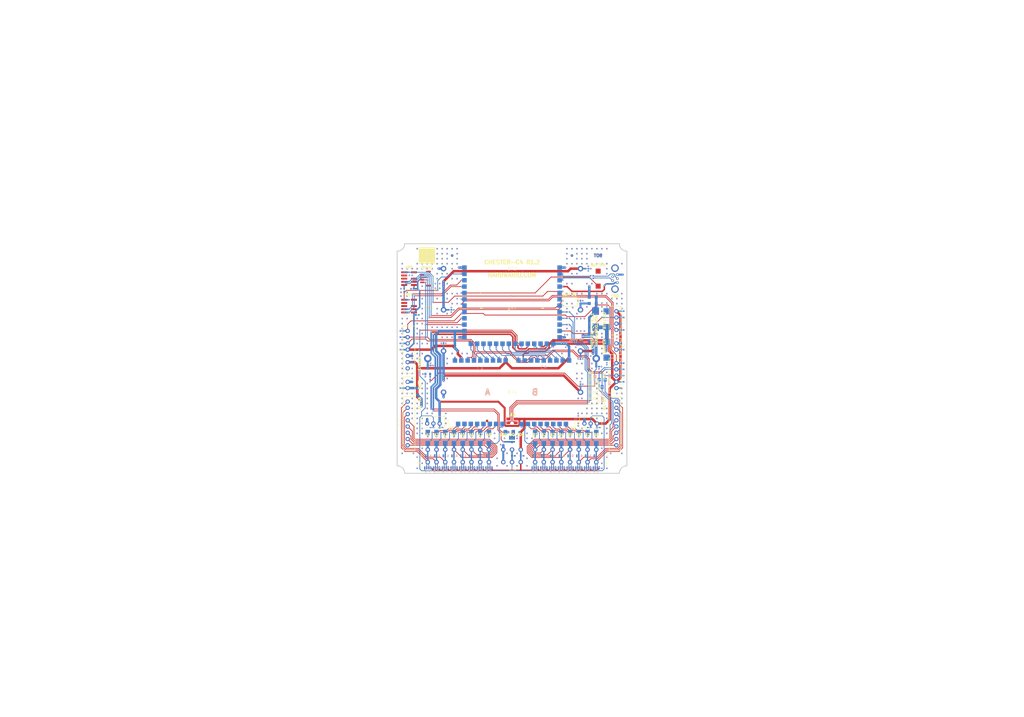
<source format=kicad_pcb>
(kicad_pcb (version 20221018) (generator pcbnew)
  (layers (0 "F.Cu" signal) (31 "B.Cu" signal) (34 "B.Paste" user) (35 "F.Paste" user) (36 "B.SilkS" user "B.Silkscreen") (37 "F.SilkS" user "F.Silkscreen") (38 "B.Mask" user) (39 "F.Mask" user) (44 "Edge.Cuts" user))
  (net 0 "")
  (net 1 "GND")
  (net 2 "VDD")
  (net 3 "SDA")
  (net 4 "SCL")
  (net 5 "INT")
  (net 6 "LED_R_C")
  (net 7 "LED_G_C")
  (net 8 "LED_Y_C")
  (net 9 "LED_R")
  (net 10 "LED_G")
  (net 11 "LED_Y")
  (net 12 "A1")
  (net 13 "A2")
  (net 14 "A3")
  (net 15 "A4")
  (net 16 "A5")
  (net 17 "A6")
  (net 18 "A7")
  (net 19 "A8")
  (net 20 "B1")
  (net 21 "B2")
  (net 22 "B3")
  (net 23 "B4")
  (net 24 "B5")
  (net 25 "B6")
  (net 26 "B7")
  (net 27 "B8")
  (net 28 "+V")
  (net 29 "GND13")
  (net 30 "GND15")
  (net 31 "GND20")
  (net 32 "GND21")
  (net 33 "GND22")
  (net 34 "GND23")
  (net 35 "GND24")
  (net 36 "GND49")
  (net 37 "GND50")
  (net 38 "GND51")
  (net 39 "GND52")
  (net 40 "GND53")
  (net 41 "GND54")
  (net 42 "GND55")
  (net 43 "GND56")
  (net 44 "GND57")
  (net 45 "GND58")
  (net 46 "GND59")
  (net 47 "GND60")
  (net 48 "GND61")
  (net 49 "GND62")
  (net 50 "GND63")
  (net 51 "GND64")
  (net 52 "GND65")
  (net 53 "GND66")
  (net 54 "GND67")
  (net 55 "GND68")
  (net 56 "GND69")
  (net 57 "GND70")
  (net 58 "GND71")
  (net 59 "GND72")
  (net 60 "GND73")
  (net 61 "GND74")
  (net 62 "GND75")
  (net 63 "GND76")
  (net 64 "GND77")
  (footprint "hio-chester-c4:SKPMAPE010_R" (layer "F.Cu") (at 183.0011 73.0036 -90)
    (fp_text reference "S2")
    (fp_text value "SKPMAPE010")
  )
  (footprint "hio-chester-c4:FIDUCIAL-1MM" (layer "F.Cu") (at 138.5011 130.0036)
    (fp_text reference "FD3" hide)
    (fp_text value "FIDUCIAL" hide)
  )
  (footprint "" (layer "F.Cu") (at 107.2511 146.2536)
    (fp_text reference "@HOLE3" hide)
    (fp_text value "")
  )
  (footprint "hio-chester-c4:PHOENIX-PTSA-1.5_3-3.5-Z_T" (layer "F.Cu") (at 148.5011 144.0036 180)
    (fp_text reference "JP8")
    (fp_text value "PTSA-1.5/3-3.5-Z")
  )
  (footprint "hio-chester-c4:JST-B5B-XH-A_T" (layer "F.Cu") (at 190.3011 111.8536 90)
    (fp_text reference "JP12")
    (fp_text value "JST-B5B-XH-A")
  )
  (footprint "" (layer "F.Cu") (at 107.2511 63.7536)
    (fp_text reference "@HOLE0" hide)
    (fp_text value "")
  )
  (footprint "hio-chester-c4:FIDUCIAL-1MM" (layer "F.Cu") (at 172.5011 63.7536)
    (fp_text reference "FD2" hide)
    (fp_text value "FIDUCIAL" hide)
  )
  (footprint "hio-chester-c4:BCH-P-SMT-1.27MM-2X5-E07" (layer "F.Cu") (at 107.2511 84.0036 180)
    (fp_text reference "JP3")
    (fp_text value "BCH-P-SMT-1.27MM-2X5-E07")
  )
  (footprint "hio-chester-c4:PHOENIX-PTSA-1.5_8-3.5-Z_T" (layer "F.Cu") (at 127.0011 144.0036 180)
    (fp_text reference "JP13")
    (fp_text value "PTSA-1.5/8-3.5-Z")
  )
  (footprint "hio-chester-c4:KEYSTONE-1015_R" (layer "F.Cu") (at 148.5011 102.0036)
    (fp_text reference "BT3")
    (fp_text value "KEYSTONE-1015")
  )
  (footprint "hio-chester-c4:KEYSTONE-1015_R" (layer "F.Cu") (at 148.5011 85.5036)
    (fp_text reference "BT1")
    (fp_text value "KEYSTONE-1015")
  )
  (footprint "hio-chester-c4:PHOENIX-PTSA-1.5_8-3.5-Z_T" (layer "F.Cu") (at 170.0011 144.0036 180)
    (fp_text reference "JP14")
    (fp_text value "PTSA-1.5/8-3.5-Z")
  )
  (footprint "hio-chester-c4:FRAME-A3L-HARDWARIO" (layer "F.Cu") (at 148.5011 105.0036)
    (fp_text reference "FRAME1" hide)
    (fp_text value "FRAME-SCH/A4L-BRD/A4L-HARDWARIO" hide)
  )
  (footprint "" (layer "F.Cu") (at 189.7511 63.7536)
    (fp_text reference "@HOLE1" hide)
    (fp_text value "")
  )
  (footprint "hio-chester-c4:3528RYG-10_R" (layer "F.Cu") (at 148.5011 130.0036)
    (fp_text reference "LED1")
    (fp_text value "3528RYG-10")
  )
  (footprint "hio-chester-c4:BULGIN-BX0037-NH_T" (layer "F.Cu") (at 148.5011 105.0036 180)
    (fp_text reference "BT5")
    (fp_text value "BULGIN-BX0037")
  )
  (footprint "hio-chester-c4:JST-B3B-XH-A_T" (layer "F.Cu") (at 117.0011 131.0536)
    (fp_text reference "JP6")
    (fp_text value "JST-B3B-XH-A")
  )
  (footprint "hio-chester-c4:JST-BM04B-SRSS-TB" (layer "F.Cu") (at 112.5011 73.0036 -90)
    (fp_text reference "JP11")
    (fp_text value "BM04B-SRSS-TB")
  )
  (footprint "hio-chester-c4:JST-B2B-XH-A_T" (layer "F.Cu") (at 190.3011 100.2036 90)
    (fp_text reference "JP5")
    (fp_text value "JST-B2B-XH-A")
  )
  (footprint "hio-chester-c4:KEYSTONE-1015_R" (layer "F.Cu") (at 148.5011 118.5036)
    (fp_text reference "BT4")
    (fp_text value "KEYSTONE-1015")
  )
  (footprint "" (layer "F.Cu") (at 189.7511 146.2536)
    (fp_text reference "@HOLE2" hide)
    (fp_text value "")
  )
  (footprint "hio-chester-c4:JST-B8B-XH-A_T" (layer "F.Cu") (at 190.3011 131.0036 90)
    (fp_text reference "JP16")
    (fp_text value "JST-B8B-XH-A")
  )
  (footprint "hio-chester-c4:FIDUCIAL-1MM" (layer "F.Cu") (at 124.5011 63.7536)
    (fp_text reference "FD1" hide)
    (fp_text value "FIDUCIAL" hide)
  )
  (footprint "hio-chester-c4:JST-B7B-XH-A_T" (layer "F.Cu") (at 106.7011 101.4536 -90)
    (fp_text reference "JP7")
    (fp_text value "JST-B7B-XH-A")
  )
  (footprint "hio-chester-c4:JST-B2B-XH-A_T" (layer "F.Cu") (at 106.7011 115.6036 -90)
    (fp_text reference "JP9")
    (fp_text value "JST-B2B-XH-A")
  )
  (footprint "hio-chester-c4:JST-B3B-XH-A_T" (layer "F.Cu") (at 180.0011 131.0536)
    (fp_text reference "JP10")
    (fp_text value "JST-B3B-XH-A")
  )
  (footprint "hio-chester-c4:KEYSTONE-1015_R" (layer "F.Cu") (at 148.5011 69.0036)
    (fp_text reference "BT2")
    (fp_text value "KEYSTONE-1015")
  )
  (footprint "hio-chester-c4:BCH-P-SMT-1.27MM-2X5-E07" (layer "F.Cu") (at 107.2511 73.0036 180)
    (fp_text reference "JP2")
    (fp_text value "BCH-P-SMT-1.27MM-2X5-E07")
  )
  (footprint "hio-chester-c4:WE-USB-651005136421_T" (layer "F.Cu") (at 189.7511 73.0036 90)
    (fp_text reference "JP1")
    (fp_text value "651005136421")
  )
  (footprint "hio-chester-c4:JST-B8B-XH-A_T" (layer "F.Cu") (at 106.7011 131.0036 -90)
    (fp_text reference "JP15")
    (fp_text value "JST-B8B-XH-A")
  )
  (footprint "hio-chester-c4:QR-PRINT" (layer "F.Cu") (at 114.4011 63.7536)
    (fp_text reference "U$1" hide)
    (fp_text value "" hide)
  )
  (footprint "hio-chester-c4:JST-B4B-XH-A_T" (layer "F.Cu") (at 190.3011 89.8036 90)
    (fp_text reference "JP4")
    (fp_text value "JST-B4B-XH-A")
  )
  (footprint "hio-chester-c4:SOLDER-BRIDGE-1.5MM-S" (layer "B.Cu") (at 128.3511 144.0036)
    (fp_text reference "S31")
    (fp_text value "S-SOLDER-BRIDGE-1.5MM-S" hide)
  )
  (footprint "hio-chester-c4:PESDX_R" (layer "B.Cu") (at 105.9011 85.2736 180)
    (fp_text reference "D19")
    (fp_text value "PESD3V3U1UB")
  )
  (footprint "hio-chester-c4:PESDX_R" (layer "B.Cu") (at 175.9311 115.9036 -90)
    (fp_text reference "D5")
    (fp_text value "PESD5V0U1BB")
  )
  (footprint "hio-chester-c4:FIDUCIAL-1MM" (layer "B.Cu") (at 172.5011 63.7536 -90)
    (fp_text reference "FD5" hide)
    (fp_text value "FIDUCIAL" hide)
  )
  (footprint "hio-chester-c4:SOLDER-BRIDGE-1.5MM-S" (layer "B.Cu") (at 120.9511 148.8036 180)
    (fp_text reference "S18")
    (fp_text value "S-SOLDER-BRIDGE-1.5MM-S" hide)
  )
  (footprint "hio-chester-c4:SOLDER-BRIDGE-1.5MM-S" (layer "B.Cu") (at 133.0511 148.8036)
    (fp_text reference "S40")
    (fp_text value "S-SOLDER-BRIDGE-1.5MM-S" hide)
  )
  (footprint "hio-chester-c4:CHESTER-X-NO-SPRING" (layer "B.Cu") (at 161.2011 118.5036 90)
    (fp_text reference "A3")
    (fp_text value "CHESTER-X-NO-SPRING" hide)
  )
  (footprint "hio-chester-c4:SMA6J_R" (layer "B.Cu") (at 182.2511 136.8036 90)
    (fp_text reference "D40")
    (fp_text value "SMA6J28A")
  )
  (footprint "hio-chester-c4:SOD-123W_R" (layer "B.Cu") (at 179.4511 96.7036 90)
    (fp_text reference "D8")
    (fp_text value "PMEG6010ELR")
  )
  (footprint "hio-chester-c4:CHESTER-U-NO-STENCIL" (layer "B.Cu") (at 148.5011 80.0036 180)
    (fp_text reference "A1")
    (fp_text value "CHESTER-U1")
  )
  (footprint "hio-chester-c4:SOLDER-BRIDGE-1.5MM-S" (layer "B.Cu") (at 157.3511 144.0036)
    (fp_text reference "S9")
    (fp_text value "S-SOLDER-BRIDGE-1.5MM-S" hide)
  )
  (footprint "hio-chester-c4:SOLDER-BRIDGE-1.5MM-S" (layer "B.Cu") (at 135.3511 144.0036)
    (fp_text reference "S43")
    (fp_text value "S-SOLDER-BRIDGE-1.5MM-S" hide)
  )
  (footprint "hio-chester-c4:SOLDER-BRIDGE-1.5MM-S" (layer "B.Cu") (at 122.5511 148.8036)
    (fp_text reference "S22")
    (fp_text value "S-SOLDER-BRIDGE-1.5MM-S" hide)
  )
  (footprint "hio-chester-c4:PESDX_R" (layer "B.Cu") (at 175.9311 104.6036 90)
    (fp_text reference "D6")
    (fp_text value "PESD5V0U1BB")
  )
  (footprint "hio-chester-c4:SOLDER-BRIDGE-1.5MM-S" (layer "B.Cu") (at 172.5511 148.8036)
    (fp_text reference "S35")
    (fp_text value "S-SOLDER-BRIDGE-1.5MM-S" hide)
  )
  (footprint "hio-chester-c4:SOLDER-BRIDGE-1.5MM-S" (layer "B.Cu") (at 131.4511 148.8036 180)
    (fp_text reference "S36")
    (fp_text value "S-SOLDER-BRIDGE-1.5MM-S" hide)
  )
  (footprint "hio-chester-c4:SMA6J_R" (layer "B.Cu") (at 114.7511 136.8036 90)
    (fp_text reference "D56")
    (fp_text value "SMA6J28A")
  )
  (footprint "hio-chester-c4:PESDX_R" (layer "B.Cu") (at 192.6011 101.4536)
    (fp_text reference "D22")
    (fp_text value "PESD3V3U1UB")
  )
  (footprint "hio-chester-c4:SOLDER-BRIDGE-1.5MM-S" (layer "B.Cu") (at 160.8511 144.0036)
    (fp_text reference "S15")
    (fp_text value "S-SOLDER-BRIDGE-1.5MM-S" hide)
  )
  (footprint "hio-chester-c4:SOLDER-BRIDGE-1.5MM-S" (layer "B.Cu") (at 117.4511 148.8036 180)
    (fp_text reference "S12")
    (fp_text value "S-SOLDER-BRIDGE-1.5MM-S" hide)
  )
  (footprint "hio-chester-c4:SCHURTER-3404.0114.22_R" (layer "B.Cu") (at 181.9511 89.2536 -90)
    (fp_text reference "U1")
    (fp_text value "T1A")
  )
  (footprint "hio-chester-c4:SOLDER-BRIDGE-1.5MM-S" (layer "B.Cu") (at 178.3511 144.0036)
    (fp_text reference "S45")
    (fp_text value "S-SOLDER-BRIDGE-1.5MM-S" hide)
  )
  (footprint "hio-chester-c4:PESDX_R" (layer "B.Cu") (at 105.9011 86.5436 180)
    (fp_text reference "D18")
    (fp_text value "PESD3V3U1UB")
  )
  (footprint "hio-chester-c4:SOLDER-BRIDGE-1.5MM-S" (layer "B.Cu") (at 170.9511 148.8036 180)
    (fp_text reference "S32")
    (fp_text value "S-SOLDER-BRIDGE-1.5MM-S" hide)
  )
  (footprint "hio-chester-c4:SOLDER-BRIDGE-1.5MM" (layer "B.Cu") (at 177.0011 96.0536 90)
    (fp_text reference "S1")
    (fp_text value "NO DIODE" hide)
  )
  (footprint "hio-chester-c4:SOLDER-BRIDGE-1.5MM-S" (layer "B.Cu") (at 183.0511 148.8036)
    (fp_text reference "S53")
    (fp_text value "S-SOLDER-BRIDGE-1.5MM-S" hide)
  )
  (footprint "hio-chester-c4:PESDX_R" (layer "B.Cu") (at 175.9311 82.4036 -90)
    (fp_text reference "D2")
    (fp_text value "PESD5V0U1BB")
  )
  (footprint "hio-chester-c4:PESDX_R" (layer "B.Cu") (at 192.6011 114.3536)
    (fp_text reference "D38")
    (fp_text value "PESD3V3U1UB")
  )
  (footprint "hio-chester-c4:SOLDER-BRIDGE-1.5MM-S" (layer "B.Cu") (at 138.4511 148.8036 180)
    (fp_text reference "S48")
    (fp_text value "S-SOLDER-BRIDGE-1.5MM-S" hide)
  )
  (footprint "hio-chester-c4:SOLDER-BRIDGE-1.5MM-S" (layer "B.Cu") (at 164.3511 144.0036)
    (fp_text reference "S21")
    (fp_text value "S-SOLDER-BRIDGE-1.5MM-S" hide)
  )
  (footprint "hio-chester-c4:SOLDER-BRIDGE-1.5MM-S" (layer "B.Cu") (at 179.5511 148.8036)
    (fp_text reference "S47")
    (fp_text value "S-SOLDER-BRIDGE-1.5MM-S" hide)
  )
  (footprint "hio-chester-c4:PESDX_R" (layer "B.Cu") (at 110.5511 87.5436)
    (fp_text reference "D17")
    (fp_text value "PESD3V3U1UB")
  )
  (footprint "hio-chester-c4:SOLDER-BRIDGE-1.5MM-S" (layer "B.Cu") (at 114.3511 144.0036)
    (fp_text reference "S7")
    (fp_text value "S-SOLDER-BRIDGE-1.5MM-S" hide)
  )
  (footprint "hio-chester-c4:PESDX_R" (layer "B.Cu") (at 115.3011 107.8036 180)
    (fp_text reference "D10")
    (fp_text value "PESD5V0U1BB")
  )
  (footprint "hio-chester-c4:PESDX_R" (layer "B.Cu") (at 109.0011 106.4536)
    (fp_text reference "D31")
    (fp_text value "PESD5V0X1UAB")
  )
  (footprint "hio-chester-c4:SOLDER-BRIDGE-1.5MM-S" (layer "B.Cu") (at 140.0511 148.8036)
    (fp_text reference "S52")
    (fp_text value "S-SOLDER-BRIDGE-1.5MM-S" hide)
  )
  (footprint "hio-chester-c4:SOLDER-BRIDGE-1.5MM-S" (layer "B.Cu") (at 174.4511 148.8036 180)
    (fp_text reference "S38")
    (fp_text value "S-SOLDER-BRIDGE-1.5MM-S" hide)
  )
  (footprint "hio-chester-c4:SMA6J_R" (layer "B.Cu") (at 128.7511 136.8036 90)
    (fp_text reference "D48")
    (fp_text value "SMA6J28A")
  )
  (footprint "hio-chester-c4:SOLDER-BRIDGE-1.5MM-S" (layer "B.Cu") (at 163.9511 148.8036 180)
    (fp_text reference "S20")
    (fp_text value "S-SOLDER-BRIDGE-1.5MM-S" hide)
  )
  (footprint "hio-chester-c4:RESISTOR-0402_R" (layer "B.Cu") (at 180.5011 72.8836 180)
    (fp_text reference "R3")
    (fp_text value "27R")
  )
  (footprint "hio-chester-c4:PESDX_R" (layer "B.Cu") (at 192.6011 111.8536)
    (fp_text reference "D41")
    (fp_text value "PESD3V3U1UB")
  )
  (footprint "hio-chester-c4:SMA6J_R" (layer "B.Cu") (at 135.7511 136.8036 90)
    (fp_text reference "D42")
    (fp_text value "SMA6J28A")
  )
  (footprint "hio-chester-c4:PESDX_R" (layer "B.Cu") (at 152.5511 144.0036)
    (fp_text reference "D32")
    (fp_text value "PESD3V3U1UB")
  )
  (footprint "hio-chester-c4:PESDX_R" (layer "B.Cu") (at 192.6011 109.3536)
    (fp_text reference "D44")
    (fp_text value "PESD3V3U1UB")
  )
  (footprint "hio-chester-c4:SOLDER-BRIDGE-1.5MM-S" (layer "B.Cu") (at 171.3511 144.0036)
    (fp_text reference "S33")
    (fp_text value "S-SOLDER-BRIDGE-1.5MM-S" hide)
  )
  (footprint "hio-chester-c4:RESISTOR-0402_R" (layer "B.Cu") (at 171.0011 88.8936)
    (fp_text reference "R5")
    (fp_text value "820R")
  )
  (footprint "hio-chester-c4:SOLDER-BRIDGE-1.5MM-S" (layer "B.Cu") (at 167.8511 144.0036)
    (fp_text reference "S27")
    (fp_text value "S-SOLDER-BRIDGE-1.5MM-S" hide)
  )
  (footprint "hio-chester-c4:SMA6J_R" (layer "B.Cu") (at 168.2511 136.8036 90)
    (fp_text reference "D51")
    (fp_text value "SMA6J28A")
  )
  (footprint "hio-chester-c4:RESISTOR-0402_R" (layer "B.Cu") (at 115.7011 112.9036 -90)
    (fp_text reference "R1")
    (fp_text value "1k")
  )
  (footprint "hio-chester-c4:PESDX_R" (layer "B.Cu") (at 178.5311 69.0036 180)
    (fp_text reference "D1")
    (fp_text value "PESD5V0U1BB")
  )
  (footprint "hio-chester-c4:SMA6J_R" (layer "B.Cu") (at 161.2511 136.8036 90)
    (fp_text reference "D55")
    (fp_text value "SMA6J28A")
  )
  (footprint "hio-chester-c4:SOD-123W_R" (layer "B.Cu") (at 180.8511 82.9536)
    (fp_text reference "D4")
    (fp_text value "PMEG6010ELR")
  )
  (footprint "hio-chester-c4:PESDX_R" (layer "B.Cu") (at 192.6011 93.5536)
    (fp_text reference "D21")
    (fp_text value "PESD3V3U1UB")
  )
  (footprint "hio-chester-c4:SOLDER-BRIDGE-1.5MM-S" (layer "B.Cu") (at 181.8511 144.0036)
    (fp_text reference "S51")
    (fp_text value "S-SOLDER-BRIDGE-1.5MM-S" hide)
  )
  (footprint "hio-chester-c4:SOLDER-BRIDGE-1.5MM-S" (layer "B.Cu") (at 177.9511 148.8036 180)
    (fp_text reference "S44")
    (fp_text value "S-SOLDER-BRIDGE-1.5MM-S" hide)
  )
  (footprint "hio-chester-c4:CAPACITOR-7343-D_R" (layer "B.Cu") (at 186.5011 101.5036 -90)
    (fp_text reference "C2")
    (fp_text value "220uF/10V")
  )
  (footprint "hio-chester-c4:SOLDER-BRIDGE-1.5MM-S" (layer "B.Cu") (at 176.0511 148.8036)
    (fp_text reference "S41")
    (fp_text value "S-SOLDER-BRIDGE-1.5MM-S" hide)
  )
  (footprint "hio-chester-c4:FIDUCIAL-1MM" (layer "B.Cu") (at 151.5011 134.5036 180)
    (fp_text reference "FD6" hide)
    (fp_text value "FIDUCIAL" hide)
  )
  (footprint "hio-chester-c4:CHESTER-X-NO-SPRING" (layer "B.Cu") (at 135.8011 118.5036 90)
    (fp_text reference "A2")
    (fp_text value "CHESTER-X-NO-SPRING" hide)
  )
  (footprint "hio-chester-c4:PESDX_R" (layer "B.Cu") (at 104.4011 101.4536 180)
    (fp_text reference "D30")
    (fp_text value "PESD3V3U1UB")
  )
  (footprint "hio-chester-c4:PESDX_R" (layer "B.Cu") (at 182.8011 108.2536 180)
    (fp_text reference "D9")
    (fp_text value "PESD5V0U1BB")
  )
  (footprint "hio-chester-c4:SOLDER-BRIDGE-1.5MM-S" (layer "B.Cu") (at 124.8511 144.0036)
    (fp_text reference "S25")
    (fp_text value "S-SOLDER-BRIDGE-1.5MM-S" hide)
  )
  (footprint "hio-chester-c4:SOLDER-BRIDGE-1.5MM-S" (layer "B.Cu") (at 158.5511 148.8036)
    (fp_text reference "S11")
    (fp_text value "S-SOLDER-BRIDGE-1.5MM-S" hide)
  )
  (footprint "hio-chester-c4:SOLDER-BRIDGE-1.5MM-S" (layer "B.Cu") (at 113.9511 148.8036 180)
    (fp_text reference "S6")
    (fp_text value "S-SOLDER-BRIDGE-1.5MM-S" hide)
  )
  (footprint "hio-chester-c4:PESDX_R" (layer "B.Cu") (at 121.0711 99.4036 -90)
    (fp_text reference "D7")
    (fp_text value "PESD5V0U1BB")
  )
  (footprint "hio-chester-c4:PESDX_R" (layer "B.Cu") (at 105.9011 81.4636 180)
    (fp_text reference "D20")
    (fp_text value "PESD3V3U1UB")
  )
  (footprint "hio-chester-c4:SMA6J_R" (layer "B.Cu") (at 118.2511 136.8036 90)
    (fp_text reference "D54")
    (fp_text value "SMA6J28A")
  )
  (footprint "hio-chester-c4:SOLDER-BRIDGE-1.5MM-S" (layer "B.Cu") (at 131.8511 144.0036)
    (fp_text reference "S37")
    (fp_text value "S-SOLDER-BRIDGE-1.5MM-S" hide)
  )
  (footprint "hio-chester-c4:JK3030AWT" (layer "B.Cu") (at 148.5011 137.3036 -90)
    (fp_text reference "LED2")
    (fp_text value "JK3030AWT-P-H50EA")
  )
  (footprint "hio-chester-c4:SMA6J_R" (layer "B.Cu") (at 175.2511 136.8036 90)
    (fp_text reference "D46")
    (fp_text value "SMA6J28A")
  )
  (footprint "hio-chester-c4:SMA6J_R" (layer "B.Cu") (at 125.2511 136.8036 90)
    (fp_text reference "D50")
    (fp_text value "SMA6J28A")
  )
  (footprint "hio-chester-c4:SMA6J_R" (layer "B.Cu") (at 164.7511 136.8036 90)
    (fp_text reference "D53")
    (fp_text value "SMA6J28A")
  )
  (footprint "hio-chester-c4:PESDX_R" (layer "B.Cu") (at 149.0511 144.0036)
    (fp_text reference "D35")
    (fp_text value "PESD3V3U1UB")
  )
  (footprint "hio-chester-c4:SOLDER-BRIDGE-1.5MM-S" (layer "B.Cu") (at 160.4511 148.8036 180)
    (fp_text reference "S14")
    (fp_text value "S-SOLDER-BRIDGE-1.5MM-S" hide)
  )
  (footprint "hio-chester-c4:PESDX_R" (layer "B.Cu") (at 104.4011 96.4536 180)
    (fp_text reference "D27")
    (fp_text value "PESD3V3U1UB")
  )
  (footprint "hio-chester-c4:SOLDER-BRIDGE-1.5MM-S" (layer "B.Cu") (at 134.9511 148.8036 180)
    (fp_text reference "S42")
    (fp_text value "S-SOLDER-BRIDGE-1.5MM-S" hide)
  )
  (footprint "hio-chester-c4:RESISTOR-0402_R" (layer "B.Cu") (at 171.0011 86.3536)
    (fp_text reference "R2")
    (fp_text value "820R")
  )
  (footprint "hio-chester-c4:SMA6J_R" (layer "B.Cu") (at 157.7511 136.8036 90)
    (fp_text reference "D57")
    (fp_text value "SMA6J28A")
  )
  (footprint "hio-chester-c4:SMA6J_R" (layer "B.Cu") (at 139.2511 136.8036 90)
    (fp_text reference "D39")
    (fp_text value "SMA6J28A")
  )
  (footprint "hio-chester-c4:SOLDER-BRIDGE-1.5MM-S" (layer "B.Cu") (at 169.0511 148.8036)
    (fp_text reference "S29")
    (fp_text value "S-SOLDER-BRIDGE-1.5MM-S" hide)
  )
  (footprint "hio-chester-c4:SOD-123W_R" (layer "B.Cu") (at 180.8511 80.4536)
    (fp_text reference "D12")
    (fp_text value "PMEG6010ELR")
  )
  (footprint "hio-chester-c4:SOLDER-BRIDGE-1.5MM" (layer "B.Cu") (at 184.6011 116.4036 -90)
    (fp_text reference "S4")
    (fp_text value "SDA")
  )
  (footprint "hio-chester-c4:SOLDER-BRIDGE-1.5MM-S" (layer "B.Cu") (at 129.5511 148.8036)
    (fp_text reference "S34")
    (fp_text value "S-SOLDER-BRIDGE-1.5MM-S" hide)
  )
  (footprint "hio-chester-c4:RESISTOR-0402_R" (layer "B.Cu") (at 171.0011 91.4336)
    (fp_text reference "R6")
    (fp_text value "330R")
  )
  (footprint "hio-chester-c4:PESDX_R" (layer "B.Cu") (at 123.6711 85.5036 180)
    (fp_text reference "D3")
    (fp_text value "PESD5V0U1BB")
  )
  (footprint "hio-chester-c4:SOD-123W_R" (layer "B.Cu") (at 182.2511 96.7036 90)
    (fp_text reference "D11")
    (fp_text value "PMEG6010ELR")
  )
  (footprint "hio-chester-c4:PESDX_R" (layer "B.Cu") (at 105.9011 70.4636 180)
    (fp_text reference "D16")
    (fp_text value "PESD3V3U1UB")
  )
  (footprint "hio-chester-c4:PESDX_R" (layer "B.Cu") (at 104.4011 116.8536)
    (fp_text reference "D33")
    (fp_text value "PESD5V0U1BB")
  )
  (footprint "hio-chester-c4:SOLDER-BRIDGE-1.5MM-S" (layer "B.Cu") (at 162.0511 148.8036)
    (fp_text reference "S17")
    (fp_text value "S-SOLDER-BRIDGE-1.5MM-S" hide)
  )
  (footprint "hio-chester-c4:SOLDER-BRIDGE-1.5MM-S" (layer "B.Cu") (at 127.9511 148.8036 180)
    (fp_text reference "S30")
    (fp_text value "S-SOLDER-BRIDGE-1.5MM-S" hide)
  )
  (footprint "hio-chester-c4:SMA6J_R" (layer "B.Cu") (at 132.2511 136.8036 90)
    (fp_text reference "D45")
    (fp_text value "SMA6J28A")
  )
  (footprint "hio-chester-c4:SOLDER-BRIDGE-1.5MM-S" (layer "B.Cu") (at 174.8511 144.0036)
    (fp_text reference "S39")
    (fp_text value "S-SOLDER-BRIDGE-1.5MM-S" hide)
  )
  (footprint "hio-chester-c4:SOLDER-BRIDGE-1.5MM-S" (layer "B.Cu") (at 165.5511 148.8036)
    (fp_text reference "S23")
    (fp_text value "S-SOLDER-BRIDGE-1.5MM-S" hide)
  )
  (footprint "hio-chester-c4:PESDX_R" (layer "B.Cu") (at 108.6511 77.0536 180)
    (fp_text reference "D13")
    (fp_text value "PESD3V3U1UB")
  )
  (footprint "hio-chester-c4:SOLDER-BRIDGE-1.5MM-S" (layer "B.Cu") (at 138.8511 144.0036)
    (fp_text reference "S49")
    (fp_text value "S-SOLDER-BRIDGE-1.5MM-S" hide)
  )
  (footprint "hio-chester-c4:PESDX_R" (layer "B.Cu") (at 104.4011 98.9536 180)
    (fp_text reference "D29")
    (fp_text value "PESD3V3U1UB")
  )
  (footprint "hio-chester-c4:RESISTOR-0402_R" (layer "B.Cu") (at 180.5011 71.8836 180)
    (fp_text reference "R4")
    (fp_text value "27R")
  )
  (footprint "hio-chester-c4:SMA6J_R" (layer "B.Cu") (at 171.7511 136.8036 90)
    (fp_text reference "D49")
    (fp_text value "SMA6J28A")
  )
  (footprint "hio-chester-c4:PESDX_R" (layer "B.Cu") (at 104.4011 93.9536 180)
    (fp_text reference "D24")
    (fp_text value "PESD3V3U1UB")
  )
  (footprint "hio-chester-c4:SOLDER-BRIDGE-1.5MM-S" (layer "B.Cu") (at 124.4511 148.8036 180)
    (fp_text reference "S24")
    (fp_text value "S-SOLDER-BRIDGE-1.5MM-S" hide)
  )
  (footprint "hio-chester-c4:SMA6J_R" (layer "B.Cu") (at 178.7511 136.8036 90)
    (fp_text reference "D43")
    (fp_text value "SMA6J28A")
  )
  (footprint "hio-chester-c4:PESDX_R" (layer "B.Cu") (at 120.0511 132.7036)
    (fp_text reference "D26")
    (fp_text value "PESD3V3U1UB")
  )
  (footprint "hio-chester-c4:SOLDER-BRIDGE-1.5MM-S" (layer "B.Cu") (at 119.0511 148.8036)
    (fp_text reference "S16")
    (fp_text value "S-SOLDER-BRIDGE-1.5MM-S" hide)
  )
  (footprint "hio-chester-c4:SOLDER-BRIDGE-1.5MM-S" (layer "B.Cu") (at 136.5511 148.8036)
    (fp_text reference "S46")
    (fp_text value "S-SOLDER-BRIDGE-1.5MM-S" hide)
  )
  (footprint "hio-chester-c4:SOLDER-BRIDGE-1.5MM-S" (layer "B.Cu") (at 126.0511 148.8036)
    (fp_text reference "S28")
    (fp_text value "S-SOLDER-BRIDGE-1.5MM-S" hide)
  )
  (footprint "hio-chester-c4:SOLDER-BRIDGE-1.5MM" (layer "B.Cu") (at 183.4011 113.5036 -90)
    (fp_text reference "S3")
    (fp_text value "INT")
  )
  (footprint "hio-chester-c4:PESDX_R" (layer "B.Cu") (at 179.4511 132.7036 180)
    (fp_text reference "D34")
    (fp_text value "PESD3V3U1UB")
  )
  (footprint "hio-chester-c4:PESDX_R" (layer "B.Cu") (at 192.6011 86.0536)
    (fp_text reference "D28")
    (fp_text value "PESD3V3U1UB")
  )
  (footprint "hio-chester-c4:SOLDER-BRIDGE-1.5MM-S" (layer "B.Cu") (at 117.8511 144.0036)
    (fp_text reference "S13")
    (fp_text value "S-SOLDER-BRIDGE-1.5MM-S" hide)
  )
  (footprint "hio-chester-c4:SOLDER-BRIDGE-1.5MM-S" (layer "B.Cu") (at 167.4511 148.8036 180)
    (fp_text reference "S26")
    (fp_text value "S-SOLDER-BRIDGE-1.5MM-S" hide)
  )
  (footprint "hio-chester-c4:SOLDER-BRIDGE-1.5MM-S" (layer "B.Cu") (at 115.5511 148.8036)
    (fp_text reference "S10")
    (fp_text value "S-SOLDER-BRIDGE-1.5MM-S" hide)
  )
  (footprint "hio-chester-c4:SOT-23_R" (layer "B.Cu") (at 114.7511 110.1036 90)
    (fp_text reference "Q1")
    (fp_text value "PMV30UN2")
  )
  (footprint "hio-chester-c4:PESDX_R" (layer "B.Cu") (at 183.0511 132.7036)
    (fp_text reference "D36")
    (fp_text value "PESD3V3U1UB")
  )
  (footprint "hio-chester-c4:PESDX_R" (layer "B.Cu") (at 116.4511 132.7036 180)
    (fp_text reference "D23")
    (fp_text value "PESD3V3U1UB")
  )
  (footprint "hio-chester-c4:SOLDER-BRIDGE-1.5MM-S" (layer "B.Cu") (at 156.9511 148.8036 180)
    (fp_text reference "S8")
    (fp_text value "S-SOLDER-BRIDGE-1.5MM-S" hide)
  )
  (footprint "hio-chester-c4:PESDX_R" (layer "B.Cu") (at 105.9011 74.2736 180)
    (fp_text reference "D15")
    (fp_text value "PESD3V3U1UB")
  )
  (footprint "hio-chester-c4:PESDX_R" (layer "B.Cu") (at 192.6011 106.8536)
    (fp_text reference "D47")
    (fp_text value "PESD3V3U1UB")
  )
  (footprint "hio-chester-c4:SOLDER-BRIDGE-1.5MM" (layer "B.Cu") (at 185.8011 113.5036 -90)
    (fp_text reference "S5")
    (fp_text value "SCL")
  )
  (footprint "hio-chester-c4:SOLDER-BRIDGE-1.5MM-S" (layer "B.Cu") (at 181.4511 148.8036 180)
    (fp_text reference "S50")
    (fp_text value "S-SOLDER-BRIDGE-1.5MM-S" hide)
  )
  (footprint "hio-chester-c4:RESISTOR-1206_R" (layer "B.Cu") (at 147.4011 134.5036)
    (fp_text reference "R7")
    (fp_text value "5R6")
  )
  (footprint "hio-chester-c4:SMA6J_R" (layer "B.Cu") (at 121.7511 136.8036 90)
    (fp_text reference "D52")
    (fp_text value "SMA6J28A")
  )
  (footprint "hio-chester-c4:CAPACITOR-7343-D_R" (layer "B.Cu") (at 186.5011 89.2536 90)
    (fp_text reference "C1")
    (fp_text value "220uF/10V")
  )
  (footprint "hio-chester-c4:FIDUCIAL-1MM" (layer "B.Cu") (at 124.5011 63.7536 -90)
    (fp_text reference "FD4" hide)
    (fp_text value "FIDUCIAL" hide)
  )
  (footprint "hio-chester-c4:SOD-123W_R" (layer "B.Cu") (at 110.7011 118.2536 -90)
    (fp_text reference "D37")
    (fp_text value "PMEG6010ELR")
  )
  (footprint "hio-chester-c4:PESDX_R" (layer "B.Cu") (at 105.3011 77.7036 -90)
    (fp_text reference "D14")
    (fp_text value "PESD3V3U1UB")
  )
  (footprint "hio-chester-c4:SOLDER-BRIDGE-1.5MM-S" (layer "B.Cu") (at 121.3511 144.0036)
    (fp_text reference "S19")
    (fp_text value "S-SOLDER-BRIDGE-1.5MM-S" hide)
  )
  (footprint "hio-chester-c4:PESDX_R" (layer "B.Cu") (at 192.6011 88.5536)
    (fp_text reference "D25")
    (fp_text value "PESD3V3U1UB")
  )
  (gr_line (start 192.1511 121.7036) (end 192.1511 120.2536) (stroke (width 0.2)) (layer "F.SilkS"))
  (gr_line (start 104.8511 114.9036) (end 104.8511 116.3036) (stroke (width 0.2)) (layer "F.SilkS"))
  (gr_line (start 192.1511 106.3036) (end 192.1511 104.8536) (stroke (width 0.2)) (layer "F.SilkS"))
  (gr_line (start 187.4011 95.5536) (end 192.1511 95.5536) (stroke (width 0.2)) (layer "F.SilkS"))
  (gr_line (start 192.1511 141.7536) (end 192.1511 140.3036) (stroke (width 0.2)) (layer "F.SilkS"))
  (gr_line (start 120.0511 132.5536) (end 120.0511 132.9036) (stroke (width 0.2)) (layer "F.SilkS"))
  (gr_line (start 161.2011 79.5036) (end 161.2011 78.5036) (stroke (width 0.2)) (layer "F.SilkS"))
  (gr_line (start 118.9511 132.5536) (end 120.0511 132.5536) (stroke (width 0.2)) (layer "F.SilkS"))
  (gr_line (start 192.1511 116.3036) (end 192.1511 107.4036) (stroke (width 0.2)) (layer "F.SilkS"))
  (gr_line (start 104.8511 112.3536) (end 104.8511 113.8036) (stroke (width 0.2)) (layer "F.SilkS"))
  (gr_line (start 182.9011 121.9036) (end 183.4011 121.9036) (stroke (width 0.2)) (layer "F.SilkS"))
  (gr_line (start 175.2011 81.5036) (end 175.2011 83.1036) (stroke (width 0.2)) (layer "F.SilkS"))
  (gr_line (start 191.8011 98.4036) (end 192.1511 98.4036) (stroke (width 0.2)) (layer "F.SilkS"))
  (gr_line (start 191.8011 122.8036) (end 191.8011 121.7036) (stroke (width 0.2)) (layer "F.SilkS"))
  (gr_line (start 187.4011 118.8536) (end 192.1511 118.8536) (stroke (width 0.2)) (layer "F.SilkS"))
  (gr_line (start 115.0511 132.9036) (end 118.9511 132.9036) (stroke (width 0.2)) (layer "F.SilkS"))
  (gr_line (start 179.2011 118.2036) (end 182.9011 118.2036) (stroke (width 0.2)) (layer "F.SilkS"))
  (gr_line (start 187.4011 141.7536) (end 192.1511 141.7536) (stroke (width 0.2)) (layer "F.SilkS"))
  (gr_line (start 192.1511 85.5036) (end 192.1511 84.0536) (stroke (width 0.2)) (layer "F.SilkS"))
  (gr_line (start 105.2011 140.3036) (end 104.8511 140.3036) (stroke (width 0.2)) (layer "F.SilkS"))
  (gr_line (start 191.8011 121.7036) (end 192.1511 121.7036) (stroke (width 0.2)) (layer "F.SilkS"))
  (gr_line (start 120.0511 132.9036) (end 121.5011 132.9036) (stroke (width 0.2)) (layer "F.SilkS"))
  (gr_line (start 174.6011 81.5036) (end 174.6011 83.1036) (stroke (width 0.2)) (layer "F.SilkS"))
  (gr_line (start 187.4011 120.2536) (end 187.4011 141.7536) (stroke (width 0.2)) (layer "F.SilkS"))
  (gr_line (start 121.5011 128.1536) (end 112.5011 128.1536) (stroke (width 0.2)) (layer "F.SilkS"))
  (gr_line (start 104.8511 109.5036) (end 104.8511 110.9536) (stroke (width 0.2)) (layer "F.SilkS"))
  (gr_line (start 104.8511 117.4036) (end 104.8511 118.8536) (stroke (width 0.2)) (layer "F.SilkS"))
  (gr_line (start 182.9011 122.9036) (end 182.9011 123.4036) (stroke (width 0.2)) (layer "F.SilkS"))
  (gr_line (start 179.2011 118.8036) (end 179.2011 120.8036) (stroke (width 0.2)) (layer "F.SilkS"))
  (gr_line (start 104.8511 121.7036) (end 105.2011 121.7036) (stroke (width 0.2)) (layer "F.SilkS"))
  (gr_line (start 105.2011 117.4036) (end 104.8511 117.4036) (stroke (width 0.2)) (layer "F.SilkS"))
  (gr_line (start 104.8511 93.4036) (end 105.2011 93.4036) (stroke (width 0.2)) (layer "F.SilkS"))
  (gr_line (start 192.1511 102.0036) (end 191.8011 102.0036) (stroke (width 0.2)) (layer "F.SilkS"))
  (gr_line (start 183.0511 132.9036) (end 184.5011 132.9036) (stroke (width 0.2)) (layer "F.SilkS"))
  (gr_line (start 105.2011 93.4036) (end 105.2011 94.5036) (stroke (width 0.2)) (layer "F.SilkS"))
  (gr_line (start 192.1511 139.2036) (end 192.1511 122.8036) (stroke (width 0.2)) (layer "F.SilkS"))
  (gr_line (start 183.4011 117.7036) (end 182.9011 117.7036) (stroke (width 0.2)) (layer "F.SilkS"))
  (gr_line (start 121.5011 132.9036) (end 121.5011 128.1536) (stroke (width 0.2)) (layer "F.SilkS"))
  (gr_line (start 183.4011 116.7036) (end 183.4011 117.7036) (stroke (width 0.2)) (layer "F.SilkS"))
  (gr_line (start 174.6011 83.1036) (end 174.6011 84.1036) (stroke (width 0.2)) (layer "F.SilkS"))
  (gr_line (start 109.6011 112.3536) (end 104.8511 112.3536) (stroke (width 0.2)) (layer "F.SilkS"))
  (gr_line (start 179.2011 115.6036) (end 182.9011 115.6036) (stroke (width 0.2)) (layer "F.SilkS"))
  (gr_line (start 135.8011 78.5036) (end 135.8011 79.5036) (stroke (width 0.2)) (layer "F.SilkS"))
  (gr_line (start 105.2011 108.4036) (end 105.2011 109.5036) (stroke (width 0.2)) (layer "F.SilkS"))
  (gr_line (start 174.6011 80.5036) (end 174.6011 81.5036) (stroke (width 0.2)) (layer "F.SilkS"))
  (gr_line (start 104.8511 120.2536) (end 104.8511 121.7036) (stroke (width 0.2)) (layer "F.SilkS"))
  (gr_line (start 191.8011 99.5036) (end 191.8011 98.4036) (stroke (width 0.2)) (layer "F.SilkS"))
  (gr_line (start 181.9511 132.5536) (end 183.0511 132.5536) (stroke (width 0.2)) (layer "F.SilkS"))
  (gr_line (start 192.1511 99.5036) (end 191.8011 99.5036) (stroke (width 0.2)) (layer "F.SilkS"))
  (gr_line (start 183.4011 122.9036) (end 182.9011 122.9036) (stroke (width 0.2)) (layer "F.SilkS"))
  (gr_line (start 182.9011 116.2036) (end 182.9011 116.7036) (stroke (width 0.2)) (layer "F.SilkS"))
  (gr_line (start 118.9511 132.9036) (end 118.9511 132.5536) (stroke (width 0.2)) (layer "F.SilkS"))
  (gr_line (start 104.8511 118.8536) (end 109.6011 118.8536) (stroke (width 0.2)) (layer "F.SilkS"))
  (gr_line (start 117.6011 78.1036) (end 117.6011 77.1036) (stroke (width 0.2)) (layer "F.SilkS"))
  (gr_line (start 192.1511 94.1036) (end 191.8011 94.1036) (stroke (width 0.2)) (layer "F.SilkS"))
  (gr_line (start 179.2011 116.2036) (end 179.2011 118.2036) (stroke (width 0.2)) (layer "F.SilkS"))
  (gr_line (start 115.0511 132.5536) (end 115.0511 132.9036) (stroke (width 0.2)) (layer "F.SilkS"))
  (gr_line (start 191.8011 93.0036) (end 192.1511 93.0036) (stroke (width 0.2)) (layer "F.SilkS"))
  (gr_line (start 184.5011 132.9036) (end 184.5011 128.1536) (stroke (width 0.2)) (layer "F.SilkS"))
  (gr_line (start 161.2011 78.5036) (end 160.2011 78.5036) (stroke (width 0.2)) (layer "F.SilkS"))
  (gr_line (start 191.8011 140.3036) (end 191.8011 139.2036) (stroke (width 0.2)) (layer "F.SilkS"))
  (gr_line (start 112.5011 128.1536) (end 112.5011 132.9036) (stroke (width 0.2)) (layer "F.SilkS"))
  (gr_line (start 187.4011 96.9536) (end 187.4011 103.4536) (stroke (width 0.2)) (layer "F.SilkS"))
  (gr_line (start 113.9511 132.9036) (end 113.9511 132.5536) (stroke (width 0.2)) (layer "F.SilkS"))
  (gr_line (start 175.5011 132.9036) (end 176.9511 132.9036) (stroke (width 0.2)) (layer "F.SilkS"))
  (gr_line (start 109.6011 118.8536) (end 109.6011 112.3536) (stroke (width 0.2)) (layer "F.SilkS"))
  (gr_line (start 191.8011 139.2036) (end 192.1511 139.2036) (stroke (width 0.2)) (layer "F.SilkS"))
  (gr_line (start 191.8011 100.9036) (end 192.1511 100.9036) (stroke (width 0.2)) (layer "F.SilkS"))
  (gr_line (start 174.6011 81.5036) (end 175.2011 81.5036) (stroke (width 0.2)) (layer "F.SilkS"))
  (gr_line (start 179.2011 113.6036) (end 179.2011 115.6036) (stroke (width 0.2)) (layer "F.SilkS"))
  (gr_line (start 105.2011 114.9036) (end 104.8511 114.9036) (stroke (width 0.2)) (layer "F.SilkS"))
  (gr_line (start 192.1511 140.3036) (end 191.8011 140.3036) (stroke (width 0.2)) (layer "F.SilkS"))
  (gr_line (start 192.1511 98.4036) (end 192.1511 96.9536) (stroke (width 0.2)) (layer "F.SilkS"))
  (gr_line (start 192.1511 107.4036) (end 191.8011 107.4036) (stroke (width 0.2)) (layer "F.SilkS"))
  (gr_line (start 116.6011 102.5036) (end 117.6011 102.5036) (stroke (width 0.2)) (layer "F.SilkS"))
  (gr_line (start 161.2011 84.9036) (end 160.2011 84.9036) (stroke (width 0.2)) (layer "F.SilkS"))
  (gr_line (start 174.6011 80.5036) (end 168.6011 80.5036) (stroke (width 0.2)) (layer "F.SilkS"))
  (gr_line (start 117.6011 102.5036) (end 117.6011 101.5036) (stroke (width 0.2)) (layer "F.SilkS"))
  (gr_line (start 182.9011 114.1036) (end 183.4011 114.1036) (stroke (width 0.2)) (layer "F.SilkS"))
  (gr_line (start 183.4011 121.9036) (end 183.4011 122.9036) (stroke (width 0.2)) (layer "F.SilkS"))
  (gr_line (start 192.1511 104.8536) (end 187.4011 104.8536) (stroke (width 0.2)) (layer "F.SilkS"))
  (gr_line (start 183.0511 132.5536) (end 183.0511 132.9036) (stroke (width 0.2)) (layer "F.SilkS"))
  (gr_line (start 104.8511 94.5036) (end 104.8511 108.4036) (stroke (width 0.2)) (layer "F.SilkS"))
  (gr_line (start 182.9011 113.6036) (end 179.2011 113.6036) (stroke (width 0.2)) (layer "F.SilkS"))
  (gr_line (start 191.8011 106.3036) (end 192.1511 106.3036) (stroke (width 0.2)) (layer "F.SilkS"))
  (gr_line (start 182.9011 121.4036) (end 182.9011 121.9036) (stroke (width 0.2)) (layer "F.SilkS"))
  (gr_line (start 179.2011 121.4036) (end 179.2011 123.4036) (stroke (width 0.2)) (layer "F.SilkS"))
  (gr_line (start 179.2011 120.8036) (end 182.9011 120.8036) (stroke (width 0.2)) (layer "F.SilkS"))
  (gr_circle (center 108.3011 87.8236) (end 108.6011 87.8236) (fill none) (layer "F.SilkS"))
  (gr_line (start 111.2011 102.5036) (end 112.2011 102.5036) (stroke (width 0.2)) (layer "F.SilkS"))
  (gr_line (start 182.9011 120.3036) (end 182.9011 120.8036) (stroke (width 0.2)) (layer "F.SilkS"))
  (gr_line (start 136.8011 78.5036) (end 135.8011 78.5036) (stroke (width 0.2)) (layer "F.SilkS"))
  (gr_line (start 168.6011 80.5036) (end 168.6011 84.1036) (stroke (width 0.2)) (layer "F.SilkS"))
  (gr_line (start 175.2011 83.1036) (end 174.6011 83.1036) (stroke (width 0.2)) (layer "F.SilkS"))
  (gr_line (start 176.9511 132.5536) (end 178.0511 132.5536) (stroke (width 0.2)) (layer "F.SilkS"))
  (gr_line (start 182.9011 114.1036) (end 182.9011 115.1036) (stroke (width 0.2)) (layer "F.SilkS"))
  (gr_line (start 182.9011 121.9036) (end 182.9011 122.9036) (stroke (width 0.2)) (layer "F.SilkS"))
  (gr_line (start 178.0511 132.9036) (end 181.9511 132.9036) (stroke (width 0.2)) (layer "F.SilkS"))
  (gr_line (start 192.1511 84.0536) (end 187.4011 84.0536) (stroke (width 0.2)) (layer "F.SilkS"))
  (gr_line (start 136.8011 84.9036) (end 135.8011 84.9036) (stroke (width 0.2)) (layer "F.SilkS"))
  (gr_line (start 191.8011 116.3036) (end 192.1511 116.3036) (stroke (width 0.2)) (layer "F.SilkS"))
  (gr_line (start 181.9511 132.9036) (end 181.9511 132.5536) (stroke (width 0.2)) (layer "F.SilkS"))
  (gr_line (start 183.4011 119.3036) (end 183.4011 120.3036) (stroke (width 0.2)) (layer "F.SilkS"))
  (gr_line (start 182.9011 119.3036) (end 183.4011 119.3036) (stroke (width 0.2)) (layer "F.SilkS"))
  (gr_line (start 105.2011 109.5036) (end 104.8511 109.5036) (stroke (width 0.2)) (layer "F.SilkS"))
  (gr_line (start 184.5011 128.1536) (end 175.5011 128.1536) (stroke (width 0.2)) (layer "F.SilkS"))
  (gr_line (start 187.4011 84.0536) (end 187.4011 95.5536) (stroke (width 0.2)) (layer "F.SilkS"))
  (gr_line (start 182.9011 116.7036) (end 182.9011 117.7036) (stroke (width 0.2)) (layer "F.SilkS"))
  (gr_line (start 105.2011 139.2036) (end 105.2011 140.3036) (stroke (width 0.2)) (layer "F.SilkS"))
  (gr_line (start 178.0511 132.5536) (end 178.0511 132.9036) (stroke (width 0.2)) (layer "F.SilkS"))
  (gr_line (start 191.8011 107.4036) (end 191.8011 106.3036) (stroke (width 0.2)) (layer "F.SilkS"))
  (gr_line (start 105.2011 122.8036) (end 104.8511 122.8036) (stroke (width 0.2)) (layer "F.SilkS"))
  (gr_line (start 117.6011 77.1036) (end 116.6011 77.1036) (stroke (width 0.2)) (layer "F.SilkS"))
  (gr_line (start 104.8511 91.9536) (end 104.8511 93.4036) (stroke (width 0.2)) (layer "F.SilkS"))
  (gr_line (start 176.9511 132.9036) (end 176.9511 132.5536) (stroke (width 0.2)) (layer "F.SilkS"))
  (gr_line (start 182.9011 116.7036) (end 183.4011 116.7036) (stroke (width 0.2)) (layer "F.SilkS"))
  (gr_line (start 183.4011 115.1036) (end 182.9011 115.1036) (stroke (width 0.2)) (layer "F.SilkS"))
  (gr_line (start 111.2011 78.1036) (end 111.2011 77.1036) (stroke (width 0.2)) (layer "F.SilkS"))
  (gr_line (start 191.8011 85.5036) (end 192.1511 85.5036) (stroke (width 0.2)) (layer "F.SilkS"))
  (gr_line (start 182.9011 115.1036) (end 182.9011 115.6036) (stroke (width 0.2)) (layer "F.SilkS"))
  (gr_line (start 182.9011 118.8036) (end 179.2011 118.8036) (stroke (width 0.2)) (layer "F.SilkS"))
  (gr_line (start 182.9011 113.6036) (end 182.9011 114.1036) (stroke (width 0.2)) (layer "F.SilkS"))
  (gr_line (start 191.8011 86.6036) (end 191.8011 85.5036) (stroke (width 0.2)) (layer "F.SilkS"))
  (gr_line (start 112.5011 132.9036) (end 113.9511 132.9036) (stroke (width 0.2)) (layer "F.SilkS"))
  (gr_line (start 113.9511 132.5536) (end 115.0511 132.5536) (stroke (width 0.2)) (layer "F.SilkS"))
  (gr_line (start 182.9011 117.7036) (end 182.9011 118.2036) (stroke (width 0.2)) (layer "F.SilkS"))
  (gr_line (start 105.2011 121.7036) (end 105.2011 122.8036) (stroke (width 0.2)) (layer "F.SilkS"))
  (gr_line (start 179.2011 123.4036) (end 182.9011 123.4036) (stroke (width 0.2)) (layer "F.SilkS"))
  (gr_line (start 192.1511 100.9036) (end 192.1511 99.5036) (stroke (width 0.2)) (layer "F.SilkS"))
  (gr_line (start 182.9011 121.4036) (end 179.2011 121.4036) (stroke (width 0.2)) (layer "F.SilkS"))
  (gr_line (start 175.5011 128.1536) (end 175.5011 132.9036) (stroke (width 0.2)) (layer "F.SilkS"))
  (gr_line (start 104.8511 139.2036) (end 105.2011 139.2036) (stroke (width 0.2)) (layer "F.SilkS"))
  (gr_line (start 104.8511 140.3036) (end 104.8511 141.7536) (stroke (width 0.2)) (layer "F.SilkS"))
  (gr_line (start 187.4011 104.8536) (end 187.4011 118.8536) (stroke (width 0.2)) (layer "F.SilkS"))
  (gr_line (start 109.6011 141.7536) (end 109.6011 120.2536) (stroke (width 0.2)) (layer "F.SilkS"))
  (gr_line (start 105.2011 113.8036) (end 105.2011 114.9036) (stroke (width 0.2)) (layer "F.SilkS"))
  (gr_line (start 192.1511 103.4536) (end 192.1511 102.0036) (stroke (width 0.2)) (layer "F.SilkS"))
  (gr_line (start 191.8011 117.4036) (end 191.8011 116.3036) (stroke (width 0.2)) (layer "F.SilkS"))
  (gr_line (start 192.1511 95.5536) (end 192.1511 94.1036) (stroke (width 0.2)) (layer "F.SilkS"))
  (gr_line (start 104.8511 116.3036) (end 105.2011 116.3036) (stroke (width 0.2)) (layer "F.SilkS"))
  (gr_line (start 182.9011 119.3036) (end 182.9011 120.3036) (stroke (width 0.2)) (layer "F.SilkS"))
  (gr_line (start 109.6011 120.2536) (end 104.8511 120.2536) (stroke (width 0.2)) (layer "F.SilkS"))
  (gr_line (start 109.6011 91.9536) (end 104.8511 91.9536) (stroke (width 0.2)) (layer "F.SilkS"))
  (gr_line (start 192.1511 122.8036) (end 191.8011 122.8036) (stroke (width 0.2)) (layer "F.SilkS"))
  (gr_line (start 104.8511 141.7536) (end 109.6011 141.7536) (stroke (width 0.2)) (layer "F.SilkS"))
  (gr_line (start 111.2011 102.5036) (end 111.2011 101.5036) (stroke (width 0.2)) (layer "F.SilkS"))
  (gr_line (start 135.8011 83.9036) (end 135.8011 84.9036) (stroke (width 0.2)) (layer "F.SilkS"))
  (gr_line (start 105.2011 116.3036) (end 105.2011 117.4036) (stroke (width 0.2)) (layer "F.SilkS"))
  (gr_line (start 191.8011 102.0036) (end 191.8011 100.9036) (stroke (width 0.2)) (layer "F.SilkS"))
  (gr_line (start 182.9011 116.2036) (end 179.2011 116.2036) (stroke (width 0.2)) (layer "F.SilkS"))
  (gr_line (start 192.1511 96.9536) (end 187.4011 96.9536) (stroke (width 0.2)) (layer "F.SilkS"))
  (gr_line (start 183.4011 120.3036) (end 182.9011 120.3036) (stroke (width 0.2)) (layer "F.SilkS"))
  (gr_line (start 192.1511 93.0036) (end 192.1511 86.6036) (stroke (width 0.2)) (layer "F.SilkS"))
  (gr_line (start 104.8511 108.4036) (end 105.2011 108.4036) (stroke (width 0.2)) (layer "F.SilkS"))
  (gr_line (start 112.2011 77.1036) (end 111.2011 77.1036) (stroke (width 0.2)) (layer "F.SilkS"))
  (gr_line (start 183.4011 114.1036) (end 183.4011 115.1036) (stroke (width 0.2)) (layer "F.SilkS"))
  (gr_line (start 161.2011 84.9036) (end 161.2011 83.9036) (stroke (width 0.2)) (layer "F.SilkS"))
  (gr_line (start 192.1511 86.6036) (end 191.8011 86.6036) (stroke (width 0.2)) (layer "F.SilkS"))
  (gr_circle (center 108.3011 76.8236) (end 108.6011 76.8236) (fill none) (layer "F.SilkS"))
  (gr_line (start 182.9011 118.8036) (end 182.9011 119.3036) (stroke (width 0.2)) (layer "F.SilkS"))
  (gr_line (start 192.1511 118.8536) (end 192.1511 117.4036) (stroke (width 0.2)) (layer "F.SilkS"))
  (gr_line (start 104.8511 113.8036) (end 105.2011 113.8036) (stroke (width 0.2)) (layer "F.SilkS"))
  (gr_line (start 104.8511 110.9536) (end 109.6011 110.9536) (stroke (width 0.2)) (layer "F.SilkS"))
  (gr_line (start 104.8511 122.8036) (end 104.8511 139.2036) (stroke (width 0.2)) (layer "F.SilkS"))
  (gr_line (start 187.4011 103.4536) (end 192.1511 103.4536) (stroke (width 0.2)) (layer "F.SilkS"))
  (gr_line (start 105.2011 94.5036) (end 104.8511 94.5036) (stroke (width 0.2)) (layer "F.SilkS"))
  (gr_line (start 191.8011 94.1036) (end 191.8011 93.0036) (stroke (width 0.2)) (layer "F.SilkS"))
  (gr_line (start 192.1511 117.4036) (end 191.8011 117.4036) (stroke (width 0.2)) (layer "F.SilkS"))
  (gr_line (start 109.6011 110.9536) (end 109.6011 91.9536) (stroke (width 0.2)) (layer "F.SilkS"))
  (gr_line (start 192.1511 120.2536) (end 187.4011 120.2536) (stroke (width 0.2)) (layer "F.SilkS"))
  (gr_line (start 168.6011 84.1036) (end 174.6011 84.1036) (stroke (width 0.2)) (layer "F.SilkS"))
  (gr_line (start 102.5011 148.0036) (end 102.5011 62.0036) (stroke (width 0.4)) (layer "Edge.Cuts"))
  (gr_arc (start 105.5011 59.0036) (mid 104.62242 61.12492) (end 102.5011 62.0036) (stroke (width 0.4)) (layer "Edge.Cuts"))
  (gr_arc (start 194.5011 62.0036) (mid 192.37978 61.12492) (end 191.5011 59.0036) (stroke (width 0.4)) (layer "Edge.Cuts"))
  (gr_line (start 194.5011 148.0036) (end 194.5011 62.0036) (stroke (width 0.4)) (layer "Edge.Cuts"))
  (gr_arc (start 191.5011 151.0036) (mid 192.37978 148.88228) (end 194.5011 148.0036) (stroke (width 0.4)) (layer "Edge.Cuts"))
  (gr_line (start 105.5011 59.0036) (end 191.5011 59.0036) (stroke (width 0.4)) (layer "Edge.Cuts"))
  (gr_line (start 105.5011 151.0036) (end 191.5011 151.0036) (stroke (width 0.4)) (layer "Edge.Cuts"))
  (gr_arc (start 102.5011 148.0036) (mid 104.62242 148.88228) (end 105.5011 151.0036) (stroke (width 0.4)) (layer "Edge.Cuts"))
  (gr_text "TOP" (at 183.0011 63.7536) (layer "F.Cu") (effects (font (size 1.2 1.2) (thickness 0.3))))
  (gr_text "BOT" (at 183.0011 63.7536) (layer "B.Cu") (effects (font (size 1.2 1.2) (thickness 0.3)) (justify mirror)))
  (gr_text "G" (at 133.3011 144.0036) (layer "B.SilkS") (effects (font (size 0.8 0.8) (thickness 0.2)) (justify mirror)))
  (gr_text "G" (at 183.3011 144.0036) (layer "B.SilkS") (effects (font (size 0.8 0.8) (thickness 0.2)) (justify mirror)))
  (gr_text "V" (at 158.3511 150.1036) (layer "B.SilkS") (effects (font (size 0.8 0.8) (thickness 0.2)) (justify mirror)))
  (gr_text "V" (at 115.3511 150.1036) (layer "B.SilkS") (effects (font (size 0.8 0.8) (thickness 0.2)) (justify mirror)))
  (gr_text "G" (at 122.8011 144.0036) (layer "B.SilkS") (effects (font (size 0.8 0.8) (thickness 0.2)) (justify mirror)))
  (gr_text "G" (at 165.8011 144.0036) (layer "B.SilkS") (effects (font (size 0.8 0.8) (thickness 0.2)) (justify mirror)))
  (gr_text "V" (at 129.3511 150.1036) (layer "B.SilkS") (effects (font (size 0.8 0.8) (thickness 0.2)) (justify mirror)))
  (gr_text "G" (at 169.3011 144.0036) (layer "B.SilkS") (effects (font (size 0.8 0.8) (thickness 0.2)) (justify mirror)))
  (gr_text "G" (at 162.3011 144.0036) (layer "B.SilkS") (effects (font (size 0.8 0.8) (thickness 0.2)) (justify mirror)))
  (gr_text "D" (at 124.4511 150.1036) (layer "B.SilkS") (effects (font (size 0.8 0.8) (thickness 0.2)) (justify mirror)))
  (gr_text "V" (at 161.8511 150.1036) (layer "B.SilkS") (effects (font (size 0.8 0.8) (thickness 0.2)) (justify mirror)))
  (gr_text "V" (at 165.3511 150.1036) (layer "B.SilkS") (effects (font (size 0.8 0.8) (thickness 0.2)) (justify mirror)))
  (gr_text "V" (at 132.8511 150.1036) (layer "B.SilkS") (effects (font (size 0.8 0.8) (thickness 0.2)) (justify mirror)))
  (gr_text "V" (at 139.8511 150.1036) (layer "B.SilkS") (effects (font (size 0.8 0.8) (thickness 0.2)) (justify mirror)))
  (gr_text "SDA/B4" (at 184.6011 120.2036 -90) (layer "B.SilkS") (effects (font (size 0.8 0.8) (thickness 0.2)) (justify mirror)))
  (gr_text "D" (at 127.9511 150.1036) (layer "B.SilkS") (effects (font (size 0.8 0.8) (thickness 0.2)) (justify mirror)))
  (gr_text "B" (at 157.7011 118.5036) (layer "B.SilkS") (effects (font (size 2.4 2.4) (thickness 0.6)) (justify mirror)))
  (gr_text "D" (at 170.9511 150.1036) (layer "B.SilkS") (effects (font (size 0.8 0.8) (thickness 0.2)) (justify mirror)))
  (gr_text "V" (at 168.8511 150.1036) (layer "B.SilkS") (effects (font (size 0.8 0.8) (thickness 0.2)) (justify mirror)))
  (gr_text "D" (at 163.9511 150.1036) (layer "B.SilkS") (effects (font (size 0.8 0.8) (thickness 0.2)) (justify mirror)))
  (gr_text "V" (at 179.3511 150.1036) (layer "B.SilkS") (effects (font (size 0.8 0.8) (thickness 0.2)) (justify mirror)))
  (gr_text "NO DIODE" (at 174.2011 97.4036) (layer "B.SilkS") (effects (font (size 0.8 0.8) (thickness 0.2)) (justify mirror)))
  (gr_text "G" (at 126.3011 144.0036) (layer "B.SilkS") (effects (font (size 0.8 0.8) (thickness 0.2)) (justify mirror)))
  (gr_text "V" (at 182.8511 150.1036) (layer "B.SilkS") (effects (font (size 0.8 0.8) (thickness 0.2)) (justify mirror)))
  (gr_text "D" (at 113.9511 150.1036) (layer "B.SilkS") (effects (font (size 0.8 0.8) (thickness 0.2)) (justify mirror)))
  (gr_text "V" (at 118.8511 150.1036) (layer "B.SilkS") (effects (font (size 0.8 0.8) (thickness 0.2)) (justify mirror)))
  (gr_text "INT/B5" (at 181.7011 113.5036 -90) (layer "B.SilkS") (effects (font (size 0.8 0.8) (thickness 0.2)) (justify mirror)))
  (gr_text "D" (at 131.4511 150.1036) (layer "B.SilkS") (effects (font (size 0.8 0.8) (thickness 0.2)) (justify mirror)))
  (gr_text "D" (at 177.9511 150.1036) (layer "B.SilkS") (effects (font (size 0.8 0.8) (thickness 0.2)) (justify mirror)))
  (gr_text "SCL/B3" (at 187.5011 113.5036 -90) (layer "B.SilkS") (effects (font (size 0.8 0.8) (thickness 0.2)) (justify mirror)))
  (gr_text "A" (at 138.7011 118.5036) (layer "B.SilkS") (effects (font (size 2.4 2.4) (thickness 0.6)) (justify mirror)))
  (gr_text "V" (at 175.8511 150.1036) (layer "B.SilkS") (effects (font (size 0.8 0.8) (thickness 0.2)) (justify mirror)))
  (gr_text "V" (at 125.8511 150.1036) (layer "B.SilkS") (effects (font (size 0.8 0.8) (thickness 0.2)) (justify mirror)))
  (gr_text "G" (at 179.8011 144.0036) (layer "B.SilkS") (effects (font (size 0.8 0.8) (thickness 0.2)) (justify mirror)))
  (gr_text "G" (at 172.8011 144.0036) (layer "B.SilkS") (effects (font (size 0.8 0.8) (thickness 0.2)) (justify mirror)))
  (gr_text "G" (at 158.8011 144.0036) (layer "B.SilkS") (effects (font (size 0.8 0.8) (thickness 0.2)) (justify mirror)))
  (gr_text "D" (at 117.4511 150.1036) (layer "B.SilkS") (effects (font (size 0.8 0.8) (thickness 0.2)) (justify mirror)))
  (gr_text "D" (at 167.4511 150.1036) (layer "B.SilkS") (effects (font (size 0.8 0.8) (thickness 0.2)) (justify mirror)))
  (gr_text "D" (at 156.9511 150.1036) (layer "B.SilkS") (effects (font (size 0.8 0.8) (thickness 0.2)) (justify mirror)))
  (gr_text "V" (at 122.3511 150.1036) (layer "B.SilkS") (effects (font (size 0.8 0.8) (thickness 0.2)) (justify mirror)))
  (gr_text "G" (at 136.8011 144.0036) (layer "B.SilkS") (effects (font (size 0.8 0.8) (thickness 0.2)) (justify mirror)))
  (gr_text "V" (at 136.3511 150.1036) (layer "B.SilkS") (effects (font (size 0.8 0.8) (thickness 0.2)) (justify mirror)))
  (gr_text "G" (at 176.3011 144.0036) (layer "B.SilkS") (effects (font (size 0.8 0.8) (thickness 0.2)) (justify mirror)))
  (gr_text "D" (at 174.4511 150.1036) (layer "B.SilkS") (effects (font (size 0.8 0.8) (thickness 0.2)) (justify mirror)))
  (gr_text "G" (at 119.3011 144.0036) (layer "B.SilkS") (effects (font (size 0.8 0.8) (thickness 0.2)) (justify mirror)))
  (gr_text "D" (at 134.9511 150.1036) (layer "B.SilkS") (effects (font (size 0.8 0.8) (thickness 0.2)) (justify mirror)))
  (gr_text "D" (at 181.4511 150.1036) (layer "B.SilkS") (effects (font (size 0.8 0.8) (thickness 0.2)) (justify mirror)))
  (gr_text "V" (at 172.3511 150.1036) (layer "B.SilkS") (effects (font (size 0.8 0.8) (thickness 0.2)) (justify mirror)))
  (gr_text "G" (at 140.3011 144.0036) (layer "B.SilkS") (effects (font (size 0.8 0.8) (thickness 0.2)) (justify mirror)))
  (gr_text "D" (at 160.4511 150.1036) (layer "B.SilkS") (effects (font (size 0.8 0.8) (thickness 0.2)) (justify mirror)))
  (gr_text "D" (at 138.4511 150.1036) (layer "B.SilkS") (effects (font (size 0.8 0.8) (thickness 0.2)) (justify mirror)))
  (gr_text "D" (at 120.9511 150.1036) (layer "B.SilkS") (effects (font (size 0.8 0.8) (thickness 0.2)) (justify mirror)))
  (gr_text "G" (at 115.8011 144.0036) (layer "B.SilkS") (effects (font (size 0.8 0.8) (thickness 0.2)) (justify mirror)))
  (gr_text "G" (at 129.8011 144.0036) (layer "B.SilkS") (effects (font (size 0.8 0.8) (thickness 0.2)) (justify mirror)))
  (gr_text "A7" (at 135.7511 135.5036) (layer "F.SilkS") (effects (font (size 1.04 1.04) (thickness 0.26))))
  (gr_text "A2" (at 118.2511 135.5036) (layer "F.SilkS") (effects (font (size 1.04 1.04) (thickness 0.26))))
  (gr_text "B4" (at 168.2511 135.5036) (layer "F.SilkS") (effects (font (size 1.04 1.04) (thickness 0.26))))
  (gr_text "AA" (at 179.1011 111.2036) (layer "F.SilkS") (effects (font (size 1.04 1.04) (thickness 0.26)) (justify left bottom)))
  (gr_text "TAMPER" (at 185.5011 100.2036 90) (layer "F.SilkS") (effects (font (size 1.04 1.04) (thickness 0.26))))
  (gr_text "B7" (at 178.7511 135.5036) (layer "F.SilkS") (effects (font (size 1.04 1.04) (thickness 0.26))))
  (gr_text "A4" (at 125.2511 135.5036) (layer "F.SilkS") (effects (font (size 1.04 1.04) (thickness 0.26))))
  (gr_text "LSH 20" (at 168.5011 79.9036) (layer "F.SilkS") (effects (font (size 1.04 1.04) (thickness 0.26)) (justify left bottom)))
  (gr_text "B3" (at 164.7511 135.5036) (layer "F.SilkS") (effects (font (size 1.04 1.04) (thickness 0.26))))
  (gr_text "APP" (at 107.2511 68.5036) (layer "F.SilkS") (effects (font (size 1.04 1.04) (thickness 0.26))))
  (gr_text "B5" (at 171.7511 135.5036) (layer "F.SilkS") (effects (font (size 1.04 1.04) (thickness 0.26))))
  (gr_text "BTN/LED" (at 185.5011 89.8036 90) (layer "F.SilkS") (effects (font (size 1.04 1.04) (thickness 0.26))))
  (gr_text "A5" (at 128.7511 135.5036) (layer "F.SilkS") (effects (font (size 1.04 1.04) (thickness 0.26))))
  (gr_text "I2C" (at 185.5011 111.8536 90) (layer "F.SilkS") (effects (font (size 1.04 1.04) (thickness 0.26))))
  (gr_text "GND" (at 145.0011 135.5036) (layer "F.SilkS") (effects (font (size 1.04 1.04) (thickness 0.26))))
  (gr_text "B6" (at 175.2511 135.5036) (layer "F.SilkS") (effects (font (size 1.04 1.04) (thickness 0.26))))
  (gr_text "CHESTER-C4 R1.2\n\nHARDWARIO.COM" (at 148.5011 69.0036) (layer "F.SilkS") (effects (font (size 1.6 1.6) (thickness 0.4))))
  (gr_text "1W" (at 124.0011 132.9036) (layer "F.SilkS") (effects (font (size 1.04 1.04) (thickness 0.26))))
  (gr_text "DQ" (at 148.5011 135.5036) (layer "F.SilkS") (effects (font (size 1.04 1.04) (thickness 0.26))))
  (gr_text "VDD" (at 152.0011 135.5036) (layer "F.SilkS") (effects (font (size 1.04 1.04) (thickness 0.26))))
  (gr_text "A6" (at 132.2511 135.5036) (layer "F.SilkS") (effects (font (size 1.04 1.04) (thickness 0.26))))
  (gr_text "SYSTEM" (at 111.5011 107.0036 90) (layer "F.SilkS") (effects (font (size 1.04 1.04) (thickness 0.26))))
  (gr_text "1.5V" (at 179.1011 113.0036) (layer "F.SilkS") (effects (font (size 1.04 1.04) (thickness 0.26)) (justify left bottom)))
  (gr_text "A1" (at 115.0011 135.5036) (layer "F.SilkS") (effects (font (size 1.04 1.04) (thickness 0.26))))
  (gr_text "USB" (at 189.7511 79.9036) (layer "F.SilkS") (effects (font (size 1.04 1.04) (thickness 0.26))))
  (gr_text "B1-B8" (at 185.5011 123.0036 90) (layer "F.SilkS") (effects (font (size 1.04 1.04) (thickness 0.26))))
  (gr_text "A1-A8" (at 111.5011 123.0036 90) (layer "F.SilkS") (effects (font (size 1.04 1.04) (thickness 0.26))))
  (gr_text "CHESTER-C4 R1.1\nHARDWARIO.COM" (at 181.5011 94.0036 90) (layer "F.SilkS") (effects (font (size 1.04 1.04) (thickness 0.26))))
  (gr_text "LED" (at 148.5011 127.5036) (layer "F.SilkS") (effects (font (size 1.04 1.04) (thickness 0.26))))
  (gr_text "A3" (at 121.7511 135.5036) (layer "F.SilkS") (effects (font (size 1.04 1.04) (thickness 0.26))))
  (gr_text "QWIIC" (at 114.4011 68.5036) (layer "F.SilkS") (effects (font (size 1.04 1.04) (thickness 0.26))))
  (gr_text "NET" (at 107.2511 79.5036) (layer "F.SilkS") (effects (font (size 1.04 1.04) (thickness 0.26))))
  (gr_text "A8" (at 139.2511 135.5036) (layer "F.SilkS") (effects (font (size 1.04 1.04) (thickness 0.26))))
  (gr_text "B1" (at 157.7511 135.5036) (layer "F.SilkS") (effects (font (size 1.04 1.04) (thickness 0.26))))
  (gr_text "1W" (at 173.0011 132.9036) (layer "F.SilkS") (effects (font (size 1.04 1.04) (thickness 0.26))))
  (gr_text "BUTTON" (at 183.0011 67.5036) (layer "F.SilkS") (effects (font (size 1.04 1.04) (thickness 0.26))))
  (gr_text "B2" (at 161.2511 135.5036) (layer "F.SilkS") (effects (font (size 1.04 1.04) (thickness 0.26))))
  (gr_text "B8" (at 182.2511 135.5036) (layer "F.SilkS") (effects (font (size 1.04 1.04) (thickness 0.26))))
  (gr_text "BATT" (at 111.5011 115.6036 90) (layer "F.SilkS") (effects (font (size 1.04 1.04) (thickness 0.26))))
  (via (at 104.5011 119.0036) (size 0.6) (drill 0.3) (layers "F.Cu" "B.Cu") (net 1))
  (via (at 114.5011 119.0036) (size 0.6) (drill 0.3) (layers "F.Cu" "B.Cu") (net 1))
  (via (at 104.5011 109.0036) (size 0.6) (drill 0.3) (layers "F.Cu" "B.Cu") (net 1))
  (via (at 177.5011 89.0036) (size 0.6) (drill 0.3) (layers "F.Cu" "B.Cu") (net 1))
  (via (at 184.5011 123.0036) (size 0.6) (drill 0.3) (layers "F.Cu" "B.Cu") (net 1))
  (via (at 180.5011 61.0036) (size 0.6) (drill 0.3) (layers "F.Cu" "B.Cu") (net 1))
  (via (at 116.5011 61.0036) (size 0.6) (drill 0.3) (layers "F.Cu" "B.Cu") (net 1))
  (via (at 108.5011 129.0036) (size 0.6) (drill 0.3) (layers "F.Cu" "B.Cu") (net 1))
  (via (at 145.5011 137.0036) (size 0.6) (drill 0.3) (layers "F.Cu" "B.Cu") (net 1))
  (via (at 104.5011 121.0036) (size 0.6) (drill 0.3) (layers "F.Cu" "B.Cu") (net 1))
  (via (at 118.5011 92.5036) (size 0.6) (drill 0.3) (layers "F.Cu" "B.Cu") (net 1))
  (via (at 112.5011 99.0036) (size 0.6) (drill 0.3) (layers "F.Cu" "B.Cu") (net 1))
  (via (at 142.5011 148.0036) (size 0.6) (drill 0.3) (layers "F.Cu" "B.Cu") (net 1))
  (via (at 124.5011 67.0036) (size 0.6) (drill 0.3) (layers "F.Cu" "B.Cu") (net 1))
  (via (at 150.5011 137.0036) (size 0.6) (drill 0.3) (layers "F.Cu" "B.Cu") (net 1))
  (via (at 108.5011 125.0036) (size 0.6) (drill 0.3) (layers "F.Cu" "B.Cu") (net 1))
  (via (at 124.5011 73.0036) (size 0.6) (drill 0.3) (layers "F.Cu" "B.Cu") (net 1))
  (via (at 168.5011 103.0036) (size 0.6) (drill 0.3) (layers "F.Cu" "B.Cu") (net 1))
  (via (at 176.5011 63.0036) (size 0.6) (drill 0.3) (layers "F.Cu" "B.Cu") (net 1))
  (via (at 182.5011 67.0036) (size 0.6) (drill 0.3) (layers "F.Cu" "B.Cu") (net 1))
  (via (at 116.8511 107.8036) (size 0.6) (drill 0.3) (layers "F.Cu" "B.Cu") (net 1))
  (via (at 132.2511 136.2536) (size 0.6) (drill 0.3) (layers "F.Cu" "B.Cu") (net 1))
  (via (at 192.5011 123.0036) (size 0.6) (drill 0.3) (layers "F.Cu" "B.Cu") (net 1))
  (via (at 112.5011 89.0036) (size 0.6) (drill 0.3) (layers "F.Cu" "B.Cu") (net 1))
  (via (at 108.5011 123.0036) (size 0.6) (drill 0.3) (layers "F.Cu" "B.Cu") (net 1))
  (via (at 118.2511 136.2536) (size 0.6) (drill 0.3) (layers "F.Cu" "B.Cu") (net 1))
  (via (at 179.0811 68.1036) (size 0.6) (drill 0.3) (layers "F.Cu" "B.Cu") (net 1))
  (via (at 151.0411 104.6036) (size 0.6) (drill 0.3) (layers "F.Cu" "B.Cu") (net 1))
  (via (at 178.5011 75.0036) (size 0.6) (drill 0.3) (layers "F.Cu" "B.Cu") (net 1))
  (via (at 182.2511 136.2536) (size 0.6) (drill 0.3) (layers "F.Cu" "B.Cu") (net 1))
  (via (at 170.5011 85.0036) (size 0.6) (drill 0.3) (layers "F.Cu" "B.Cu") (net 1))
  (via (at 192.5011 119.0036) (size 0.6) (drill 0.3) (layers "F.Cu" "B.Cu") (net 1))
  (via (at 113.8011 112.3036) (size 0.6) (drill 0.3) (layers "F.Cu" "B.Cu") (net 1))
  (via (at 112.5011 115.0036) (size 0.6) (drill 0.3) (layers "F.Cu" "B.Cu") (net 1))
  (via (at 150.5011 143.0036) (size 0.6) (drill 0.3) (layers "F.Cu" "B.Cu") (net 1))
  (via (at 176.5011 111.0036) (size 0.6) (drill 0.3) (layers "F.Cu" "B.Cu") (net 1))
  (via (at 124.5011 103.0036) (size 0.6) (drill 0.3) (layers "F.Cu" "B.Cu") (net 1))
  (via (at 182.5011 79.0036) (size 0.6) (drill 0.3) (layers "F.Cu" "B.Cu") (net 1))
  (via (at 108.5011 103.0036) (size 0.6) (drill 0.3) (layers "F.Cu" "B.Cu") (net 1))
  (via (at 104.5011 100.0036) (size 0.6) (drill 0.3) (layers "F.Cu" "B.Cu") (net 1))
  (via (at 170.0011 100.5036) (size 0.6) (drill 0.3) (layers "F.Cu" "B.Cu") (net 1))
  (via (at 120.5011 65.0036) (size 0.6) (drill 0.3) (layers "F.Cu" "B.Cu") (net 1))
  (via (at 184.5011 101.0036) (size 0.6) (drill 0.3) (layers "F.Cu" "B.Cu") (net 1))
  (via (at 176.5011 121.0036) (size 0.6) (drill 0.3) (layers "F.Cu" "B.Cu") (net 1))
  (via (at 184.5011 125.0036) (size 0.6) (drill 0.3) (layers "F.Cu" "B.Cu") (net 1))
  (via (at 116.5011 65.0036) (size 0.6) (drill 0.3) (layers "F.Cu" "B.Cu") (net 1))
  (via (at 112.5011 91.0036) (size 0.6) (drill 0.3) (layers "F.Cu" "B.Cu") (net 1))
  (via (at 174.0011 100.5036) (size 0.6) (drill 0.3) (layers "F.Cu" "B.Cu") (net 1))
  (via (at 192.5011 67.0036) (size 0.6) (drill 0.3) (layers "F.Cu" "B.Cu") (net 1))
  (via (at 190.5011 97.0036) (size 0.6) (drill 0.3) (layers "F.Cu" "B.Cu") (net 1))
  (via (at 182.5011 127.0036) (size 0.6) (drill 0.3) (layers "F.Cu" "B.Cu") (net 1))
  (via (at 104.5011 69.0036) (size 0.6) (drill 0.3) (layers "F.Cu" "B.Cu") (net 1))
  (via (at 172.5011 83.0036) (size 0.6) (drill 0.3) (layers "F.Cu" "B.Cu") (net 1))
  (via (at 118.5011 63.0036) (size 0.6) (drill 0.3) (layers "F.Cu" "B.Cu") (net 1))
  (via (at 174.5011 79.0036) (size 0.6) (drill 0.3) (layers "F.Cu" "B.Cu") (net 1))
  (via (at 112.5011 117.0036) (size 0.6) (drill 0.3) (layers "F.Cu" "B.Cu") (net 1))
  (via (at 180.5011 123.0036) (size 0.6) (drill 0.3) (layers "F.Cu" "B.Cu") (net 1))
  (via (at 192.5011 79.0036) (size 0.6) (drill 0.3) (layers "F.Cu" "B.Cu") (net 1))
  (via (at 178.5011 67.0036) (size 0.6) (drill 0.3) (layers "F.Cu" "B.Cu") (net 1))
  (via (at 174.5011 94.0036) (size 0.6) (drill 0.3) (layers "F.Cu" "B.Cu") (net 1))
  (via (at 116.5011 63.0036) (size 0.6) (drill 0.3) (layers "F.Cu" "B.Cu") (net 1))
  (via (at 118.5011 87.0036) (size 0.6) (drill 0.3) (layers "F.Cu" "B.Cu") (net 1))
  (via (at 179.0811 69.9036) (size 0.6) (drill 0.3) (layers "F.Cu" "B.Cu") (net 1))
  (via (at 182.5011 119.0036) (size 0.6) (drill 0.3) (layers "F.Cu" "B.Cu") (net 1))
  (via (at 104.0011 80.0036) (size 0.6) (drill 0.3) (layers "F.Cu" "B.Cu") (net 1))
  (via (at 110.5011 133.0036) (size 0.6) (drill 0.3) (layers "F.Cu" "B.Cu") (net 1))
  (via (at 190.5011 119.0036) (size 0.6) (drill 0.3) (layers "F.Cu" "B.Cu") (net 1))
  (via (at 169.7511 68.5736) (size 0.6) (drill 0.3) (layers "F.Cu" "B.Cu") (net 1))
  (via (at 122.5011 113.0036) (size 0.6) (drill 0.3) (layers "F.Cu" "B.Cu") (net 1))
  (via (at 116.5011 69.0036) (size 0.6) (drill 0.3) (layers "F.Cu" "B.Cu") (net 1))
  (via (at 120.5011 63.0036) (size 0.6) (drill 0.3) (layers "F.Cu" "B.Cu") (net 1))
  (via (at 117.8011 76.9036) (size 0.6) (drill 0.3) (layers "F.Cu" "B.Cu") (net 1))
  (via (at 186.5011 61.0036) (size 0.6) (drill 0.3) (layers "F.Cu" "B.Cu") (net 1))
  (via (at 176.0011 89.0036) (size 0.6) (drill 0.3) (layers "F.Cu" "B.Cu") (net 1))
  (via (at 119.0711 69.0036) (size 0.6) (drill 0.3) (layers "F.Cu" "B.Cu") (net 1))
  (via (at 176.5011 133.0036) (size 0.6) (drill 0.3) (layers "F.Cu" "B.Cu") (net 1))
  (via (at 124.5011 79.0036) (size 0.6) (drill 0.3) (layers "F.Cu" "B.Cu") (net 1))
  (via (at 108.5011 111.0036) (size 0.6) (drill 0.3) (layers "F.Cu" "B.Cu") (net 1))
  (via (at 184.5011 84.3036) (size 0.6) (drill 0.3) (layers "F.Cu" "B.Cu") (net 1))
  (via (at 186.5011 144.5036) (size 0.6) (drill 0.3) (layers "F.Cu" "B.Cu") (net 1))
  (via (at 126.5011 81.0036) (size 0.6) (drill 0.3) (layers "F.Cu" "B.Cu") (net 1))
  (via (at 104.5011 103.0036) (size 0.6) (drill 0.3) (layers "F.Cu" "B.Cu") (net 1))
  (via (at 116.5011 92.5036) (size 0.6) (drill 0.3) (layers "F.Cu" "B.Cu") (net 1))
  (via (at 190.5011 81.0036) (size 0.6) (drill 0.3) (layers "F.Cu" "B.Cu") (net 1))
  (via (at 122.5011 107.0036) (size 0.6) (drill 0.3) (layers "F.Cu" "B.Cu") (net 1))
  (via (at 150.5011 148.0036) (size 0.6) (drill 0.3) (layers "F.Cu" "B.Cu") (net 1))
  (via (at 146.5011 143.0036) (size 0.6) (drill 0.3) (layers "F.Cu" "B.Cu") (net 1))
  (via (at 107.4011 71.7036) (size 0.6) (drill 0.3) (layers "F.Cu" "B.Cu") (net 1))
  (via (at 154.5011 135.0036) (size 0.6) (drill 0.3) (layers "F.Cu" "B.Cu") (net 1))
  (via (at 184.5011 127.0036) (size 0.6) (drill 0.3) (layers "F.Cu" "B.Cu") (net 1))
  (via (at 174.5011 111.0036) (size 0.6) (drill 0.3) (layers "F.Cu" "B.Cu") (net 1))
  (via (at 122.5011 87.0036) (size 0.6) (drill 0.3) (layers "F.Cu" "B.Cu") (net 1))
  (via (at 186.5011 107.5036) (size 0.6) (drill 0.3) (layers "F.Cu" "B.Cu") (net 1))
  (via (at 119.5011 75.0036) (size 0.6) (drill 0.3) (layers "F.Cu" "B.Cu") (net 1))
  (via (at 177.5011 94.0036) (size 0.6) (drill 0.3) (layers "F.Cu" "B.Cu") (net 1))
  (via (at 118.5011 71.0036) (size 0.6) (drill 0.3) (layers "F.Cu" "B.Cu") (net 1))
  (via (at 176.5011 127.0036) (size 0.6) (drill 0.3) (layers "F.Cu" "B.Cu") (net 1))
  (via (at 119.5011 76.9036) (size 0.6) (drill 0.3) (layers "F.Cu" "B.Cu") (net 1))
  (via (at 184.5011 121.0036) (size 0.6) (drill 0.3) (layers "F.Cu" "B.Cu") (net 1))
  (via (at 122.5011 71.0036) (size 0.6) (drill 0.3) (layers "F.Cu" "B.Cu") (net 1))
  (via (at 170.5011 63.0036) (size 0.6) (drill 0.3) (layers "F.Cu" "B.Cu") (net 1))
  (via (at 108.5011 69.0036) (size 0.6) (drill 0.3) (layers "F.Cu" "B.Cu") (net 1))
  (via (at 112.5011 81.0036) (size 0.6) (drill 0.3) (layers "F.Cu" "B.Cu") (net 1))
  (via (at 112.5011 83.0036) (size 0.6) (drill 0.3) (layers "F.Cu" "B.Cu") (net 1))
  (via (at 174.5011 63.0036) (size 0.6) (drill 0.3) (layers "F.Cu" "B.Cu") (net 1))
  (via (at 141.5011 137.0036) (size 0.6) (drill 0.3) (layers "F.Cu" "B.Cu") (net 1))
  (via (at 186.5011 71.0036) (size 0.6) (drill 0.3) (layers "F.Cu" "B.Cu") (net 1))
  (via (at 184.5011 135.0036) (size 0.6) (drill 0.3) (layers "F.Cu" "B.Cu") (net 1))
  (via (at 175.0011 128.0036) (size 0.6) (drill 0.3) (layers "F.Cu" "B.Cu") (net 1))
  (via (at 104.5011 111.0036) (size 0.6) (drill 0.3) (layers "F.Cu" "B.Cu") (net 1))
  (via (at 174.5011 107.0036) (size 0.6) (drill 0.3) (layers "F.Cu" "B.Cu") (net 1))
  (via (at 104.5011 115.0036) (size 0.6) (drill 0.3) (layers "F.Cu" "B.Cu") (net 1))
  (via (at 182.5011 115.0036) (size 0.6) (drill 0.3) (layers "F.Cu" "B.Cu") (net 1))
  (via (at 174.5011 61.0036) (size 0.6) (drill 0.3) (layers "F.Cu" "B.Cu") (net 1))
  (via (at 180.5011 125.0036) (size 0.6) (drill 0.3) (layers "F.Cu" "B.Cu") (net 1))
  (via (at 176.5011 61.0036) (size 0.6) (drill 0.3) (layers "F.Cu" "B.Cu") (net 1))
  (via (at 112.5011 131.0036) (size 0.6) (drill 0.3) (layers "F.Cu" "B.Cu") (net 1))
  (via (at 170.5011 61.0036) (size 0.6) (drill 0.3) (layers "F.Cu" "B.Cu") (net 1))
  (via (at 176.5011 79.0036) (size 0.6) (drill 0.3) (layers "F.Cu" "B.Cu") (net 1))
  (via (at 190.5011 83.0036) (size 0.6) (drill 0.3) (layers "F.Cu" "B.Cu") (net 1))
  (via (at 118.5011 85.0036) (size 0.6) (drill 0.3) (layers "F.Cu" "B.Cu") (net 1))
  (via (at 188.0011 143.0036) (size 0.6) (drill 0.3) (layers "F.Cu" "B.Cu") (net 1))
  (via (at 127.2511 96.5136) (size 0.6) (drill 0.3) (layers "F.Cu" "B.Cu") (net 1))
  (via (at 127.2511 68.5736) (size 0.6) (drill 0.3) (layers "F.Cu" "B.Cu") (net 1))
  (via (at 114.5011 69.0036) (size 0.6) (drill 0.3) (layers "F.Cu" "B.Cu") (net 1))
  (via (at 114.5011 67.0036) (size 0.6) (drill 0.3) (layers "F.Cu" "B.Cu") (net 1))
  (via (at 128.5011 103.0036) (size 0.6) (drill 0.3) (layers "F.Cu" "B.Cu") (net 1))
  (via (at 124.5011 83.0036) (size 0.6) (drill 0.3) (layers "F.Cu" "B.Cu") (net 1))
  (via (at 112.5011 67.0036) (size 0.6) (drill 0.3) (layers "F.Cu" "B.Cu") (net 1))
  (via (at 104.5011 113.0036) (size 0.6) (drill 0.3) (layers "F.Cu" "B.Cu") (net 1))
  (via (at 114.5011 99.0036) (size 0.6) (drill 0.3) (layers "F.Cu" "B.Cu") (net 1))
  (via (at 118.5011 67.0036) (size 0.6) (drill 0.3) (layers "F.Cu" "B.Cu") (net 1))
  (via (at 157.7511 136.2536) (size 0.6) (drill 0.3) (layers "F.Cu" "B.Cu") (net 1))
  (via (at 168.2511 136.2536) (size 0.6) (drill 0.3) (layers "F.Cu" "B.Cu") (net 1))
  (via (at 184.5011 103.0036) (size 0.6) (drill 0.3) (layers "F.Cu" "B.Cu") (net 1))
  (via (at 192.5011 121.0036) (size 0.6) (drill 0.3) (layers "F.Cu" "B.Cu") (net 1))
  (via (at 114.5011 121.0036) (size 0.6) (drill 0.3) (layers "F.Cu" "B.Cu") (net 1))
  (via (at 108.5011 119.0036) (size 0.6) (drill 0.3) (layers "F.Cu" "B.Cu") (net 1))
  (via (at 108.5011 71.7036) (size 0.6) (drill 0.3) (layers "F.Cu" "B.Cu") (net 1))
  (via (at 186.5011 125.0036) (size 0.6) (drill 0.3) (layers "F.Cu" "B.Cu") (net 1))
  (via (at 104.0011 78.5036) (size 0.6) (drill 0.3) (layers "F.Cu" "B.Cu") (net 1))
  (via (at 169.6511 95.4536) (size 0.6) (drill 0.3) (layers "F.Cu" "B.Cu") (net 1))
  (via (at 122.5011 105.0036) (size 0.6) (drill 0.3) (layers "F.Cu" "B.Cu") (net 1))
  (via (at 120.5011 61.0036) (size 0.6) (drill 0.3) (layers "F.Cu" "B.Cu") (net 1))
  (via (at 180.5011 67.0036) (size 0.6) (drill 0.3) (layers "F.Cu" "B.Cu") (net 1))
  (via (at 170.5011 67.0036) (size 0.6) (drill 0.3) (layers "F.Cu" "B.Cu") (net 1))
  (via (at 108.5011 105.0036) (size 0.6) (drill 0.3) (layers "F.Cu" "B.Cu") (net 1))
  (via (at 141.5011 135.0036) (size 0.6) (drill 0.3) (layers "F.Cu" "B.Cu") (net 1))
  (via (at 112.5011 135.0036) (size 0.6) (drill 0.3) (layers "F.Cu" "B.Cu") (net 1))
  (via (at 110.5011 67.0036) (size 0.6) (drill 0.3) (layers "F.Cu" "B.Cu") (net 1))
  (via (at 175.0011 132.0036) (size 0.6) (drill 0.3) (layers "F.Cu" "B.Cu") (net 1))
  (via (at 178.5011 65.0036) (size 0.6) (drill 0.3) (layers "F.Cu" "B.Cu") (net 1))
  (via (at 176.5011 67.0036) (size 0.6) (drill 0.3) (layers "F.Cu" "B.Cu") (net 1))
  (via (at 122.5011 79.0036) (size 0.6) (drill 0.3) (layers "F.Cu" "B.Cu") (net 1))
  (via (at 164.7511 136.2536) (size 0.6) (drill 0.3) (layers "F.Cu" "B.Cu") (net 1))
  (via (at 186.5011 84.3036) (size 0.6) (drill 0.3) (layers "F.Cu" "B.Cu") (net 1))
  (via (at 184.5011 141.0036) (size 0.6) (drill 0.3) (layers "F.Cu" "B.Cu") (net 1))
  (via (at 146.5011 148.0036) (size 0.6) (drill 0.3) (layers "F.Cu" "B.Cu") (net 1))
  (via (at 184.5011 149.0036) (size 0.6) (drill 0.3) (layers "F.Cu" "B.Cu") (net 1))
  (via (at 110.5011 69.0036) (size 0.6) (drill 0.3) (layers "F.Cu" "B.Cu") (net 1))
  (via (at 186.5011 106.7036) (size 0.6) (drill 0.3) (layers "F.Cu" "B.Cu") (net 1))
  (via (at 122.5011 92.5036) (size 0.6) (drill 0.3) (layers "F.Cu" "B.Cu") (net 1))
  (via (at 178.5011 125.0036) (size 0.6) (drill 0.3) (layers "F.Cu" "B.Cu") (net 1))
  (via (at 174.5011 113.0036) (size 0.6) (drill 0.3) (layers "F.Cu" "B.Cu") (net 1))
  (via (at 112.5011 61.0036) (size 0.6) (drill 0.3) (layers "F.Cu" "B.Cu") (net 1))
  (via (at 170.6511 95.4536) (size 0.6) (drill 0.3) (layers "F.Cu" "B.Cu") (net 1))
  (via (at 110.5011 89.0036) (size 0.6) (drill 0.3) (layers "F.Cu" "B.Cu") (net 1))
  (via (at 186.5011 69.0036) (size 0.6) (drill 0.3) (layers "F.Cu" "B.Cu") (net 1))
  (via (at 104.5011 123.0036) (size 0.6) (drill 0.3) (layers "F.Cu" "B.Cu") (net 1))
  (via (at 126.5011 73.0036) (size 0.6) (drill 0.3) (layers "F.Cu" "B.Cu") (net 1))
  (via (at 180.5011 107.0036) (size 0.6) (drill 0.3) (layers "F.Cu" "B.Cu") (net 1))
  (via (at 176.8311 105.1536) (size 0.6) (drill 0.3) (layers "F.Cu" "B.Cu") (net 1))
  (via (at 110.5011 93.0036) (size 0.6) (drill 0.3) (layers "F.Cu" "B.Cu") (net 1))
  (via (at 112.5011 65.0036) (size 0.6) (drill 0.3) (layers "F.Cu" "B.Cu") (net 1))
  (via (at 170.5011 65.0036) (size 0.6) (drill 0.3) (layers "F.Cu" "B.Cu") (net 1))
  (via (at 112.5011 119.0036) (size 0.6) (drill 0.3) (layers "F.Cu" "B.Cu") (net 1))
  (via (at 174.5011 87.0036) (size 0.6) (drill 0.3) (layers "F.Cu" "B.Cu") (net 1))
  (via (at 114.5011 65.0036) (size 0.6) (drill 0.3) (layers "F.Cu" "B.Cu") (net 1))
  (via (at 190.5011 95.5036) (size 0.6) (drill 0.3) (layers "F.Cu" "B.Cu") (net 1))
  (via (at 121.7511 136.2536) (size 0.6) (drill 0.3) (layers "F.Cu" "B.Cu") (net 1))
  (via (at 192.5011 143.0036) (size 0.6) (drill 0.3) (layers "F.Cu" "B.Cu") (net 1))
  (via (at 124.5011 92.5036) (size 0.6) (drill 0.3) (layers "F.Cu" "B.Cu") (net 1))
  (via (at 175.2511 136.2536) (size 0.6) (drill 0.3) (layers "F.Cu" "B.Cu") (net 1))
  (via (at 178.5011 63.0036) (size 0.6) (drill 0.3) (layers "F.Cu" "B.Cu") (net 1))
  (via (at 172.5011 75.0036) (size 0.6) (drill 0.3) (layers "F.Cu" "B.Cu") (net 1))
  (via (at 110.5011 95.0036) (size 0.6) (drill 0.3) (layers "F.Cu" "B.Cu") (net 1))
  (via (at 110.5011 123.0036) (size 0.6) (drill 0.3) (layers "F.Cu" "B.Cu") (net 1))
  (via (at 135.7511 136.2536) (size 0.6) (drill 0.3) (layers "F.Cu" "B.Cu") (net 1))
  (via (at 114.5011 123.0036) (size 0.6) (drill 0.3) (layers "F.Cu" "B.Cu") (net 1))
  (via (at 121.0711 120.5036) (size 0.6) (drill 0.3) (layers "F.Cu" "B.Cu") (net 1))
  (via (at 174.5011 89.0036) (size 0.6) (drill 0.3) (layers "F.Cu" "B.Cu") (net 1))
  (via (at 161.2511 136.2536) (size 0.6) (drill 0.3) (layers "F.Cu" "B.Cu") (net 1))
  (via (at 156.5011 137.0036) (size 0.6) (drill 0.3) (layers "F.Cu" "B.Cu") (net 1))
  (via (at 104.5011 67.0036) (size 0.6) (drill 0.3) (layers "F.Cu" "B.Cu") (net 1))
  (via (at 174.5011 71.0036) (size 0.6) (drill 0.3) (layers "F.Cu" "B.Cu") (net 1))
  (via (at 178.5011 61.0036) (size 0.6) (drill 0.3) (layers "F.Cu" "B.Cu") (net 1))
  (via (at 183.3511 109.1536) (size 0.6) (drill 0.3) (layers "F.Cu" "B.Cu") (net 1))
  (via (at 104.5011 143.0036) (size 0.6) (drill 0.3) (layers "F.Cu" "B.Cu") (net 1))
  (via (at 176.8311 81.8536) (size 0.6) (drill 0.3) (layers "F.Cu" "B.Cu") (net 1))
  (via (at 112.5011 133.0036) (size 0.6) (drill 0.3) (layers "F.Cu" "B.Cu") (net 1))
  (via (at 112.5011 87.0036) (size 0.6) (drill 0.3) (layers "F.Cu" "B.Cu") (net 1))
  (via (at 104.5011 107.0036) (size 0.6) (drill 0.3) (layers "F.Cu" "B.Cu") (net 1))
  (via (at 114.7511 136.2536) (size 0.6) (drill 0.3) (layers "F.Cu" "B.Cu") (net 1))
  (via (at 180.5011 127.0036) (size 0.6) (drill 0.3) (layers "F.Cu" "B.Cu") (net 1))
  (via (at 176.8311 115.3536) (size 0.6) (drill 0.3) (layers "F.Cu" "B.Cu") (net 1))
  (via (at 144.0011 139.5036) (size 0.6) (drill 0.3) (layers "F.Cu" "B.Cu") (net 1))
  (via (at 186.5011 67.0036) (size 0.6) (drill 0.3) (layers "F.Cu" "B.Cu") (net 1))
  (via (at 122.5011 61.0036) (size 0.6) (drill 0.3) (layers "F.Cu" "B.Cu") (net 1))
  (via (at 124.5011 69.0036) (size 0.6) (drill 0.3) (layers "F.Cu" "B.Cu") (net 1))
  (via (at 122.5011 81.0036) (size 0.6) (drill 0.3) (layers "F.Cu" "B.Cu") (net 1))
  (via (at 114.5011 63.0036) (size 0.6) (drill 0.3) (layers "F.Cu" "B.Cu") (net 1))
  (via (at 182.5011 61.0036) (size 0.6) (drill 0.3) (layers "F.Cu" "B.Cu") (net 1))
  (via (at 118.5011 81.0036) (size 0.6) (drill 0.3) (layers "F.Cu" "B.Cu") (net 1))
  (via (at 192.5011 83.0036) (size 0.6) (drill 0.3) (layers "F.Cu" "B.Cu") (net 1))
  (via (at 126.5011 61.0036) (size 0.6) (drill 0.3) (layers "F.Cu" "B.Cu") (net 1))
  (via (at 110.5011 91.0036) (size 0.6) (drill 0.3) (layers "F.Cu" "B.Cu") (net 1))
  (via (at 182.5011 123.0036) (size 0.6) (drill 0.3) (layers "F.Cu" "B.Cu") (net 1))
  (via (at 108.5011 121.0036) (size 0.6) (drill 0.3) (layers "F.Cu" "B.Cu") (net 1))
  (via (at 172.7811 84.6036) (size 0.6) (drill 0.3) (layers "F.Cu" "B.Cu") (net 1))
  (via (at 170.5011 93.0036) (size 0.6) (drill 0.3) (layers "F.Cu" "B.Cu") (net 1))
  (via (at 175.0011 121.0036) (size 0.6) (drill 0.3) (layers "F.Cu" "B.Cu") (net 1))
  (via (at 120.5011 67.0036) (size 0.6) (drill 0.3) (layers "F.Cu" "B.Cu") (net 1))
  (via (at 110.5011 61.0036) (size 0.6) (drill 0.3) (layers "F.Cu" "B.Cu") (net 1))
  (via (at 108.5011 113.0036) (size 0.6) (drill 0.3) (layers "F.Cu" "B.Cu") (net 1))
  (via (at 180.5011 109.0036) (size 0.6) (drill 0.3) (layers "F.Cu" "B.Cu") (net 1))
  (via (at 150.5011 136.0036) (size 0.6) (drill 0.3) (layers "F.Cu" "B.Cu") (net 1))
  (via (at 104.5011 97.5036) (size 0.6) (drill 0.3) (layers "F.Cu" "B.Cu") (net 1))
  (via (at 110.5011 131.0036) (size 0.6) (drill 0.3) (layers "F.Cu" "B.Cu") (net 1))
  (via (at 170.5011 83.0036) (size 0.6) (drill 0.3) (layers "F.Cu" "B.Cu") (net 1))
  (via (at 184.5011 95.0036) (size 0.6) (drill 0.3) (layers "F.Cu" "B.Cu") (net 1))
  (via (at 180.0811 69.0036) (size 0.6) (drill 0.3) (layers "F.Cu" "B.Cu") (net 1))
  (via (at 122.0011 129.0036) (size 0.6) (drill 0.3) (layers "F.Cu" "B.Cu") (net 1))
  (via (at 168.7511 96.5136) (size 0.6) (drill 0.3) (layers "F.Cu" "B.Cu") (net 1))
  (via (at 122.5011 65.0036) (size 0.6) (drill 0.3) (layers "F.Cu" "B.Cu") (net 1))
  (via (at 172.5011 67.0036) (size 0.6) (drill 0.3) (layers "F.Cu" "B.Cu") (net 1))
  (via (at 118.5011 65.0036) (size 0.6) (drill 0.3) (layers "F.Cu" "B.Cu") (net 1))
  (via (at 104.5011 105.0036) (size 0.6) (drill 0.3) (layers "F.Cu" "B.Cu") (net 1))
  (via (at 184.5011 82.8036) (size 0.6) (drill 0.3) (layers "F.Cu" "B.Cu") (net 1))
  (via (at 184.5011 147.0036) (size 0.6) (drill 0.3) (layers "F.Cu" "B.Cu") (net 1))
  (via (at 104.5011 89.0036) (size 0.6) (drill 0.3) (layers "F.Cu" "B.Cu") (net 1))
  (via (at 110.5011 105.0036) (size 0.6) (drill 0.3) (layers "F.Cu" "B.Cu") (net 1))
  (via (at 174.5011 65.0036) (size 0.6) (drill 0.3) (layers "F.Cu" "B.Cu") (net 1))
  (via (at 178.5011 84.3036) (size 0.6) (drill 0.3) (layers "F.Cu" "B.Cu") (net 1))
  (via (at 106.5011 80.0036) (size 0.6) (drill 0.3) (layers "F.Cu" "B.Cu") (net 1))
  (via (at 178.5011 127.0036) (size 0.6) (drill 0.3) (layers "F.Cu" "B.Cu") (net 1))
  (via (at 126.5011 67.0036) (size 0.6) (drill 0.3) (layers "F.Cu" "B.Cu") (net 1))
  (via (at 186.5011 127.0036) (size 0.6) (drill 0.3) (layers "F.Cu" "B.Cu") (net 1))
  (via (at 176.0011 94.0036) (size 0.6) (drill 0.3) (layers "F.Cu" "B.Cu") (net 1))
  (via (at 124.2211 84.6036) (size 0.6) (drill 0.3) (layers "F.Cu" "B.Cu") (net 1))
  (via (at 106.5011 78.5036) (size 0.6) (drill 0.3) (layers "F.Cu" "B.Cu") (net 1))
  (via (at 122.0011 127.0036) (size 0.6) (drill 0.3) (layers "F.Cu" "B.Cu") (net 1))
  (via (at 126.5011 92.5036) (size 0.6) (drill 0.3) (layers "F.Cu" "B.Cu") (net 1))
  (via (at 110.5011 99.0036) (size 0.6) (drill 0.3) (layers "F.Cu" "B.Cu") (net 1))
  (via (at 122.0011 131.0036) (size 0.6) (drill 0.3) (layers "F.Cu" "B.Cu") (net 1))
  (via (at 112.5011 129.0036) (size 0.6) (drill 0.3) (layers "F.Cu" "B.Cu") (net 1))
  (via (at 186.5011 82.8036) (size 0.6) (drill 0.3) (layers "F.Cu" "B.Cu") (net 1))
  (via (at 175.0311 105.1536) (size 0.6) (drill 0.3) (layers "F.Cu" "B.Cu") (net 1))
  (via (at 192.5011 81.0036) (size 0.6) (drill 0.3) (layers "F.Cu" "B.Cu") (net 1))
  (via (at 106.5011 119.0036) (size 0.6) (drill 0.3) (layers "F.Cu" "B.Cu") (net 1))
  (via (at 109.0011 143.0036) (size 0.6) (drill 0.3) (layers "F.Cu" "B.Cu") (net 1))
  (via (at 112.5011 69.0036) (size 0.6) (drill 0.3) (layers "F.Cu" "B.Cu") (net 1))
  (via (at 124.5011 96.5036) (size 0.6) (drill 0.3) (layers "F.Cu" "B.Cu") (net 1))
  (via (at 106.5011 89.0036) (size 0.6) (drill 0.3) (layers "F.Cu" "B.Cu") (net 1))
  (via (at 110.5011 125.0036) (size 0.6) (drill 0.3) (layers "F.Cu" "B.Cu") (net 1))
  (via (at 192.5011 117.0036) (size 0.6) (drill 0.3) (layers "F.Cu" "B.Cu") (net 1))
  (via (at 120.5011 92.5036) (size 0.6) (drill 0.3) (layers "F.Cu" "B.Cu") (net 1))
  (via (at 108.5011 109.0036) (size 0.6) (drill 0.3) (layers "F.Cu" "B.Cu") (net 1))
  (via (at 112.5011 141.0036) (size 0.6) (drill 0.3) (layers "F.Cu" "B.Cu") (net 1))
  (via (at 192.5011 85.0036) (size 0.6) (drill 0.3) (layers "F.Cu" "B.Cu") (net 1))
  (via (at 175.0311 81.8536) (size 0.6) (drill 0.3) (layers "F.Cu" "B.Cu") (net 1))
  (via (at 139.2511 136.2536) (size 0.6) (drill 0.3) (layers "F.Cu" "B.Cu") (net 1))
  (via (at 128.2511 68.5736) (size 0.6) (drill 0.3) (layers "F.Cu" "B.Cu") (net 1))
  (via (at 128.7511 136.2536) (size 0.6) (drill 0.3) (layers "F.Cu" "B.Cu") (net 1))
  (via (at 112.5011 63.0036) (size 0.6) (drill 0.3) (layers "F.Cu" "B.Cu") (net 1))
  (via (at 175.0011 131.0036) (size 0.6) (drill 0.3) (layers "F.Cu" "B.Cu") (net 1))
  (via (at 175.0011 127.0036) (size 0.6) (drill 0.3) (layers "F.Cu" "B.Cu") (net 1))
  (via (at 184.5011 96.5036) (size 0.6) (drill 0.3) (layers "F.Cu" "B.Cu") (net 1))
  (via (at 106.5011 111.0036) (size 0.6) (drill 0.3) (layers "F.Cu" "B.Cu") (net 1))
  (via (at 115.8511 106.9036) (size 0.6) (drill 0.3) (layers "F.Cu" "B.Cu") (net 1))
  (via (at 112.5011 95.0036) (size 0.6) (drill 0.3) (layers "F.Cu" "B.Cu") (net 1))
  (via (at 104.0011 77.0036) (size 0.6) (drill 0.3) (layers "F.Cu" "B.Cu") (net 1))
  (via (at 104.5011 95.0036) (size 0.6) (drill 0.3) (layers "F.Cu" "B.Cu") (net 1))
  (via (at 126.5011 63.0036) (size 0.6) (drill 0.3) (layers "F.Cu" "B.Cu") (net 1))
  (via (at 122.5011 63.0036) (size 0.6) (drill 0.3) (layers "F.Cu" "B.Cu") (net 1))
  (via (at 175.9311 114.3536) (size 0.6) (drill 0.3) (layers "F.Cu" "B.Cu") (net 1))
  (via (at 126.5011 65.0036) (size 0.6) (drill 0.3) (layers "F.Cu" "B.Cu") (net 1))
  (via (at 128.2511 96.5136) (size 0.6) (drill 0.3) (layers "F.Cu" "B.Cu") (net 1))
  (via (at 112.5011 76.0036) (size 0.6) (drill 0.3) (layers "F.Cu" "B.Cu") (net 1))
  (via (at 121.9711 98.8536) (size 0.6) (drill 0.3) (layers "F.Cu" "B.Cu") (net 1))
  (via (at 114.5011 61.0036) (size 0.6) (drill 0.3) (layers "F.Cu" "B.Cu") (net 1))
  (via (at 170.5011 75.0036) (size 0.6) (drill 0.3) (layers "F.Cu" "B.Cu") (net 1))
  (via (at 110.5011 103.0036) (size 0.6) (drill 0.3) (layers "F.Cu" "B.Cu") (net 1))
  (via (at 186.5011 110.5036) (size 0.6) (drill 0.3) (layers "F.Cu" "B.Cu") (net 1))
  (via (at 186.5011 135.0036) (size 0.6) (drill 0.3) (layers "F.Cu" "B.Cu") (net 1))
  (via (at 184.5011 61.0036) (size 0.6) (drill 0.3) (layers "F.Cu" "B.Cu") (net 1))
  (via (at 176.5011 113.0036) (size 0.6) (drill 0.3) (layers "F.Cu" "B.Cu") (net 1))
  (via (at 122.5011 96.5036) (size 0.6) (drill 0.3) (layers "F.Cu" "B.Cu") (net 1))
  (via (at 125.6411 104.6036) (size 0.6) (drill 0.3) (layers "F.Cu" "B.Cu") (net 1))
  (via (at 176.5011 65.0036) (size 0.6) (drill 0.3) (layers "F.Cu" "B.Cu") (net 1))
  (via (at 172.5011 79.0036) (size 0.6) (drill 0.3) (layers "F.Cu" "B.Cu") (net 1))
  (via (at 182.5011 117.0036) (size 0.6) (drill 0.3) (layers "F.Cu" "B.Cu") (net 1))
  (via (at 112.5011 147.0036) (size 0.6) (drill 0.3) (layers "F.Cu" "B.Cu") (net 1))
  (via (at 186.5011 149.0036) (size 0.6) (drill 0.3) (layers "F.Cu" "B.Cu") (net 1))
  (via (at 172.5011 61.0036) (size 0.6) (drill 0.3) (layers "F.Cu" "B.Cu") (net 1))
  (via (at 124.2211 86.4036) (size 0.6) (drill 0.3) (layers "F.Cu" "B.Cu") (net 1))
  (via (at 120.5011 96.5036) (size 0.6) (drill 0.3) (layers "F.Cu" "B.Cu") (net 1))
  (via (at 126.5011 83.0036) (size 0.6) (drill 0.3) (layers "F.Cu" "B.Cu") (net 1))
  (via (at 154.5011 145.0036) (size 0.6) (drill 0.3) (layers "F.Cu" "B.Cu") (net 1))
  (via (at 114.5011 117.0036) (size 0.6) (drill 0.3) (layers "F.Cu" "B.Cu") (net 1))
  (via (at 192.9511 71.4036) (size 0.6) (drill 0.3) (layers "F.Cu" "B.Cu") (net 1))
  (via (at 126.5011 79.0036) (size 0.6) (drill 0.3) (layers "F.Cu" "B.Cu") (net 1))
  (via (at 174.5011 67.0036) (size 0.6) (drill 0.3) (layers "F.Cu" "B.Cu") (net 1))
  (via (at 112.8011 111.2036) (size 0.6) (drill 0.3) (layers "F.Cu" "B.Cu") (net 1))
  (via (at 122.5011 67.0036) (size 0.6) (drill 0.3) (layers "F.Cu" "B.Cu") (net 1))
  (via (at 172.5011 71.0036) (size 0.6) (drill 0.3) (layers "F.Cu" "B.Cu") (net 1))
  (via (at 142.5011 145.0036) (size 0.6) (drill 0.3) (layers "F.Cu" "B.Cu") (net 1))
  (via (at 120.1711 98.8536) (size 0.6) (drill 0.3) (layers "F.Cu" "B.Cu") (net 1))
  (via (at 178.7511 136.2536) (size 0.6) (drill 0.3) (layers "F.Cu" "B.Cu") (net 1))
  (via (at 180.0011 104.0036) (size 0.6) (drill 0.3) (layers "F.Cu" "B.Cu") (net 1))
  (via (at 184.5011 79.0036) (size 0.6) (drill 0.3) (layers "F.Cu" "B.Cu") (net 1))
  (via (at 116.5011 127.0036) (size 0.6) (drill 0.3) (layers "F.Cu" "B.Cu") (net 1))
  (via (at 171.7511 136.2536) (size 0.6) (drill 0.3) (layers "F.Cu" "B.Cu") (net 1))
  (via (at 125.2211 85.5036) (size 0.6) (drill 0.3) (layers "F.Cu" "B.Cu") (net 1))
  (via (at 184.5011 86.1036) (size 0.6) (drill 0.3) (layers "F.Cu" "B.Cu") (net 1))
  (via (at 176.5011 107.0036) (size 0.6) (drill 0.3) (layers "F.Cu" "B.Cu") (net 1))
  (via (at 114.5011 127.0036) (size 0.6) (drill 0.3) (layers "F.Cu" "B.Cu") (net 1))
  (via (at 182.5011 129.0036) (size 0.6) (drill 0.3) (layers "F.Cu" "B.Cu") (net 1))
  (via (at 118.5011 73.0036) (size 0.6) (drill 0.3) (layers "F.Cu" "B.Cu") (net 1))
  (via (at 117.8011 75.0036) (size 0.6) (drill 0.3) (layers "F.Cu" "B.Cu") (net 1))
  (via (at 110.5011 135.0036) (size 0.6) (drill 0.3) (layers "F.Cu" "B.Cu") (net 1))
  (via (at 184.3511 108.2536) (size 0.6) (drill 0.3) (layers "F.Cu" "B.Cu") (net 1))
  (via (at 110.5011 127.0036) (size 0.6) (drill 0.3) (layers "F.Cu" "B.Cu") (net 1))
  (via (at 186.5011 79.0036) (size 0.6) (drill 0.3) (layers "F.Cu" "B.Cu") (net 1))
  (via (at 120.5011 71.0036) (size 0.6) (drill 0.3) (layers "F.Cu" "B.Cu") (net 1))
  (via (at 180.5011 75.0036) (size 0.6) (drill 0.3) (layers "F.Cu" "B.Cu") (net 1))
  (via (at 130.5011 103.0036) (size 0.6) (drill 0.3) (layers "F.Cu" "B.Cu") (net 1))
  (via (at 170.5011 79.0036) (size 0.6) (drill 0.3) (layers "F.Cu" "B.Cu") (net 1))
  (via (at 182.5011 125.0036) (size 0.6) (drill 0.3) (layers "F.Cu" "B.Cu") (net 1))
  (via (at 122.5011 75.0036) (size 0.6) (drill 0.3) (layers "F.Cu" "B.Cu") (net 1))
  (via (at 110.5011 129.0036) (size 0.6) (drill 0.3) (layers "F.Cu" "B.Cu") (net 1))
  (via (at 110.5011 149.0036) (size 0.6) (drill 0.3) (layers "F.Cu" "B.Cu") (net 1))
  (via (at 114.5011 115.0036) (size 0.6) (drill 0.3) (layers "F.Cu" "B.Cu") (net 1))
  (via (at 110.5011 144.5036) (size 0.6) (drill 0.3) (layers "F.Cu" "B.Cu") (net 1))
  (via (at 112.5011 85.0036) (size 0.6) (drill 0.3) (layers "F.Cu" "B.Cu") (net 1))
  (via (at 104.5011 91.0036) (size 0.6) (drill 0.3) (layers "F.Cu" "B.Cu") (net 1))
  (via (at 125.2511 136.2536) (size 0.6) (drill 0.3) (layers "F.Cu" "B.Cu") (net 1))
  (via (at 106.5011 69.0036) (size 0.6) (drill 0.3) (layers "F.Cu" "B.Cu") (net 1))
  (via (at 184.5011 67.0036) (size 0.6) (drill 0.3) (layers "F.Cu" "B.Cu") (net 1))
  (via (at 104.5011 93.0036) (size 0.6) (drill 0.3) (layers "F.Cu" "B.Cu") (net 1))
  (via (at 124.5011 61.0036) (size 0.6) (drill 0.3) (layers "F.Cu" "B.Cu") (net 1))
  (via (at 154.5011 137.0036) (size 0.6) (drill 0.3) (layers "F.Cu" "B.Cu") (net 1))
  (via (at 182.5011 121.0036) (size 0.6) (drill 0.3) (layers "F.Cu" "B.Cu") (net 1))
  (via (at 154.5011 148.0036) (size 0.6) (drill 0.3) (layers "F.Cu" "B.Cu") (net 1))
  (via (at 112.5011 103.0036) (size 0.6) (drill 0.3) (layers "F.Cu" "B.Cu") (net 1))
  (via (at 186.5011 129.0036) (size 0.6) (drill 0.3) (layers "F.Cu" "B.Cu") (net 1))
  (via (at 114.5011 125.0036) (size 0.6) (drill 0.3) (layers "F.Cu" "B.Cu") (net 1))
  (via (at 186.5011 133.0036) (size 0.6) (drill 0.3) (layers "F.Cu" "B.Cu") (net 1))
  (via (at 188.5011 81.0036) (size 0.6) (drill 0.3) (layers "F.Cu" "B.Cu") (net 1))
  (via (at 108.5011 127.0036) (size 0.6) (drill 0.3) (layers "F.Cu" "B.Cu") (net 1))
  (via (at 118.5011 61.0036) (size 0.6) (drill 0.3) (layers "F.Cu" "B.Cu") (net 1))
  (via (at 168.7511 68.5736) (size 0.6) (drill 0.3) (layers "F.Cu" "B.Cu") (net 1))
  (via (at 116.5011 67.0036) (size 0.6) (drill 0.3) (layers "F.Cu" "B.Cu") (net 1))
  (segment (start 114.7511 134.6036) (end 114.7511 136.2536) (width 0.6) (layer "B.Cu") (net 1))
  (segment (start 128.7511 134.6036) (end 128.7511 136.2536) (width 0.6) (layer "B.Cu") (net 1))
  (segment (start 145.0011 141.5036) (end 145.0011 139.7036) (width 1) (layer "B.Cu") (net 1))
  (segment (start 128.2511 96.5136) (end 127.2511 96.5136) (width 1) (layer "B.Cu") (net 1))
  (segment (start 121.0711 69.0036) (end 119.0711 69.0036) (width 1) (layer "B.Cu") (net 1))
  (segment (start 167.5511 68.5736) (end 168.7511 68.5736) (width 1) (layer "B.Cu") (net 1))
  (segment (start 157.7511 134.6036) (end 157.7511 136.2536) (width 0.6) (layer "B.Cu") (net 1))
  (segment (start 151.0411 105.8036) (end 151.0411 104.6036) (width 0.6) (layer "B.Cu") (net 1))
  (segment (start 121.0711 118.5036) (end 121.0711 120.5036) (width 1) (layer "B.Cu") (net 1))
  (segment (start 190.3011 116.8536) (end 192.1011 116.8536) (width 0.6) (layer "B.Cu") (net 1))
  (segment (start 171.7511 134.6036) (end 171.7511 136.2536) (width 0.6) (layer "B.Cu") (net 1))
  (segment (start 178.7511 134.6036) (end 178.7511 136.2536) (width 0.6) (layer "B.Cu") (net 1))
  (segment (start 125.2511 134.6036) (end 125.2511 136.2536) (width 0.6) (layer "B.Cu") (net 1))
  (segment (start 164.7511 134.6036) (end 164.7511 136.2536) (width 0.6) (layer "B.Cu") (net 1))
  (segment (start 132.2511 134.6036) (end 132.2511 136.2536) (width 0.6) (layer "B.Cu") (net 1))
  (segment (start 128.2511 68.5736) (end 127.2511 68.5736) (width 1) (layer "B.Cu") (net 1))
  (segment (start 190.3011 91.0536) (end 192.1011 91.0536) (width 1) (layer "B.Cu") (net 1))
  (segment (start 167.5511 96.5136) (end 168.7511 96.5136) (width 1) (layer "B.Cu") (net 1))
  (segment (start 129.4511 68.5736) (end 128.2511 68.5736) (width 1) (layer "B.Cu") (net 1))
  (segment (start 121.7511 134.6036) (end 121.7511 136.2536) (width 0.6) (layer "B.Cu") (net 1))
  (segment (start 118.2511 134.6036) (end 118.2511 136.2536) (width 0.6) (layer "B.Cu") (net 1))
  (segment (start 125.6411 105.8036) (end 125.6411 104.6036) (width 0.6) (layer "B.Cu") (net 1))
  (segment (start 190.7011 71.4036) (end 192.9511 71.4036) (width 0.8) (layer "B.Cu") (net 1))
  (segment (start 175.2511 134.6036) (end 175.2511 136.2536) (width 0.6) (layer "B.Cu") (net 1))
  (segment (start 106.7011 114.3536) (end 108.5011 114.3536) (width 1) (layer "B.Cu") (net 1))
  (segment (start 161.2511 134.6036) (end 161.2511 136.2536) (width 0.6) (layer "B.Cu") (net 1))
  (segment (start 139.2511 134.6036) (end 139.2511 136.2536) (width 0.6) (layer "B.Cu") (net 1))
  (segment (start 114.5011 131.0536) (end 114.5011 129.2536) (width 1) (layer "B.Cu") (net 1))
  (segment (start 129.4511 96.5136) (end 128.2511 96.5136) (width 1) (layer "B.Cu") (net 1))
  (segment (start 135.7511 134.6036) (end 135.7511 136.2536) (width 0.6) (layer "B.Cu") (net 1))
  (segment (start 177.5011 131.0536) (end 177.5011 129.2536) (width 1) (layer "B.Cu") (net 1))
  (segment (start 182.2511 134.6036) (end 182.2511 136.2536) (width 0.6) (layer "B.Cu") (net 1))
  (segment (start 106.7011 103.9536) (end 108.5011 103.9536) (width 1) (layer "B.Cu") (net 1))
  (segment (start 145.0011 146.5036) (end 145.0011 141.5036) (width 0.8) (layer "B.Cu") (net 1))
  (segment (start 190.3011 98.9536) (end 192.1011 98.9536) (width 1) (layer "B.Cu") (net 1))
  (segment (start 168.7511 68.5736) (end 169.7511 68.5736) (width 1) (layer "B.Cu") (net 1))
  (segment (start 168.2511 134.6036) (end 168.2511 136.2536) (width 0.6) (layer "B.Cu") (net 1))
  (segment (start 168.7511 96.5136) (end 169.6511 96.5136) (width 1) (layer "B.Cu") (net 1))
  (segment (start 188.6511 112.7036) (end 190.3011 114.3536) (width 1) (layer "F.Cu") (net 2))
  (segment (start 153.4511 129.2536) (end 180.7011 129.2536) (width 1) (layer "F.Cu") (net 2))
  (segment (start 153.4511 129.2536) (end 151.4511 129.2536) (width 1) (layer "F.Cu") (net 2))
  (segment (start 169.5011 148.8036) (end 169.5011 149.8036) (width 0.6) (layer "F.Cu") (net 2))
  (segment (start 187.4511 102.0036) (end 188.6511 103.2036) (width 1) (layer "F.Cu") (net 2))
  (segment (start 117.6011 99.9536) (end 116.1011 101.4536) (width 1) (layer "F.Cu") (net 2))
  (segment (start 151.4511 131.59355) (end 151.4511 129.2536) (width 0.8) (layer "F.Cu") (net 2))
  (segment (start 151.04105 132.0036) (end 151.4511 131.59355) (width 0.8) (layer "F.Cu") (net 2))
  (segment (start 176.5011 148.8036) (end 176.5011 149.8036) (width 0.6) (layer "F.Cu") (net 2))
  (segment (start 163.3711 99.3536) (end 162.098306 99.3536) (width 0.6) (layer "F.Cu") (net 2))
  (segment (start 145.96115 132.0036) (end 151.04105 132.0036) (width 0.8) (layer "F.Cu") (net 2))
  (segment (start 187.6011 117.0536) (end 190.3011 114.3536) (width 1) (layer "F.Cu") (net 2))
  (segment (start 176.5011 149.8036) (end 173.0011 149.8036) (width 0.6) (layer "F.Cu") (net 2))
  (segment (start 145.5511 131.59355) (end 145.5511 124.8036) (width 0.8) (layer "F.Cu") (net 2))
  (segment (start 130.0011 149.8036) (end 126.5011 149.8036) (width 0.6) (layer "F.Cu") (net 2))
  (segment (start 137.0011 149.8036) (end 133.5011 149.8036) (width 0.6) (layer "F.Cu") (net 2))
  (segment (start 123.0011 148.8036) (end 123.0011 149.8036) (width 0.6) (layer "F.Cu") (net 2))
  (segment (start 125.6011 100.8036) (end 126.2011 101.4036) (width 1) (layer "F.Cu") (net 2))
  (segment (start 182.5011 131.0536) (end 186.006737 131.0536) (width 1) (layer "F.Cu") (net 2))
  (segment (start 119.5011 149.8036) (end 119.5011 148.8036) (width 0.6) (layer "F.Cu") (net 2))
  (segment (start 150.0011 129.2536) (end 151.4511 129.2536) (width 1) (layer "F.Cu") (net 2))
  (segment (start 161.198306 100.2536) (end 159.9311 100.2536) (width 0.6) (layer "F.Cu") (net 2))
  (segment (start 153.5311 102.9536) (end 154.696687 102.9536) (width 0.6) (layer "F.Cu") (net 2))
  (segment (start 137.0011 148.8036) (end 137.0011 149.8036) (width 0.6) (layer "F.Cu") (net 2))
  (segment (start 126.2011 101.4036) (end 126.8011 102.0036) (width 1) (layer "F.Cu") (net 2))
  (segment (start 116.0011 148.8036) (end 117.0011 149.8036) (width 0.6) (layer "F.Cu") (net 2))
  (segment (start 152.0011 146.5036) (end 152.0011 149.8036) (width 0.6) (layer "F.Cu") (net 2))
  (segment (start 117.0011 149.8036) (end 119.5011 149.8036) (width 0.6) (layer "F.Cu") (net 2))
  (segment (start 159.0011 149.8036) (end 152.0011 149.8036) (width 0.6) (layer "F.Cu") (net 2))
  (segment (start 124.7511 99.9536) (end 117.6011 99.9536) (width 1) (layer "F.Cu") (net 2))
  (segment (start 162.5011 149.8036) (end 159.0011 149.8036) (width 0.6) (layer "F.Cu") (net 2))
  (segment (start 154.696687 102.9536) (end 155.596687 102.0536) (width 0.6) (layer "F.Cu") (net 2))
  (segment (start 190.3011 86.0536) (end 191.9511 87.7036) (width 1) (layer "F.Cu") (net 2))
  (segment (start 153.4511 133.0036) (end 153.4511 129.2536) (width 1) (layer "F.Cu") (net 2))
  (segment (start 187.4511 99.465119) (end 185.739581 97.7536) (width 1) (layer "F.Cu") (net 2))
  (segment (start 163.3711 99.3536) (end 163.3711 100.626394) (width 0.6) (layer "F.Cu") (net 2))
  (segment (start 162.098306 99.3536) (end 161.198306 100.2536) (width 0.6) (layer "F.Cu") (net 2))
  (segment (start 152.9811 103.5036) (end 153.5311 102.9536) (width 0.6) (layer "F.Cu") (net 2))
  (segment (start 191.9511 112.7036) (end 190.3011 114.3536) (width 1) (layer "F.Cu") (net 2))
  (segment (start 182.5011 149.8036) (end 180.0011 149.8036) (width 0.6) (layer "F.Cu") (net 2))
  (segment (start 126.5011 149.8036) (end 123.0011 149.8036) (width 0.6) (layer "F.Cu") (net 2))
  (segment (start 191.9511 87.7036) (end 191.9511 112.7036) (width 1) (layer "F.Cu") (net 2))
  (segment (start 152.9811 103.5036) (end 152.9811 104.6036) (width 0.6) (layer "F.Cu") (net 2))
  (segment (start 152.0011 149.8036) (end 140.5011 149.8036) (width 0.6) (layer "F.Cu") (net 2))
  (segment (start 112.5011 72.5036) (end 114.6011 72.5036) (width 0.6) (layer "F.Cu") (net 2))
  (segment (start 109.2011 75.5436) (end 109.2011 76.3536) (width 0.6) (layer "F.Cu") (net 2))
  (segment (start 187.4511 99.465119) (end 187.4511 102.0036) (width 1) (layer "F.Cu") (net 2))
  (segment (start 106.7011 101.4536) (end 116.1011 101.4536) (width 1) (layer "F.Cu") (net 2))
  (segment (start 143.0511 122.3036) (end 119.5011 122.3036) (width 0.8) (layer "F.Cu") (net 2))
  (segment (start 183.5011 148.8036) (end 182.5011 149.8036) (width 0.6) (layer "F.Cu") (net 2))
  (segment (start 162.5011 148.8036) (end 162.5011 149.8036) (width 0.6) (layer "F.Cu") (net 2))
  (segment (start 163.3711 100.626394) (end 161.943893 102.0536) (width 0.6) (layer "F.Cu") (net 2))
  (segment (start 186.006737 131.0536) (end 187.6011 129.459237) (width 1) (layer "F.Cu") (net 2))
  (segment (start 173.0011 149.8036) (end 169.5011 149.8036) (width 0.6) (layer "F.Cu") (net 2))
  (segment (start 126.8011 103.2236) (end 128.1811 104.6036) (width 1) (layer "F.Cu") (net 2))
  (segment (start 188.6511 103.2036) (end 188.6511 112.7036) (width 1) (layer "F.Cu") (net 2))
  (segment (start 145.5511 124.8036) (end 143.0511 122.3036) (width 0.8) (layer "F.Cu") (net 2))
  (segment (start 145.5511 131.59355) (end 145.96115 132.0036) (width 0.8) (layer "F.Cu") (net 2))
  (segment (start 187.6011 129.459237) (end 187.6011 117.0536) (width 1) (layer "F.Cu") (net 2))
  (segment (start 125.6011 100.8036) (end 124.7511 99.9536) (width 1) (layer "F.Cu") (net 2))
  (segment (start 140.5011 149.8036) (end 137.0011 149.8036) (width 0.6) (layer "F.Cu") (net 2))
  (segment (start 173.0011 148.8036) (end 173.0011 149.8036) (width 0.6) (layer "F.Cu") (net 2))
  (segment (start 180.0011 148.8036) (end 180.0011 149.8036) (width 0.6) (layer "F.Cu") (net 2))
  (segment (start 126.5011 148.8036) (end 126.5011 149.8036) (width 0.6) (layer "F.Cu") (net 2))
  (segment (start 123.0011 149.8036) (end 119.5011 149.8036) (width 0.6) (layer "F.Cu") (net 2))
  (segment (start 152.0011 134.4536) (end 153.4511 133.0036) (width 1) (layer "F.Cu") (net 2))
  (segment (start 126.8011 102.0036) (end 126.8011 103.2236) (width 1) (layer "F.Cu") (net 2))
  (segment (start 166.0011 149.8036) (end 162.5011 149.8036) (width 0.6) (layer "F.Cu") (net 2))
  (segment (start 152.0011 141.5036) (end 152.0011 134.4536) (width 1) (layer "F.Cu") (net 2))
  (segment (start 166.0011 148.8036) (end 166.0011 149.8036) (width 0.6) (layer "F.Cu") (net 2))
  (segment (start 161.943893 102.0536) (end 155.596687 102.0536) (width 0.6) (layer "F.Cu") (net 2))
  (segment (start 133.5011 149.8036) (end 130.0011 149.8036) (width 0.6) (layer "F.Cu") (net 2))
  (segment (start 133.5011 148.8036) (end 133.5011 149.8036) (width 0.6) (layer "F.Cu") (net 2))
  (segment (start 159.0011 148.8036) (end 159.0011 149.8036) (width 0.6) (layer "F.Cu") (net 2))
  (segment (start 169.5011 149.8036) (end 166.0011 149.8036) (width 0.6) (layer "F.Cu") (net 2))
  (segment (start 180.7011 129.2536) (end 182.5011 131.0536) (width 1) (layer "F.Cu") (net 2))
  (segment (start 140.5011 148.8036) (end 140.5011 149.8036) (width 0.6) (layer "F.Cu") (net 2))
  (segment (start 109.2011 87.5436) (end 109.2011 86.5436) (width 0.6) (layer "F.Cu") (net 2))
  (segment (start 180.0011 149.8036) (end 176.5011 149.8036) (width 0.6) (layer "F.Cu") (net 2))
  (segment (start 130.0011 148.8036) (end 130.0011 149.8036) (width 0.6) (layer "F.Cu") (net 2))
  (segment (start 185.739581 97.7536) (end 164.9711 97.7536) (width 1) (layer "F.Cu") (net 2))
  (segment (start 164.9711 97.7536) (end 163.3711 99.3536) (width 1) (layer "F.Cu") (net 2))
  (via (at 126.2011 101.4036) (size 0.6) (drill 0.3) (layers "F.Cu" "B.Cu") (net 2))
  (via (at 169.5011 148.8036) (size 0.6) (drill 0.3) (layers "F.Cu" "B.Cu") (net 2))
  (via (at 126.8011 102.0036) (size 0.6) (drill 0.3) (layers "F.Cu" "B.Cu") (net 2))
  (via (at 133.5011 148.8036) (size 0.6) (drill 0.3) (layers "F.Cu" "B.Cu") (net 2))
  (via (at 123.0011 148.8036) (size 0.6) (drill 0.3) (layers "F.Cu" "B.Cu") (net 2))
  (via (at 176.5011 148.8036) (size 0.6) (drill 0.3) (layers "F.Cu" "B.Cu") (net 2))
  (via (at 114.6011 72.5036) (size 0.6) (drill 0.3) (layers "F.Cu" "B.Cu") (net 2))
  (via (at 126.5011 148.8036) (size 0.6) (drill 0.3) (layers "F.Cu" "B.Cu") (net 2))
  (via (at 130.0011 148.8036) (size 0.6) (drill 0.3) (layers "F.Cu" "B.Cu") (net 2))
  (via (at 119.5011 122.3036) (size 0.6) (drill 0.3) (layers "F.Cu" "B.Cu") (net 2))
  (via (at 166.0011 148.8036) (size 0.6) (drill 0.3) (layers "F.Cu" "B.Cu") (net 2))
  (via (at 128.1811 104.6036) (size 0.6) (drill 0.3) (layers "F.Cu" "B.Cu") (net 2))
  (via (at 180.0011 148.8036) (size 0.6) (drill 0.3) (layers "F.Cu" "B.Cu") (net 2))
  (via (at 183.5011 148.8036) (size 0.6) (drill 0.3) (layers "F.Cu" "B.Cu") (net 2))
  (via (at 109.2011 76.3536) (size 0.6) (drill 0.3) (layers "F.Cu" "B.Cu") (net 2))
  (via (at 109.2011 87.5436) (size 0.6) (drill 0.3) (layers "F.Cu" "B.Cu") (net 2))
  (via (at 140.5011 148.8036) (size 0.6) (drill 0.3) (layers "F.Cu" "B.Cu") (net 2))
  (via (at 159.9311 100.2536) (size 0.6) (drill 0.3) (layers "F.Cu" "B.Cu") (net 2))
  (via (at 125.6011 100.8036) (size 0.6) (drill 0.3) (layers "F.Cu" "B.Cu") (net 2))
  (via (at 173.0011 148.8036) (size 0.6) (drill 0.3) (layers "F.Cu" "B.Cu") (net 2))
  (via (at 159.0011 148.8036) (size 0.6) (drill 0.3) (layers "F.Cu" "B.Cu") (net 2))
  (via (at 137.0011 148.8036) (size 0.6) (drill 0.3) (layers "F.Cu" "B.Cu") (net 2))
  (via (at 162.5011 148.8036) (size 0.6) (drill 0.3) (layers "F.Cu" "B.Cu") (net 2))
  (via (at 152.9811 104.6036) (size 0.6) (drill 0.3) (layers "F.Cu" "B.Cu") (net 2))
  (via (at 116.0011 148.8036) (size 0.6) (drill 0.3) (layers "F.Cu" "B.Cu") (net 2))
  (via (at 119.5011 148.8036) (size 0.6) (drill 0.3) (layers "F.Cu" "B.Cu") (net 2))
  (segment (start 115.9511 148.8036) (end 116.0011 148.8036) (width 0.3) (layer "B.Cu") (net 2))
  (segment (start 119.5011 122.3036) (end 118.1011 120.9036) (width 1) (layer "B.Cu") (net 2))
  (segment (start 119.4311 93.9736) (end 125.6011 93.9736) (width 1) (layer "B.Cu") (net 2))
  (segment (start 192.0511 114.3536) (end 190.3011 114.3536) (width 0.6) (layer "B.Cu") (net 2))
  (segment (start 190.3011 86.0536) (end 192.0511 86.0536) (width 0.6) (layer "B.Cu") (net 2))
  (segment (start 183.4511 148.8036) (end 183.5011 148.8036) (width 0.3) (layer "B.Cu") (net 2))
  (segment (start 118.1011 117.204825) (end 119.7711 115.534825) (width 1) (layer "B.Cu") (net 2))
  (segment (start 110.7011 77.0536) (end 111.5011 77.8536) (width 0.6) (layer "B.Cu") (net 2))
  (segment (start 122.9511 148.8036) (end 123.0011 148.8036) (width 0.3) (layer "B.Cu") (net 2))
  (segment (start 176.4511 148.8036) (end 176.5011 148.8036) (width 0.3) (layer "B.Cu") (net 2))
  (segment (start 182.5011 131.0536) (end 182.5011 132.7036) (width 0.6) (layer "B.Cu") (net 2))
  (segment (start 125.6011 100.8036) (end 125.6011 93.9736) (width 1) (layer "B.Cu") (net 2))
  (segment (start 140.4511 148.8036) (end 140.5011 148.8036) (width 0.3) (layer "B.Cu") (net 2))
  (segment (start 109.2011 86.7036) (end 109.2011 87.5436) (width 0.6) (layer "B.Cu") (net 2))
  (segment (start 112.361763 72.5036) (end 114.6011 72.5036) (width 0.6) (layer "B.Cu") (net 2))
  (segment (start 152.0011 144.0036) (end 152.0011 146.5036) (width 0.6) (layer "B.Cu") (net 2))
  (segment (start 111.5011 77.8536) (end 111.5011 84.4036) (width 0.6) (layer "B.Cu") (net 2))
  (segment (start 109.2011 77.0536) (end 110.7011 77.0536) (width 0.6) (layer "B.Cu") (net 2))
  (segment (start 119.5011 132.7036) (end 119.5011 131.0536) (width 0.6) (layer "B.Cu") (net 2))
  (segment (start 125.6011 93.9736) (end 129.4511 93.9736) (width 1) (layer "B.Cu") (net 2))
  (segment (start 104.9511 101.4536) (end 106.7011 101.4536) (width 0.6) (layer "B.Cu") (net 2))
  (segment (start 110.7011 74.164263) (end 112.361763 72.5036) (width 0.6) (layer "B.Cu") (net 2))
  (segment (start 153.5811 105.8036) (end 152.9811 105.8036) (width 0.6) (layer "B.Cu") (net 2))
  (segment (start 158.9511 148.8036) (end 159.0011 148.8036) (width 0.3) (layer "B.Cu") (net 2))
  (segment (start 109.2011 77.0536) (end 109.2011 76.3536) (width 0.6) (layer "B.Cu") (net 2))
  (segment (start 159.9311 99.0536) (end 159.9311 100.2536) (width 0.6) (layer "B.Cu") (net 2))
  (segment (start 136.9511 148.8036) (end 137.0011 148.8036) (width 0.3) (layer "B.Cu") (net 2))
  (segment (start 128.1811 105.8036) (end 128.1811 104.6036) (width 0.6) (layer "B.Cu") (net 2))
  (segment (start 162.4511 148.8036) (end 162.5011 148.8036) (width 0.3) (layer "B.Cu") (net 2))
  (segment (start 109.2011 98.9536) (end 109.2011 87.5436) (width 0.6) (layer "B.Cu") (net 2))
  (segment (start 152.9811 104.6036) (end 152.9811 105.8036) (width 0.6) (layer "B.Cu") (net 2))
  (segment (start 165.9511 148.8036) (end 166.0011 148.8036) (width 0.3) (layer "B.Cu") (net 2))
  (segment (start 119.4511 148.8036) (end 119.5011 148.8036) (width 0.3) (layer "B.Cu") (net 2))
  (segment (start 129.9511 148.8036) (end 130.0011 148.8036) (width 0.3) (layer "B.Cu") (net 2))
  (segment (start 119.5011 131.0536) (end 119.5011 122.3036) (width 1) (layer "B.Cu") (net 2))
  (segment (start 179.9511 148.8036) (end 180.0011 148.8036) (width 0.3) (layer "B.Cu") (net 2))
  (segment (start 118.1011 101.975169) (end 118.1011 95.3036) (width 1) (layer "B.Cu") (net 2))
  (segment (start 126.4511 148.8036) (end 126.5011 148.8036) (width 0.3) (layer "B.Cu") (net 2))
  (segment (start 133.4511 148.8036) (end 133.5011 148.8036) (width 0.3) (layer "B.Cu") (net 2))
  (segment (start 152.0011 144.0036) (end 152.0011 141.5036) (width 0.6) (layer "B.Cu") (net 2))
  (segment (start 126.8011 102.0036) (end 126.2011 101.4036) (width 1) (layer "B.Cu") (net 2))
  (segment (start 110.7011 74.164263) (end 110.7011 77.0536) (width 0.6) (layer "B.Cu") (net 2))
  (segment (start 111.5011 84.4036) (end 109.2011 86.7036) (width 0.6) (layer "B.Cu") (net 2))
  (segment (start 109.2011 87.5436) (end 110.0011 87.5436) (width 0.6) (layer "B.Cu") (net 2))
  (segment (start 172.9511 148.8036) (end 173.0011 148.8036) (width 0.3) (layer "B.Cu") (net 2))
  (segment (start 106.7011 101.4536) (end 109.2011 98.9536) (width 0.6) (layer "B.Cu") (net 2))
  (segment (start 118.1011 95.3036) (end 119.4311 93.9736) (width 1) (layer "B.Cu") (net 2))
  (segment (start 169.4511 148.8036) (end 169.5011 148.8036) (width 0.3) (layer "B.Cu") (net 2))
  (segment (start 126.2011 101.4036) (end 125.6011 100.8036) (width 1) (layer "B.Cu") (net 2))
  (segment (start 119.7711 115.534825) (end 119.7711 103.645169) (width 1) (layer "B.Cu") (net 2))
  (segment (start 119.7711 103.645169) (end 118.1011 101.975169) (width 1) (layer "B.Cu") (net 2))
  (segment (start 118.1011 120.9036) (end 118.1011 117.204825) (width 1) (layer "B.Cu") (net 2))
  (segment (start 185.8011 109.3536) (end 184.8511 110.3036) (width 0.3) (layer "F.Cu") (net 3))
  (segment (start 151.380437 106.0036) (end 154.260437 106.0036) (width 0.3) (layer "F.Cu") (net 3))
  (segment (start 156.410437 103.8536) (end 157.9111 103.8536) (width 0.3) (layer "F.Cu") (net 3))
  (segment (start 126.4911 90.6536) (end 114.6011 90.6536) (width 0.3) (layer "F.Cu") (net 3))
  (segment (start 172.9511 101.6536) (end 175.1011 103.8036) (width 0.3) (layer "F.Cu") (net 3))
  (segment (start 132.0761 97.3786) (end 133.7111 99.0136) (width 0.3) (layer "F.Cu") (net 3))
  (segment (start 133.7111 102.2536) (end 133.7111 99.0136) (width 0.3) (layer "F.Cu") (net 3))
  (segment (start 157.9111 103.8536) (end 158.6611 104.6036) (width 0.3) (layer "F.Cu") (net 3))
  (segment (start 147.630438 102.2536) (end 151.380437 106.0036) (width 0.3) (layer "F.Cu") (net 3))
  (segment (start 179.5511 109.3036) (end 179.5511 105.155068) (width 0.3) (layer "F.Cu") (net 3))
  (segment (start 178.199631 103.8036) (end 175.1011 103.8036) (width 0.3) (layer "F.Cu") (net 3))
  (segment (start 156.410437 103.8536) (end 154.260437 106.0036) (width 0.3) (layer "F.Cu") (net 3))
  (segment (start 158.6611 104.6036) (end 159.4111 103.8536) (width 0.3) (layer "F.Cu") (net 3))
  (segment (start 162.581906 103.8536) (end 164.781906 101.6536) (width 0.3) (layer "F.Cu") (net 3))
  (segment (start 133.7111 102.2536) (end 147.630438 102.2536) (width 0.3) (layer "F.Cu") (net 3))
  (segment (start 179.5511 109.3036) (end 180.5511 110.3036) (width 0.3) (layer "F.Cu") (net 3))
  (segment (start 180.5511 110.3036) (end 184.8511 110.3036) (width 0.3) (layer "F.Cu") (net 3))
  (segment (start 133.2611 102.7036) (end 133.2611 104.6036) (width 0.3) (layer "F.Cu") (net 3))
  (segment (start 159.4111 103.8536) (end 162.581906 103.8536) (width 0.3) (layer "F.Cu") (net 3))
  (segment (start 114.6011 96.4536) (end 115.5261 97.3786) (width 0.3) (layer "F.Cu") (net 3))
  (segment (start 106.7011 96.4536) (end 114.6011 96.4536) (width 0.3) (layer "F.Cu") (net 3))
  (segment (start 179.5511 105.155068) (end 178.199631 103.8036) (width 0.3) (layer "F.Cu") (net 3))
  (segment (start 128.2511 88.8936) (end 126.4911 90.6536) (width 0.3) (layer "F.Cu") (net 3))
  (segment (start 115.5261 97.3786) (end 132.0761 97.3786) (width 0.3) (layer "F.Cu") (net 3))
  (segment (start 112.5011 73.5036) (end 114.6011 73.5036) (width 0.3) (layer "F.Cu") (net 3))
  (segment (start 164.781906 101.6536) (end 172.9511 101.6536) (width 0.3) (layer "F.Cu") (net 3))
  (segment (start 133.7111 102.2536) (end 133.2611 102.7036) (width 0.3) (layer "F.Cu") (net 3))
  (via (at 114.6011 73.5036) (size 0.6) (drill 0.3) (layers "F.Cu" "B.Cu") (net 3))
  (via (at 114.6011 90.6536) (size 0.6) (drill 0.3) (layers "F.Cu" "B.Cu") (net 3))
  (via (at 185.8011 109.3536) (size 0.6) (drill 0.3) (layers "F.Cu" "B.Cu") (net 3))
  (via (at 128.2511 88.8936) (size 0.6) (drill 0.3) (layers "F.Cu" "B.Cu") (net 3))
  (via (at 133.2611 104.6036) (size 0.6) (drill 0.3) (layers "F.Cu" "B.Cu") (net 3))
  (via (at 114.6011 96.4536) (size 0.6) (drill 0.3) (layers "F.Cu" "B.Cu") (net 3))
  (via (at 158.6611 104.6036) (size 0.6) (drill 0.3) (layers "F.Cu" "B.Cu") (net 3))
  (segment (start 184.6011 116.0036) (end 184.6011 110.5536) (width 0.3) (layer "B.Cu") (net 3))
  (segment (start 104.9511 96.4536) (end 106.7011 96.4536) (width 0.6) (layer "B.Cu") (net 3))
  (segment (start 184.6011 110.5536) (end 185.8011 109.3536) (width 0.3) (layer "B.Cu") (net 3))
  (segment (start 192.0511 109.3536) (end 190.3011 109.3536) (width 0.6) (layer "B.Cu") (net 3))
  (segment (start 133.2611 105.8036) (end 133.2611 104.6036) (width 0.6) (layer "B.Cu") (net 3))
  (segment (start 129.4511 88.8936) (end 128.2511 88.8936) (width 0.6) (layer "B.Cu") (net 3))
  (segment (start 158.6611 105.8036) (end 158.6611 104.6036) (width 0.6) (layer "B.Cu") (net 3))
  (segment (start 114.6011 90.6536) (end 114.6011 96.4536) (width 0.3) (layer "B.Cu") (net 3))
  (segment (start 190.3011 109.3536) (end 185.8011 109.3536) (width 0.3) (layer "B.Cu") (net 3))
  (segment (start 114.6011 90.6536) (end 114.6011 73.5036) (width 0.3) (layer "B.Cu") (net 3))
  (segment (start 132.6611 104.142938) (end 132.6611 102.455069) (width 0.3) (layer "F.Cu") (net 4))
  (segment (start 132.950438 105.3536) (end 133.571763 105.3536) (width 0.3) (layer "F.Cu") (net 4))
  (segment (start 178.9511 105.4036) (end 178.9511 109.552131) (width 0.3) (layer "F.Cu") (net 4))
  (segment (start 133.1111 102.005069) (end 133.1111 99.262132) (width 0.3) (layer "F.Cu") (net 4))
  (segment (start 134.5111 102.8536) (end 134.0111 103.3536) (width 0.3) (layer "F.Cu") (net 4))
  (segment (start 112.5011 74.5036) (end 113.8511 74.5036) (width 0.3) (layer "F.Cu") (net 4))
  (segment (start 132.200438 104.6036) (end 132.6611 104.142938) (width 0.3) (layer "F.Cu") (net 4))
  (segment (start 131.827569 97.9786) (end 114.6261 97.9786) (width 0.3) (layer "F.Cu") (net 4))
  (segment (start 177.9511 104.4036) (end 178.9511 105.4036) (width 0.3) (layer "F.Cu") (net 4))
  (segment (start 178.9511 109.552131) (end 180.302568 110.9036) (width 0.3) (layer "F.Cu") (net 4))
  (segment (start 134.0111 104.914263) (end 134.0111 103.3536) (width 0.3) (layer "F.Cu") (net 4))
  (segment (start 172.702568 102.2536) (end 174.852568 104.4036) (width 0.3) (layer "F.Cu") (net 4))
  (segment (start 157.600437 104.6036) (end 156.7211 104.6036) (width 0.3) (layer "F.Cu") (net 4))
  (segment (start 133.571763 105.3536) (end 134.0111 104.914263) (width 0.3) (layer "F.Cu") (net 4))
  (segment (start 161.930437 105.3536) (end 165.030437 102.2536) (width 0.3) (layer "F.Cu") (net 4))
  (segment (start 132.950438 105.3536) (end 132.200438 104.6036) (width 0.3) (layer "F.Cu") (net 4))
  (segment (start 184.8511 110.9036) (end 185.8011 111.8536) (width 0.3) (layer "F.Cu") (net 4))
  (segment (start 132.6611 102.455069) (end 133.1111 102.005069) (width 0.3) (layer "F.Cu") (net 4))
  (segment (start 177.9511 104.4036) (end 174.852568 104.4036) (width 0.3) (layer "F.Cu") (net 4))
  (segment (start 151.131906 106.6036) (end 147.381907 102.8536) (width 0.3) (layer "F.Cu") (net 4))
  (segment (start 106.7011 98.9536) (end 108.4511 97.2036) (width 0.3) (layer "F.Cu") (net 4))
  (segment (start 154.7211 106.6036) (end 151.131906 106.6036) (width 0.3) (layer "F.Cu") (net 4))
  (segment (start 132.200438 104.6036) (end 130.7211 104.6036) (width 0.3) (layer "F.Cu") (net 4))
  (segment (start 147.381907 102.8536) (end 134.5111 102.8536) (width 0.3) (layer "F.Cu") (net 4))
  (segment (start 180.302568 110.9036) (end 184.8511 110.9036) (width 0.3) (layer "F.Cu") (net 4))
  (segment (start 113.8511 97.2036) (end 114.6261 97.9786) (width 0.3) (layer "F.Cu") (net 4))
  (segment (start 156.7211 104.6036) (end 154.7211 106.6036) (width 0.3) (layer "F.Cu") (net 4))
  (segment (start 128.2511 91.4336) (end 113.8511 91.4336) (width 0.3) (layer "F.Cu") (net 4))
  (segment (start 165.030437 102.2536) (end 172.702568 102.2536) (width 0.3) (layer "F.Cu") (net 4))
  (segment (start 158.350437 105.3536) (end 161.930437 105.3536) (width 0.3) (layer "F.Cu") (net 4))
  (segment (start 108.4511 97.2036) (end 113.8511 97.2036) (width 0.3) (layer "F.Cu") (net 4))
  (segment (start 133.1111 99.262132) (end 131.827569 97.9786) (width 0.3) (layer "F.Cu") (net 4))
  (segment (start 157.600437 104.6036) (end 158.350437 105.3536) (width 0.3) (layer "F.Cu") (net 4))
  (via (at 113.8511 97.2036) (size 0.6) (drill 0.3) (layers "F.Cu" "B.Cu") (net 4))
  (via (at 113.8511 91.4336) (size 0.6) (drill 0.3) (layers "F.Cu" "B.Cu") (net 4))
  (via (at 113.8511 74.5036) (size 0.6) (drill 0.3) (layers "F.Cu" "B.Cu") (net 4))
  (via (at 156.7211 104.6036) (size 0.6) (drill 0.3) (layers "F.Cu" "B.Cu") (net 4))
  (via (at 185.8011 111.8536) (size 0.6) (drill 0.3) (layers "F.Cu" "B.Cu") (net 4))
  (via (at 130.7211 104.6036) (size 0.6) (drill 0.3) (layers "F.Cu" "B.Cu") (net 4))
  (via (at 128.2511 91.4336) (size 0.6) (drill 0.3) (layers "F.Cu" "B.Cu") (net 4))
  (segment (start 113.8511 91.4336) (end 113.8511 97.2036) (width 0.3) (layer "B.Cu") (net 4))
  (segment (start 185.8011 111.8536) (end 185.8011 113.1036) (width 0.3) (layer "B.Cu") (net 4))
  (segment (start 129.4511 91.4336) (end 128.2511 91.4336) (width 0.6) (layer "B.Cu") (net 4))
  (segment (start 130.7211 105.8036) (end 130.7211 104.6036) (width 0.6) (layer "B.Cu") (net 4))
  (segment (start 104.9511 98.9536) (end 106.7011 98.9536) (width 0.6) (layer "B.Cu") (net 4))
  (segment (start 192.0511 111.8536) (end 190.3011 111.8536) (width 0.6) (layer "B.Cu") (net 4))
  (segment (start 156.1211 105.8036) (end 156.7211 105.8036) (width 0.6) (layer "B.Cu") (net 4))
  (segment (start 113.8511 74.5036) (end 113.8511 91.4336) (width 0.3) (layer "B.Cu") (net 4))
  (segment (start 156.7211 104.6036) (end 156.7211 105.8036) (width 0.6) (layer "B.Cu") (net 4))
  (segment (start 190.3011 111.8536) (end 185.8011 111.8536) (width 0.3) (layer "B.Cu") (net 4))
  (segment (start 137.0011 86.9536) (end 128.2511 86.9536) (width 0.3) (layer "F.Cu") (net 5))
  (segment (start 106.7011 91.2536) (end 106.7011 93.9536) (width 0.3) (layer "F.Cu") (net 5))
  (segment (start 128.2511 86.9536) (end 125.3011 89.9036) (width 0.3) (layer "F.Cu") (net 5))
  (segment (start 187.8011 92.750663) (end 187.8011 84.442938) (width 0.3) (layer "F.Cu") (net 5))
  (segment (start 108.0511 89.9036) (end 106.7011 91.2536) (width 0.3) (layer "F.Cu") (net 5))
  (segment (start 190.3011 103.510094) (end 190.3011 106.8536) (width 0.3) (layer "F.Cu") (net 5))
  (segment (start 169.9011 87.6036) (end 170.5011 88.2036) (width 0.3) (layer "F.Cu") (net 5))
  (segment (start 170.5011 88.2036) (end 177.7511 88.2036) (width 0.3) (layer "F.Cu") (net 5))
  (segment (start 137.6511 87.6036) (end 137.0011 86.9536) (width 0.3) (layer "F.Cu") (net 5))
  (segment (start 188.4011 93.350663) (end 187.8011 92.750663) (width 0.3) (layer "F.Cu") (net 5))
  (segment (start 182.4011 83.5536) (end 186.911762 83.5536) (width 0.3) (layer "F.Cu") (net 5))
  (segment (start 188.4011 93.350663) (end 188.4011 101.610094) (width 0.3) (layer "F.Cu") (net 5))
  (segment (start 137.6511 87.6036) (end 169.9011 87.6036) (width 0.3) (layer "F.Cu") (net 5))
  (segment (start 187.8011 84.442938) (end 186.911762 83.5536) (width 0.3) (layer "F.Cu") (net 5))
  (segment (start 188.4011 101.610094) (end 190.3011 103.510094) (width 0.3) (layer "F.Cu") (net 5))
  (segment (start 125.3011 89.9036) (end 108.0511 89.9036) (width 0.3) (layer "F.Cu") (net 5))
  (segment (start 177.7511 88.2036) (end 182.4011 83.5536) (width 0.3) (layer "F.Cu") (net 5))
  (via (at 128.2511 86.9536) (size 0.6) (drill 0.3) (layers "F.Cu" "B.Cu") (net 5))
  (segment (start 104.9511 93.9536) (end 106.7011 93.9536) (width 0.6) (layer "B.Cu") (net 5))
  (segment (start 183.4011 110.692937) (end 185.490437 108.6036) (width 0.3) (layer "B.Cu") (net 5))
  (segment (start 192.0511 106.8536) (end 190.3011 106.8536) (width 0.6) (layer "B.Cu") (net 5))
  (segment (start 188.5511 108.6036) (end 190.3011 106.8536) (width 0.3) (layer "B.Cu") (net 5))
  (segment (start 183.4011 113.1036) (end 183.4011 110.692937) (width 0.3) (layer "B.Cu") (net 5))
  (segment (start 185.490437 108.6036) (end 188.5511 108.6036) (width 0.3) (layer "B.Cu") (net 5))
  (segment (start 129.4511 86.9536) (end 128.2511 86.9536) (width 0.6) (layer "B.Cu") (net 5))
  (segment (start 129.4511 86.3536) (end 129.4511 86.9536) (width 0.6) (layer "B.Cu") (net 5))
  (segment (start 147.6011 124.6036) (end 150.3511 121.8536) (width 0.3) (layer "F.Cu") (net 6))
  (segment (start 150.3511 121.8536) (end 180.0511 121.8536) (width 0.3) (layer "F.Cu") (net 6))
  (segment (start 147.6011 129.2536) (end 147.6011 124.6036) (width 0.3) (layer "F.Cu") (net 6))
  (segment (start 147.0011 129.2536) (end 147.6011 129.2536) (width 0.3) (layer "F.Cu") (net 6))
  (via (at 180.0511 121.8536) (size 0.4) (drill 0.2) (layers "F.Cu" "B.Cu") (net 6))
  (segment (start 171.5011 86.3536) (end 173.5511 88.4036) (width 0.3) (layer "B.Cu") (net 6))
  (segment (start 178.9811 108.9836) (end 178.9811 100.564507) (width 0.3) (layer "B.Cu") (net 6))
  (segment (start 178.9811 108.9836) (end 180.0511 110.0536) (width 0.3) (layer "B.Cu") (net 6))
  (segment (start 173.5511 88.4036) (end 173.5511 97.2036) (width 0.3) (layer "B.Cu") (net 6))
  (segment (start 180.0511 110.0536) (end 180.0511 121.8536) (width 0.3) (layer "B.Cu") (net 6))
  (segment (start 176.809175 98.392582) (end 178.9811 100.564507) (width 0.3) (layer "B.Cu") (net 6))
  (segment (start 174.740081 98.392582) (end 176.809175 98.392582) (width 0.3) (layer "B.Cu") (net 6))
  (segment (start 173.5511 97.2036) (end 174.740081 98.392582) (width 0.3) (layer "B.Cu") (net 6))
  (segment (start 147.0011 130.7536) (end 147.0011 130.3536) (width 0.3) (layer "F.Cu") (net 7))
  (segment (start 148.2011 124.852131) (end 150.549631 122.5036) (width 0.3) (layer "F.Cu") (net 7))
  (segment (start 150.549631 122.5036) (end 179.4011 122.5036) (width 0.3) (layer "F.Cu") (net 7))
  (segment (start 147.9011 130.3536) (end 148.2011 130.0536) (width 0.3) (layer "F.Cu") (net 7))
  (segment (start 148.2011 130.0536) (end 148.2011 124.852131) (width 0.3) (layer "F.Cu") (net 7))
  (segment (start 147.0011 130.3536) (end 147.9011 130.3536) (width 0.3) (layer "F.Cu") (net 7))
  (via (at 179.4011 122.5036) (size 0.4) (drill 0.2) (layers "F.Cu" "B.Cu") (net 7))
  (segment (start 172.9511 90.3436) (end 172.9511 97.452132) (width 0.3) (layer "B.Cu") (net 7))
  (segment (start 174.49155 98.992582) (end 176.560643 98.992582) (width 0.3) (layer "B.Cu") (net 7))
  (segment (start 172.9511 97.452132) (end 174.49155 98.992582) (width 0.3) (layer "B.Cu") (net 7))
  (segment (start 178.3811 109.232131) (end 179.4011 110.252131) (width 0.3) (layer "B.Cu") (net 7))
  (segment (start 178.3811 100.813038) (end 178.3811 109.232131) (width 0.3) (layer "B.Cu") (net 7))
  (segment (start 176.560643 98.992582) (end 178.3811 100.813038) (width 0.3) (layer "B.Cu") (net 7))
  (segment (start 171.5011 88.8936) (end 172.9511 90.3436) (width 0.3) (layer "B.Cu") (net 7))
  (segment (start 179.4011 110.252131) (end 179.4011 122.5036) (width 0.3) (layer "B.Cu") (net 7))
  (segment (start 150.0011 130.7536) (end 150.0011 130.3536) (width 0.3) (layer "F.Cu") (net 8))
  (segment (start 148.8011 125.100662) (end 150.748162 123.1536) (width 0.3) (layer "F.Cu") (net 8))
  (segment (start 148.8011 130.0536) (end 148.8011 125.100662) (width 0.3) (layer "F.Cu") (net 8))
  (segment (start 150.0011 130.3536) (end 149.1011 130.3536) (width 0.3) (layer "F.Cu") (net 8))
  (segment (start 150.748162 123.1536) (end 178.7511 123.1536) (width 0.3) (layer "F.Cu") (net 8))
  (segment (start 149.1011 130.3536) (end 148.8011 130.0536) (width 0.3) (layer "F.Cu") (net 8))
  (via (at 178.7511 123.1536) (size 0.4) (drill 0.2) (layers "F.Cu" "B.Cu") (net 8))
  (segment (start 172.3511 92.2836) (end 172.3511 97.700663) (width 0.3) (layer "B.Cu") (net 8))
  (segment (start 174.243021 99.592585) (end 176.312115 99.592585) (width 0.3) (layer "B.Cu") (net 8))
  (segment (start 177.7811 109.480662) (end 178.7511 110.450662) (width 0.3) (layer "B.Cu") (net 8))
  (segment (start 171.5011 91.4336) (end 172.3511 92.2836) (width 0.3) (layer "B.Cu") (net 8))
  (segment (start 172.3511 97.700663) (end 174.243021 99.592585) (width 0.3) (layer "B.Cu") (net 8))
  (segment (start 177.7811 101.061569) (end 177.7811 109.480662) (width 0.3) (layer "B.Cu") (net 8))
  (segment (start 178.7511 110.450662) (end 178.7511 123.1536) (width 0.3) (layer "B.Cu") (net 8))
  (segment (start 176.312115 99.592585) (end 177.7811 101.061569) (width 0.3) (layer "B.Cu") (net 8))
  (via (at 168.7511 86.3536) (size 0.6) (drill 0.3) (layers "F.Cu" "B.Cu") (net 9))
  (segment (start 167.5511 86.3536) (end 168.7511 86.3536) (width 0.6) (layer "B.Cu") (net 9))
  (segment (start 170.5011 86.3536) (end 168.7511 86.3536) (width 0.3) (layer "B.Cu") (net 9))
  (via (at 168.7511 88.8936) (size 0.6) (drill 0.3) (layers "F.Cu" "B.Cu") (net 10))
  (segment (start 168.7511 88.8936) (end 167.5511 88.8936) (width 0.3) (layer "B.Cu") (net 10))
  (segment (start 170.5011 88.8936) (end 168.7511 88.8936) (width 0.3) (layer "B.Cu") (net 10))
  (via (at 168.7511 91.4336) (size 0.6) (drill 0.3) (layers "F.Cu" "B.Cu") (net 11))
  (segment (start 168.7511 91.4336) (end 167.5511 91.4336) (width 0.3) (layer "B.Cu") (net 11))
  (segment (start 170.5011 91.4336) (end 168.7511 91.4336) (width 0.3) (layer "B.Cu") (net 11))
  (segment (start 110.5011 142.2536) (end 114.7511 146.5036) (width 0.3) (layer "F.Cu") (net 12))
  (segment (start 122.341907 133.8536) (end 122.941907 133.2536) (width 0.3) (layer "F.Cu") (net 12))
  (segment (start 104.2011 124.7536) (end 106.7011 122.2536) (width 0.3) (layer "F.Cu") (net 12))
  (segment (start 118.940438 134.6036) (end 116.5011 134.6036) (width 0.3) (layer "F.Cu") (net 12))
  (segment (start 104.7011 141.3036) (end 104.2011 140.8036) (width 0.3) (layer "F.Cu") (net 12))
  (segment (start 125.943375 132.4036) (end 126.9111 132.4036) (width 0.3) (layer "F.Cu") (net 12))
  (segment (start 105.665557 142.2536) (end 110.5011 142.2536) (width 0.3) (layer "F.Cu") (net 12))
  (segment (start 104.715557 141.3036) (end 105.665557 142.2536) (width 0.3) (layer "F.Cu") (net 12))
  (segment (start 104.2011 140.8036) (end 104.2011 124.7536) (width 0.3) (layer "F.Cu") (net 12))
  (segment (start 119.690438 133.8536) (end 122.341907 133.8536) (width 0.3) (layer "F.Cu") (net 12))
  (segment (start 125.093375 133.2536) (end 125.943375 132.4036) (width 0.3) (layer "F.Cu") (net 12))
  (segment (start 122.941907 133.2536) (end 125.093375 133.2536) (width 0.3) (layer "F.Cu") (net 12))
  (segment (start 118.940438 134.6036) (end 119.690438 133.8536) (width 0.3) (layer "F.Cu") (net 12))
  (segment (start 104.7011 141.3036) (end 104.715557 141.3036) (width 0.3) (layer "F.Cu") (net 12))
  (via (at 116.5011 134.6036) (size 0.6) (drill 0.3) (layers "F.Cu" "B.Cu") (net 12))
  (via (at 126.9111 132.4036) (size 0.6) (drill 0.3) (layers "F.Cu" "B.Cu") (net 12))
  (segment (start 114.3511 148.8036) (end 114.3511 146.9036) (width 0.3) (layer "B.Cu") (net 12))
  (segment (start 115.1511 148.8036) (end 115.1511 146.9036) (width 0.3) (layer "B.Cu") (net 12))
  (segment (start 114.7511 144.0036) (end 114.7511 141.5036) (width 0.5) (layer "B.Cu") (net 12))
  (segment (start 115.1511 146.9036) (end 114.7511 146.5036) (width 0.3) (layer "B.Cu") (net 12))
  (segment (start 126.9111 131.2036) (end 126.9111 132.4036) (width 0.6) (layer "B.Cu") (net 12))
  (segment (start 114.7511 139.0036) (end 114.7511 141.5036) (width 0.8) (layer "B.Cu") (net 12))
  (segment (start 114.7511 139.0036) (end 116.5011 137.2536) (width 0.3) (layer "B.Cu") (net 12))
  (segment (start 114.3511 146.9036) (end 114.7511 146.5036) (width 0.3) (layer "B.Cu") (net 12))
  (segment (start 116.5011 137.2536) (end 116.5011 134.6036) (width 0.3) (layer "B.Cu") (net 12))
  (segment (start 114.7511 144.0036) (end 114.7511 146.5036) (width 0.5) (layer "B.Cu") (net 12))
  (segment (start 128.6011 133.2536) (end 126.241907 133.2536) (width 0.3) (layer "F.Cu") (net 13))
  (segment (start 123.190438 133.8536) (end 122.440438 134.6036) (width 0.3) (layer "F.Cu") (net 13))
  (segment (start 125.641907 133.8536) (end 123.190438 133.8536) (width 0.3) (layer "F.Cu") (net 13))
  (segment (start 116.9011 145.1536) (end 118.2511 146.5036) (width 0.3) (layer "F.Cu") (net 13))
  (segment (start 110.749632 141.6536) (end 105.914088 141.6536) (width 0.3) (layer "F.Cu") (net 13))
  (segment (start 104.8011 126.6536) (end 106.7011 124.7536) (width 0.3) (layer "F.Cu") (net 13))
  (segment (start 122.440438 134.6036) (end 120.0011 134.6036) (width 0.3) (layer "F.Cu") (net 13))
  (segment (start 114.249632 145.1536) (end 116.9011 145.1536) (width 0.3) (layer "F.Cu") (net 13))
  (segment (start 129.4511 132.4036) (end 128.6011 133.2536) (width 0.3) (layer "F.Cu") (net 13))
  (segment (start 126.241907 133.2536) (end 125.641907 133.8536) (width 0.3) (layer "F.Cu") (net 13))
  (segment (start 105.914088 141.6536) (end 104.8011 140.540612) (width 0.3) (layer "F.Cu") (net 13))
  (segment (start 104.8011 140.540612) (end 104.8011 126.6536) (width 0.3) (layer "F.Cu") (net 13))
  (segment (start 110.749632 141.6536) (end 114.249632 145.1536) (width 0.3) (layer "F.Cu") (net 13))
  (via (at 129.4511 132.4036) (size 0.6) (drill 0.3) (layers "F.Cu" "B.Cu") (net 13))
  (via (at 120.0011 134.6036) (size 0.6) (drill 0.3) (layers "F.Cu" "B.Cu") (net 13))
  (segment (start 118.6511 148.8036) (end 118.6511 146.9036) (width 0.3) (layer "B.Cu") (net 13))
  (segment (start 129.4511 131.2036) (end 129.4511 132.4036) (width 0.6) (layer "B.Cu") (net 13))
  (segment (start 118.2511 139.0036) (end 118.2511 141.5036) (width 0.8) (layer "B.Cu") (net 13))
  (segment (start 117.8511 148.8036) (end 117.8511 146.9036) (width 0.3) (layer "B.Cu") (net 13))
  (segment (start 117.8511 146.9036) (end 118.2511 146.5036) (width 0.3) (layer "B.Cu") (net 13))
  (segment (start 120.0011 137.2536) (end 120.0011 134.6036) (width 0.3) (layer "B.Cu") (net 13))
  (segment (start 118.6511 146.9036) (end 118.2511 146.5036) (width 0.3) (layer "B.Cu") (net 13))
  (segment (start 118.2511 139.0036) (end 120.0011 137.2536) (width 0.3) (layer "B.Cu") (net 13))
  (segment (start 118.2511 144.0036) (end 118.2511 146.5036) (width 0.5) (layer "B.Cu") (net 13))
  (segment (start 118.2511 144.0036) (end 118.2511 141.5036) (width 0.5) (layer "B.Cu") (net 13))
  (segment (start 119.8011 144.5536) (end 121.7511 146.5036) (width 0.3) (layer "F.Cu") (net 14))
  (segment (start 131.1411 133.2536) (end 129.641907 133.2536) (width 0.3) (layer "F.Cu") (net 14))
  (segment (start 125.940438 134.6036) (end 123.5011 134.6036) (width 0.3) (layer "F.Cu") (net 14))
  (segment (start 105.4011 128.5536) (end 105.4011 140.292081) (width 0.3) (layer "F.Cu") (net 14))
  (segment (start 126.690438 133.8536) (end 125.940438 134.6036) (width 0.3) (layer "F.Cu") (net 14))
  (segment (start 129.641907 133.2536) (end 129.041907 133.8536) (width 0.3) (layer "F.Cu") (net 14))
  (segment (start 129.041907 133.8536) (end 126.690438 133.8536) (width 0.3) (layer "F.Cu") (net 14))
  (segment (start 114.498163 144.5536) (end 119.8011 144.5536) (width 0.3) (layer "F.Cu") (net 14))
  (segment (start 106.7011 127.2536) (end 105.4011 128.5536) (width 0.3) (layer "F.Cu") (net 14))
  (segment (start 110.998163 141.0536) (end 106.162619 141.0536) (width 0.3) (layer "F.Cu") (net 14))
  (segment (start 110.998163 141.0536) (end 114.498163 144.5536) (width 0.3) (layer "F.Cu") (net 14))
  (segment (start 106.162619 141.0536) (end 105.4011 140.292081) (width 0.3) (layer "F.Cu") (net 14))
  (segment (start 131.9911 132.4036) (end 131.1411 133.2536) (width 0.3) (layer "F.Cu") (net 14))
  (via (at 131.9911 132.4036) (size 0.6) (drill 0.3) (layers "F.Cu" "B.Cu") (net 14))
  (via (at 123.5011 134.6036) (size 0.6) (drill 0.3) (layers "F.Cu" "B.Cu") (net 14))
  (segment (start 121.7511 139.0036) (end 123.5011 137.2536) (width 0.3) (layer "B.Cu") (net 14))
  (segment (start 121.7511 144.0036) (end 121.7511 141.5036) (width 0.5) (layer "B.Cu") (net 14))
  (segment (start 122.1511 148.8036) (end 122.1511 146.9036) (width 0.3) (layer "B.Cu") (net 14))
  (segment (start 122.1511 146.9036) (end 121.7511 146.5036) (width 0.3) (layer "B.Cu") (net 14))
  (segment (start 121.3511 146.9036) (end 121.7511 146.5036) (width 0.3) (layer "B.Cu") (net 14))
  (segment (start 121.3511 148.8036) (end 121.3511 146.9036) (width 0.3) (layer "B.Cu") (net 14))
  (segment (start 121.7511 139.0036) (end 121.7511 141.5036) (width 0.8) (layer "B.Cu") (net 14))
  (segment (start 123.5011 137.2536) (end 123.5011 134.6036) (width 0.3) (layer "B.Cu") (net 14))
  (segment (start 121.7511 144.0036) (end 121.7511 146.5036) (width 0.5) (layer "B.Cu") (net 14))
  (segment (start 131.9911 131.2036) (end 131.9911 132.4036) (width 0.6) (layer "B.Cu") (net 14))
  (segment (start 133.351763 132.4036) (end 134.5311 132.4036) (width 0.3) (layer "F.Cu") (net 15))
  (segment (start 131.901763 133.8536) (end 133.351763 132.4036) (width 0.3) (layer "F.Cu") (net 15))
  (segment (start 109.2011 132.2536) (end 109.2011 136.8536) (width 0.3) (layer "F.Cu") (net 15))
  (segment (start 106.7011 129.7536) (end 109.2011 132.2536) (width 0.3) (layer "F.Cu") (net 15))
  (segment (start 140.555888 144.6536) (end 128.4011 144.6536) (width 0.3) (layer "F.Cu") (net 15))
  (segment (start 129.440438 134.6036) (end 127.0011 134.6036) (width 0.3) (layer "F.Cu") (net 15))
  (segment (start 109.7011 137.3536) (end 139.555888 137.3536) (width 0.3) (layer "F.Cu") (net 15))
  (segment (start 109.2011 136.8536) (end 109.7011 137.3536) (width 0.3) (layer "F.Cu") (net 15))
  (segment (start 142.4011 142.808387) (end 140.555888 144.6536) (width 0.3) (layer "F.Cu") (net 15))
  (segment (start 128.4011 144.6536) (end 125.2511 141.5036) (width 0.3) (layer "F.Cu") (net 15))
  (segment (start 142.4011 140.198812) (end 142.4011 142.808387) (width 0.3) (layer "F.Cu") (net 15))
  (segment (start 139.555888 137.3536) (end 142.4011 140.198812) (width 0.3) (layer "F.Cu") (net 15))
  (segment (start 129.440438 134.6036) (end 130.190438 133.8536) (width 0.3) (layer "F.Cu") (net 15))
  (segment (start 130.190438 133.8536) (end 131.901763 133.8536) (width 0.3) (layer "F.Cu") (net 15))
  (via (at 134.5311 132.4036) (size 0.6) (drill 0.3) (layers "F.Cu" "B.Cu") (net 15))
  (via (at 127.0011 134.6036) (size 0.6) (drill 0.3) (layers "F.Cu" "B.Cu") (net 15))
  (segment (start 124.8511 148.8036) (end 124.8511 146.9036) (width 0.3) (layer "B.Cu") (net 15))
  (segment (start 134.5311 131.2036) (end 134.5311 132.4036) (width 0.6) (layer "B.Cu") (net 15))
  (segment (start 127.0011 137.2536) (end 127.0011 134.6036) (width 0.3) (layer "B.Cu") (net 15))
  (segment (start 125.2511 144.0036) (end 125.2511 141.5036) (width 0.5) (layer "B.Cu") (net 15))
  (segment (start 125.6511 148.8036) (end 125.6511 146.9036) (width 0.3) (layer "B.Cu") (net 15))
  (segment (start 125.2511 139.0036) (end 127.0011 137.2536) (width 0.3) (layer "B.Cu") (net 15))
  (segment (start 125.6511 146.9036) (end 125.2511 146.5036) (width 0.3) (layer "B.Cu") (net 15))
  (segment (start 125.2511 141.5036) (end 125.2511 139.0036) (width 0.8) (layer "B.Cu") (net 15))
  (segment (start 124.8511 146.9036) (end 125.2511 146.5036) (width 0.3) (layer "B.Cu") (net 15))
  (segment (start 125.2511 144.0036) (end 125.2511 146.5036) (width 0.5) (layer "B.Cu") (net 15))
  (segment (start 109.452569 137.9536) (end 139.307357 137.9536) (width 0.3) (layer "F.Cu") (net 16))
  (segment (start 133.690438 133.3536) (end 132.440438 134.6036) (width 0.3) (layer "F.Cu") (net 16))
  (segment (start 137.0711 132.4036) (end 136.1211 133.3536) (width 0.3) (layer "F.Cu") (net 16))
  (segment (start 108.6011 137.102131) (end 109.452569 137.9536) (width 0.3) (layer "F.Cu") (net 16))
  (segment (start 141.8011 140.447343) (end 141.8011 142.559856) (width 0.3) (layer "F.Cu") (net 16))
  (segment (start 131.3011 144.0536) (end 128.7511 141.5036) (width 0.3) (layer "F.Cu") (net 16))
  (segment (start 132.440438 134.6036) (end 130.5011 134.6036) (width 0.3) (layer "F.Cu") (net 16))
  (segment (start 140.307357 144.0536) (end 131.3011 144.0536) (width 0.3) (layer "F.Cu") (net 16))
  (segment (start 136.1211 133.3536) (end 133.690438 133.3536) (width 0.3) (layer "F.Cu") (net 16))
  (segment (start 106.7011 132.2536) (end 108.6011 134.1536) (width 0.3) (layer "F.Cu") (net 16))
  (segment (start 141.8011 142.559856) (end 140.307357 144.0536) (width 0.3) (layer "F.Cu") (net 16))
  (segment (start 139.307357 137.9536) (end 141.8011 140.447343) (width 0.3) (layer "F.Cu") (net 16))
  (segment (start 108.6011 134.1536) (end 108.6011 137.102131) (width 0.3) (layer "F.Cu") (net 16))
  (via (at 137.0711 132.4036) (size 0.6) (drill 0.3) (layers "F.Cu" "B.Cu") (net 16))
  (via (at 130.5011 134.6036) (size 0.6) (drill 0.3) (layers "F.Cu" "B.Cu") (net 16))
  (segment (start 128.7511 139.0036) (end 128.7511 141.5036) (width 0.8) (layer "B.Cu") (net 16))
  (segment (start 128.3511 146.9036) (end 128.7511 146.5036) (width 0.3) (layer "B.Cu") (net 16))
  (segment (start 128.7511 139.0036) (end 130.5011 137.2536) (width 0.3) (layer "B.Cu") (net 16))
  (segment (start 129.1511 148.8036) (end 129.1511 146.9036) (width 0.3) (layer "B.Cu") (net 16))
  (segment (start 130.5011 137.2536) (end 130.5011 134.6036) (width 0.3) (layer "B.Cu") (net 16))
  (segment (start 128.7511 144.0036) (end 128.7511 141.5036) (width 0.5) (layer "B.Cu") (net 16))
  (segment (start 128.3511 148.8036) (end 128.3511 146.9036) (width 0.3) (layer "B.Cu") (net 16))
  (segment (start 137.0711 131.2036) (end 137.0711 132.4036) (width 0.6) (layer "B.Cu") (net 16))
  (segment (start 128.7511 144.0036) (end 128.7511 146.5036) (width 0.5) (layer "B.Cu") (net 16))
  (segment (start 129.1511 146.9036) (end 128.7511 146.5036) (width 0.3) (layer "B.Cu") (net 16))
  (segment (start 139.058825 138.5536) (end 141.2011 140.695875) (width 0.3) (layer "F.Cu") (net 17))
  (segment (start 139.6111 132.4036) (end 138.431763 132.4036) (width 0.3) (layer "F.Cu") (net 17))
  (segment (start 134.2011 143.4536) (end 132.2511 141.5036) (width 0.3) (layer "F.Cu") (net 17))
  (segment (start 141.2011 142.311325) (end 140.058825 143.4536) (width 0.3) (layer "F.Cu") (net 17))
  (segment (start 106.7011 134.7536) (end 108.0011 136.0536) (width 0.3) (layer "F.Cu") (net 17))
  (segment (start 140.058825 143.4536) (end 134.2011 143.4536) (width 0.3) (layer "F.Cu") (net 17))
  (segment (start 108.0011 137.350662) (end 109.204038 138.5536) (width 0.3) (layer "F.Cu") (net 17))
  (segment (start 109.204038 138.5536) (end 139.058825 138.5536) (width 0.3) (layer "F.Cu") (net 17))
  (segment (start 138.431763 132.4036) (end 136.831763 134.0036) (width 0.3) (layer "F.Cu") (net 17))
  (segment (start 141.2011 140.695875) (end 141.2011 142.311325) (width 0.3) (layer "F.Cu") (net 17))
  (segment (start 134.6011 134.0036) (end 134.0011 134.6036) (width 0.3) (layer "F.Cu") (net 17))
  (segment (start 108.0011 136.0536) (end 108.0011 137.350662) (width 0.3) (layer "F.Cu") (net 17))
  (segment (start 136.831763 134.0036) (end 134.6011 134.0036) (width 0.3) (layer "F.Cu") (net 17))
  (via (at 139.6111 132.4036) (size 0.6) (drill 0.3) (layers "F.Cu" "B.Cu") (net 17))
  (via (at 134.0011 134.6036) (size 0.6) (drill 0.3) (layers "F.Cu" "B.Cu") (net 17))
  (segment (start 131.8511 146.9036) (end 132.2511 146.5036) (width 0.3) (layer "B.Cu") (net 17))
  (segment (start 132.2511 144.0036) (end 132.2511 146.5036) (width 0.5) (layer "B.Cu") (net 17))
  (segment (start 139.6111 131.2036) (end 139.6111 132.4036) (width 0.6) (layer "B.Cu") (net 17))
  (segment (start 132.2511 139.0036) (end 134.0011 137.2536) (width 0.3) (layer "B.Cu") (net 17))
  (segment (start 132.2511 139.0036) (end 132.2511 141.5036) (width 0.8) (layer "B.Cu") (net 17))
  (segment (start 131.8511 148.8036) (end 131.8511 146.9036) (width 0.3) (layer "B.Cu") (net 17))
  (segment (start 132.6511 146.9036) (end 132.2511 146.5036) (width 0.3) (layer "B.Cu") (net 17))
  (segment (start 132.2511 144.0036) (end 132.2511 141.5036) (width 0.5) (layer "B.Cu") (net 17))
  (segment (start 134.0011 137.2536) (end 134.0011 134.6036) (width 0.3) (layer "B.Cu") (net 17))
  (segment (start 132.6511 148.8036) (end 132.6511 146.9036) (width 0.3) (layer "B.Cu") (net 17))
  (segment (start 137.1011 142.8536) (end 135.7511 141.5036) (width 0.3) (layer "F.Cu") (net 18))
  (segment (start 138.810294 139.1536) (end 140.6011 140.944406) (width 0.3) (layer "F.Cu") (net 18))
  (segment (start 140.6011 142.062793) (end 139.810294 142.8536) (width 0.3) (layer "F.Cu") (net 18))
  (segment (start 137.5011 134.6036) (end 138.9511 133.1536) (width 0.3) (layer "F.Cu") (net 18))
  (segment (start 140.6011 140.944406) (end 140.6011 142.062793) (width 0.3) (layer "F.Cu") (net 18))
  (segment (start 139.810294 142.8536) (end 137.1011 142.8536) (width 0.3) (layer "F.Cu") (net 18))
  (segment (start 140.8011 133.1536) (end 141.5511 132.4036) (width 0.3) (layer "F.Cu") (net 18))
  (segment (start 106.7011 137.2536) (end 108.6011 139.1536) (width 0.3) (layer "F.Cu") (net 18))
  (segment (start 108.6011 139.1536) (end 138.810294 139.1536) (width 0.3) (layer "F.Cu") (net 18))
  (segment (start 138.9511 133.1536) (end 140.8011 133.1536) (width 0.3) (layer "F.Cu") (net 18))
  (via (at 137.5011 134.6036) (size 0.6) (drill 0.3) (layers "F.Cu" "B.Cu") (net 18))
  (via (at 141.5511 132.4036) (size 0.6) (drill 0.3) (layers "F.Cu" "B.Cu") (net 18))
  (segment (start 135.7511 144.0036) (end 135.7511 141.5036) (width 0.5) (layer "B.Cu") (net 18))
  (segment (start 136.1511 146.9036) (end 135.7511 146.5036) (width 0.3) (layer "B.Cu") (net 18))
  (segment (start 135.7511 144.0036) (end 135.7511 146.5036) (width 0.5) (layer "B.Cu") (net 18))
  (segment (start 135.3511 146.9036) (end 135.7511 146.5036) (width 0.3) (layer "B.Cu") (net 18))
  (segment (start 141.5511 131.2036) (end 141.5511 132.4036) (width 0.6) (layer "B.Cu") (net 18))
  (segment (start 136.1511 148.8036) (end 136.1511 146.9036) (width 0.3) (layer "B.Cu") (net 18))
  (segment (start 135.3511 148.8036) (end 135.3511 146.9036) (width 0.3) (layer "B.Cu") (net 18))
  (segment (start 137.5011 137.2536) (end 137.5011 134.6036) (width 0.3) (layer "B.Cu") (net 18))
  (segment (start 142.1511 131.2036) (end 141.5511 131.2036) (width 0.6) (layer "B.Cu") (net 18))
  (segment (start 135.7511 139.0036) (end 137.5011 137.2536) (width 0.3) (layer "B.Cu") (net 18))
  (segment (start 135.7511 139.0036) (end 135.7511 141.5036) (width 0.8) (layer "B.Cu") (net 18))
  (segment (start 106.7011 139.7536) (end 137.5011 139.7536) (width 0.3) (layer "F.Cu") (net 19))
  (segment (start 137.5011 139.7536) (end 139.2511 141.5036) (width 0.3) (layer "F.Cu") (net 19))
  (via (at 144.6911 132.4036) (size 0.6) (drill 0.3) (layers "F.Cu" "B.Cu") (net 19))
  (segment (start 139.6511 146.9036) (end 139.2511 146.5036) (width 0.3) (layer "B.Cu") (net 19))
  (segment (start 139.2511 144.0036) (end 139.2511 146.5036) (width 0.5) (layer "B.Cu") (net 19))
  (segment (start 139.6511 148.8036) (end 139.6511 146.9036) (width 0.3) (layer "B.Cu") (net 19))
  (segment (start 139.2511 141.5036) (end 139.2511 139.0036) (width 0.8) (layer "B.Cu") (net 19))
  (segment (start 142.3911 139.0036) (end 143.3911 138.0036) (width 0.3) (layer "B.Cu") (net 19))
  (segment (start 138.8511 148.8036) (end 138.8511 146.9036) (width 0.3) (layer "B.Cu") (net 19))
  (segment (start 143.3911 133.1036) (end 143.3911 138.0036) (width 0.3) (layer "B.Cu") (net 19))
  (segment (start 139.2511 139.0036) (end 142.3911 139.0036) (width 0.3) (layer "B.Cu") (net 19))
  (segment (start 139.2511 144.0036) (end 139.2511 141.5036) (width 0.5) (layer "B.Cu") (net 19))
  (segment (start 144.0911 132.4036) (end 144.6911 132.4036) (width 0.3) (layer "B.Cu") (net 19))
  (segment (start 144.6911 131.2036) (end 144.6911 132.4036) (width 0.6) (layer "B.Cu") (net 19))
  (segment (start 138.8511 146.9036) (end 139.2511 146.5036) (width 0.3) (layer "B.Cu") (net 19))
  (segment (start 144.0911 132.4036) (end 143.3911 133.1036) (width 0.3) (layer "B.Cu") (net 19))
  (segment (start 190.3011 139.7536) (end 159.5011 139.7536) (width 0.3) (layer "F.Cu") (net 20))
  (segment (start 159.5011 139.7536) (end 157.7511 141.5036) (width 0.3) (layer "F.Cu") (net 20))
  (via (at 152.3111 132.4036) (size 0.6) (drill 0.3) (layers "F.Cu" "B.Cu") (net 20))
  (segment (start 157.7511 141.5036) (end 157.7511 139.0036) (width 0.8) (layer "B.Cu") (net 20))
  (segment (start 158.1511 146.9036) (end 157.7511 146.5036) (width 0.3) (layer "B.Cu") (net 20))
  (segment (start 157.7511 144.0036) (end 157.7511 141.5036) (width 0.5) (layer "B.Cu") (net 20))
  (segment (start 152.9111 132.4036) (end 152.3111 132.4036) (width 0.3) (layer "B.Cu") (net 20))
  (segment (start 153.6111 138.0036) (end 153.6111 133.1036) (width 0.3) (layer "B.Cu") (net 20))
  (segment (start 157.7511 144.0036) (end 157.7511 146.5036) (width 0.5) (layer "B.Cu") (net 20))
  (segment (start 158.1511 148.8036) (end 158.1511 146.9036) (width 0.3) (layer "B.Cu") (net 20))
  (segment (start 157.3511 148.8036) (end 157.3511 146.9036) (width 0.3) (layer "B.Cu") (net 20))
  (segment (start 157.3511 146.9036) (end 157.7511 146.5036) (width 0.3) (layer "B.Cu") (net 20))
  (segment (start 152.3111 131.2036) (end 152.3111 132.4036) (width 0.6) (layer "B.Cu") (net 20))
  (segment (start 154.6111 139.0036) (end 157.7511 139.0036) (width 0.3) (layer "B.Cu") (net 20))
  (segment (start 154.6111 139.0036) (end 153.6111 138.0036) (width 0.3) (layer "B.Cu") (net 20))
  (segment (start 153.6111 133.1036) (end 152.9111 132.4036) (width 0.3) (layer "B.Cu") (net 20))
  (segment (start 156.2011 133.1536) (end 155.4511 132.4036) (width 0.3) (layer "F.Cu") (net 21))
  (segment (start 188.4011 139.1536) (end 158.191906 139.1536) (width 0.3) (layer "F.Cu") (net 21))
  (segment (start 156.4011 142.062793) (end 157.191906 142.8536) (width 0.3) (layer "F.Cu") (net 21))
  (segment (start 157.191906 142.8536) (end 159.9011 142.8536) (width 0.3) (layer "F.Cu") (net 21))
  (segment (start 158.0511 133.1536) (end 156.2011 133.1536) (width 0.3) (layer "F.Cu") (net 21))
  (segment (start 158.191906 139.1536) (end 156.4011 140.944406) (width 0.3) (layer "F.Cu") (net 21))
  (segment (start 156.4011 140.944406) (end 156.4011 142.062793) (width 0.3) (layer "F.Cu") (net 21))
  (segment (start 159.5011 134.6036) (end 158.0511 133.1536) (width 0.3) (layer "F.Cu") (net 21))
  (segment (start 190.3011 137.2536) (end 188.4011 139.1536) (width 0.3) (layer "F.Cu") (net 21))
  (segment (start 159.9011 142.8536) (end 161.2511 141.5036) (width 0.3) (layer "F.Cu") (net 21))
  (via (at 159.5011 134.6036) (size 0.6) (drill 0.3) (layers "F.Cu" "B.Cu") (net 21))
  (via (at 155.4511 132.4036) (size 0.6) (drill 0.3) (layers "F.Cu" "B.Cu") (net 21))
  (segment (start 161.2511 141.5036) (end 161.2511 139.0036) (width 0.8) (layer "B.Cu") (net 21))
  (segment (start 159.5011 137.2536) (end 159.5011 134.6036) (width 0.3) (layer "B.Cu") (net 21))
  (segment (start 161.6511 148.8036) (end 161.6511 146.9036) (width 0.3) (layer "B.Cu") (net 21))
  (segment (start 161.2511 144.0036) (end 161.2511 146.5036) (width 0.5) (layer "B.Cu") (net 21))
  (segment (start 160.8511 146.9036) (end 161.2511 146.5036) (width 0.3) (layer "B.Cu") (net 21))
  (segment (start 161.2511 144.0036) (end 161.2511 141.5036) (width 0.5) (layer "B.Cu") (net 21))
  (segment (start 161.2511 139.0036) (end 159.5011 137.2536) (width 0.3) (layer "B.Cu") (net 21))
  (segment (start 160.8511 148.8036) (end 160.8511 146.9036) (width 0.3) (layer "B.Cu") (net 21))
  (segment (start 161.6511 146.9036) (end 161.2511 146.5036) (width 0.3) (layer "B.Cu") (net 21))
  (segment (start 155.4511 131.2036) (end 155.4511 132.4036) (width 0.6) (layer "B.Cu") (net 21))
  (segment (start 154.8511 131.2036) (end 155.4511 131.2036) (width 0.6) (layer "B.Cu") (net 21))
  (segment (start 155.8011 140.695875) (end 155.8011 142.311325) (width 0.3) (layer "F.Cu") (net 22))
  (segment (start 162.4011 134.0036) (end 163.0011 134.6036) (width 0.3) (layer "F.Cu") (net 22))
  (segment (start 162.4011 134.0036) (end 160.170437 134.0036) (width 0.3) (layer "F.Cu") (net 22))
  (segment (start 187.798162 138.5536) (end 157.943375 138.5536) (width 0.3) (layer "F.Cu") (net 22))
  (segment (start 157.3911 132.4036) (end 158.570437 132.4036) (width 0.3) (layer "F.Cu") (net 22))
  (segment (start 189.0011 136.0536) (end 189.0011 137.350662) (width 0.3) (layer "F.Cu") (net 22))
  (segment (start 158.570437 132.4036) (end 160.170437 134.0036) (width 0.3) (layer "F.Cu") (net 22))
  (segment (start 156.943375 143.4536) (end 162.8011 143.4536) (width 0.3) (layer "F.Cu") (net 22))
  (segment (start 162.8011 143.4536) (end 164.7511 141.5036) (width 0.3) (layer "F.Cu") (net 22))
  (segment (start 190.3011 134.7536) (end 189.0011 136.0536) (width 0.3) (layer "F.Cu") (net 22))
  (segment (start 189.0011 137.350662) (end 187.798162 138.5536) (width 0.3) (layer "F.Cu") (net 22))
  (segment (start 157.943375 138.5536) (end 155.8011 140.695875) (width 0.3) (layer "F.Cu") (net 22))
  (segment (start 155.8011 142.311325) (end 156.943375 143.4536) (width 0.3) (layer "F.Cu") (net 22))
  (via (at 157.3911 132.4036) (size 0.6) (drill 0.3) (layers "F.Cu" "B.Cu") (net 22))
  (via (at 163.0011 134.6036) (size 0.6) (drill 0.3) (layers "F.Cu" "B.Cu") (net 22))
  (segment (start 191.6011 133.4536) (end 190.3011 134.7536) (width 0.3) (layer "B.Cu") (net 22))
  (segment (start 185.8011 118.355068) (end 185.8011 113.9036) (width 0.3) (layer "B.Cu") (net 22))
  (segment (start 157.3911 131.2036) (end 157.3911 132.4036) (width 0.6) (layer "B.Cu") (net 22))
  (segment (start 164.3511 146.9036) (end 164.7511 146.5036) (width 0.3) (layer "B.Cu") (net 22))
  (segment (start 165.1511 148.8036) (end 165.1511 146.9036) (width 0.3) (layer "B.Cu") (net 22))
  (segment (start 164.7511 144.0036) (end 164.7511 146.5036) (width 0.5) (layer "B.Cu") (net 22))
  (segment (start 164.7511 144.0036) (end 164.7511 141.5036) (width 0.5) (layer "B.Cu") (net 22))
  (segment (start 164.7511 141.5036) (end 164.7511 139.0036) (width 0.8) (layer "B.Cu") (net 22))
  (segment (start 191.6011 121.715118) (end 190.839581 120.9536) (width 0.3) (layer "B.Cu") (net 22))
  (segment (start 191.6011 121.715118) (end 191.6011 133.4536) (width 0.3) (layer "B.Cu") (net 22))
  (segment (start 164.7511 139.0036) (end 163.0011 137.2536) (width 0.3) (layer "B.Cu") (net 22))
  (segment (start 188.399631 120.9536) (end 185.8011 118.355068) (width 0.3) (layer "B.Cu") (net 22))
  (segment (start 165.1511 146.9036) (end 164.7511 146.5036) (width 0.3) (layer "B.Cu") (net 22))
  (segment (start 164.3511 148.8036) (end 164.3511 146.9036) (width 0.3) (layer "B.Cu") (net 22))
  (segment (start 163.0011 137.2536) (end 163.0011 134.6036) (width 0.3) (layer "B.Cu") (net 22))
  (segment (start 190.839581 120.9536) (end 188.399631 120.9536) (width 0.3) (layer "B.Cu") (net 22))
  (segment (start 188.4011 137.102131) (end 187.549631 137.9536) (width 0.3) (layer "F.Cu") (net 23))
  (segment (start 187.549631 137.9536) (end 157.694843 137.9536) (width 0.3) (layer "F.Cu") (net 23))
  (segment (start 164.561762 134.6036) (end 166.5011 134.6036) (width 0.3) (layer "F.Cu") (net 23))
  (segment (start 156.694843 144.0536) (end 165.7011 144.0536) (width 0.3) (layer "F.Cu") (net 23))
  (segment (start 155.2011 140.447343) (end 155.2011 142.559856) (width 0.3) (layer "F.Cu") (net 23))
  (segment (start 165.7011 144.0536) (end 168.2511 141.5036) (width 0.3) (layer "F.Cu") (net 23))
  (segment (start 160.8811 133.3536) (end 163.311762 133.3536) (width 0.3) (layer "F.Cu") (net 23))
  (segment (start 163.311762 133.3536) (end 164.561762 134.6036) (width 0.3) (layer "F.Cu") (net 23))
  (segment (start 190.3011 132.2536) (end 188.4011 134.1536) (width 0.3) (layer "F.Cu") (net 23))
  (segment (start 188.4011 134.1536) (end 188.4011 137.102131) (width 0.3) (layer "F.Cu") (net 23))
  (segment (start 159.9311 132.4036) (end 160.8811 133.3536) (width 0.3) (layer "F.Cu") (net 23))
  (segment (start 157.694843 137.9536) (end 155.2011 140.447343) (width 0.3) (layer "F.Cu") (net 23))
  (segment (start 155.2011 142.559856) (end 156.694843 144.0536) (width 0.3) (layer "F.Cu") (net 23))
  (via (at 166.5011 134.6036) (size 0.6) (drill 0.3) (layers "F.Cu" "B.Cu") (net 23))
  (via (at 159.9311 132.4036) (size 0.6) (drill 0.3) (layers "F.Cu" "B.Cu") (net 23))
  (segment (start 168.2511 141.5036) (end 168.2511 139.0036) (width 0.8) (layer "B.Cu") (net 23))
  (segment (start 189.0011 122.4036) (end 189.0011 130.9536) (width 0.3) (layer "B.Cu") (net 23))
  (segment (start 166.5011 137.2536) (end 166.5011 134.6036) (width 0.3) (layer "B.Cu") (net 23))
  (segment (start 189.0011 122.4036) (end 184.6011 118.0036) (width 0.3) (layer "B.Cu") (net 23))
  (segment (start 168.6511 148.8036) (end 168.6511 146.9036) (width 0.3) (layer "B.Cu") (net 23))
  (segment (start 159.9311 131.2036) (end 159.9311 132.4036) (width 0.6) (layer "B.Cu") (net 23))
  (segment (start 168.2511 144.0036) (end 168.2511 146.5036) (width 0.5) (layer "B.Cu") (net 23))
  (segment (start 189.0011 130.9536) (end 190.3011 132.2536) (width 0.3) (layer "B.Cu") (net 23))
  (segment (start 167.8511 148.8036) (end 167.8511 146.9036) (width 0.3) (layer "B.Cu") (net 23))
  (segment (start 167.8511 146.9036) (end 168.2511 146.5036) (width 0.3) (layer "B.Cu") (net 23))
  (segment (start 168.2511 139.0036) (end 166.5011 137.2536) (width 0.3) (layer "B.Cu") (net 23))
  (segment (start 168.6511 146.9036) (end 168.2511 146.5036) (width 0.3) (layer "B.Cu") (net 23))
  (segment (start 184.6011 116.8036) (end 184.6011 118.0036) (width 0.3) (layer "B.Cu") (net 23))
  (segment (start 168.2511 144.0036) (end 168.2511 141.5036) (width 0.5) (layer "B.Cu") (net 23))
  (segment (start 187.8011 136.8536) (end 187.8011 133.7036) (width 0.3) (layer "F.Cu") (net 24))
  (segment (start 163.650437 132.4036) (end 165.100437 133.8536) (width 0.3) (layer "F.Cu") (net 24))
  (segment (start 167.561762 134.6036) (end 170.0011 134.6036) (width 0.3) (layer "F.Cu") (net 24))
  (segment (start 156.446312 144.6536) (end 168.6011 144.6536) (width 0.3) (layer "F.Cu") (net 24))
  (segment (start 189.0011 132.5036) (end 189.0011 131.0536) (width 0.3) (layer "F.Cu") (net 24))
  (segment (start 187.3011 137.3536) (end 187.8011 136.8536) (width 0.3) (layer "F.Cu") (net 24))
  (segment (start 166.811762 133.8536) (end 167.561762 134.6036) (width 0.3) (layer "F.Cu") (net 24))
  (segment (start 165.100437 133.8536) (end 166.811762 133.8536) (width 0.3) (layer "F.Cu") (net 24))
  (segment (start 162.4711 132.4036) (end 163.650437 132.4036) (width 0.3) (layer "F.Cu") (net 24))
  (segment (start 187.8011 133.7036) (end 189.0011 132.5036) (width 0.3) (layer "F.Cu") (net 24))
  (segment (start 157.446312 137.3536) (end 154.6011 140.198812) (width 0.3) (layer "F.Cu") (net 24))
  (segment (start 157.446312 137.3536) (end 187.3011 137.3536) (width 0.3) (layer "F.Cu") (net 24))
  (segment (start 168.6011 144.6536) (end 171.7511 141.5036) (width 0.3) (layer "F.Cu") (net 24))
  (segment (start 154.6011 140.198812) (end 154.6011 142.808387) (width 0.3) (layer "F.Cu") (net 24))
  (segment (start 189.0011 131.0536) (end 190.3011 129.7536) (width 0.3) (layer "F.Cu") (net 24))
  (segment (start 154.6011 142.808387) (end 156.446312 144.6536) (width 0.3) (layer "F.Cu") (net 24))
  (via (at 162.4711 132.4036) (size 0.6) (drill 0.3) (layers "F.Cu" "B.Cu") (net 24))
  (via (at 170.0011 134.6036) (size 0.6) (drill 0.3) (layers "F.Cu" "B.Cu") (net 24))
  (via (at 187.8011 133.7036) (size 0.6) (drill 0.3) (layers "F.Cu" "B.Cu") (net 24))
  (segment (start 171.7511 144.0036) (end 171.7511 146.5036) (width 0.5) (layer "B.Cu") (net 24))
  (segment (start 183.4011 117.652131) (end 188.4011 122.652131) (width 0.3) (layer "B.Cu") (net 24))
  (segment (start 171.3511 148.8036) (end 171.3511 146.9036) (width 0.3) (layer "B.Cu") (net 24))
  (segment (start 170.0011 137.2536) (end 170.0011 134.6036) (width 0.3) (layer "B.Cu") (net 24))
  (segment (start 183.4011 113.9036) (end 183.4011 117.652131) (width 0.3) (layer "B.Cu") (net 24))
  (segment (start 171.7511 144.0036) (end 171.7511 141.5036) (width 0.5) (layer "B.Cu") (net 24))
  (segment (start 188.4011 122.652131) (end 188.4011 130.9536) (width 0.3) (layer "B.Cu") (net 24))
  (segment (start 171.7511 139.0036) (end 170.0011 137.2536) (width 0.3) (layer "B.Cu") (net 24))
  (segment (start 172.1511 148.8036) (end 172.1511 146.9036) (width 0.3) (layer "B.Cu") (net 24))
  (segment (start 187.8011 131.5536) (end 187.8011 133.7036) (width 0.3) (layer "B.Cu") (net 24))
  (segment (start 187.8011 131.5536) (end 188.4011 130.9536) (width 0.3) (layer "B.Cu") (net 24))
  (segment (start 171.7511 141.5036) (end 171.7511 139.0036) (width 0.8) (layer "B.Cu") (net 24))
  (segment (start 162.4711 131.2036) (end 162.4711 132.4036) (width 0.6) (layer "B.Cu") (net 24))
  (segment (start 171.3511 146.9036) (end 171.7511 146.5036) (width 0.3) (layer "B.Cu") (net 24))
  (segment (start 172.1511 146.9036) (end 171.7511 146.5036) (width 0.3) (layer "B.Cu") (net 24))
  (segment (start 165.8611 133.2536) (end 167.360293 133.2536) (width 0.3) (layer "F.Cu") (net 25))
  (segment (start 170.311762 133.8536) (end 171.061762 134.6036) (width 0.3) (layer "F.Cu") (net 25))
  (segment (start 191.6011 140.292081) (end 190.839581 141.0536) (width 0.3) (layer "F.Cu") (net 25))
  (segment (start 171.061762 134.6036) (end 173.5011 134.6036) (width 0.3) (layer "F.Cu") (net 25))
  (segment (start 190.839581 141.0536) (end 186.004037 141.0536) (width 0.3) (layer "F.Cu") (net 25))
  (segment (start 177.2011 144.5536) (end 175.2511 146.5036) (width 0.3) (layer "F.Cu") (net 25))
  (segment (start 182.504037 144.5536) (end 177.2011 144.5536) (width 0.3) (layer "F.Cu") (net 25))
  (segment (start 186.004037 141.0536) (end 182.504037 144.5536) (width 0.3) (layer "F.Cu") (net 25))
  (segment (start 190.3011 127.2536) (end 191.6011 128.5536) (width 0.3) (layer "F.Cu") (net 25))
  (segment (start 167.960293 133.8536) (end 170.311762 133.8536) (width 0.3) (layer "F.Cu") (net 25))
  (segment (start 165.0111 132.4036) (end 165.8611 133.2536) (width 0.3) (layer "F.Cu") (net 25))
  (segment (start 191.6011 128.5536) (end 191.6011 140.292081) (width 0.3) (layer "F.Cu") (net 25))
  (segment (start 167.360293 133.2536) (end 167.960293 133.8536) (width 0.3) (layer "F.Cu") (net 25))
  (via (at 173.5011 134.6036) (size 0.6) (drill 0.3) (layers "F.Cu" "B.Cu") (net 25))
  (via (at 165.0111 132.4036) (size 0.6) (drill 0.3) (layers "F.Cu" "B.Cu") (net 25))
  (segment (start 175.6511 146.9036) (end 175.2511 146.5036) (width 0.3) (layer "B.Cu") (net 25))
  (segment (start 174.8511 148.8036) (end 174.8511 146.9036) (width 0.3) (layer "B.Cu") (net 25))
  (segment (start 174.8511 146.9036) (end 175.2511 146.5036) (width 0.3) (layer "B.Cu") (net 25))
  (segment (start 175.6511 148.8036) (end 175.6511 146.9036) (width 0.3) (layer "B.Cu") (net 25))
  (segment (start 175.2511 146.5036) (end 175.2511 144.0036) (width 0.5) (layer "B.Cu") (net 25))
  (segment (start 173.5011 137.2536) (end 173.5011 134.6036) (width 0.3) (layer "B.Cu") (net 25))
  (segment (start 175.2511 144.0036) (end 175.2511 141.5036) (width 0.5) (layer "B.Cu") (net 25))
  (segment (start 165.0111 131.2036) (end 165.0111 132.4036) (width 0.6) (layer "B.Cu") (net 25))
  (segment (start 175.2511 141.5036) (end 175.2511 139.0036) (width 0.8) (layer "B.Cu") (net 25))
  (segment (start 175.2511 139.0036) (end 173.5011 137.2536) (width 0.3) (layer "B.Cu") (net 25))
  (segment (start 171.360293 133.8536) (end 173.811762 133.8536) (width 0.3) (layer "F.Cu") (net 26))
  (segment (start 173.811762 133.8536) (end 174.561762 134.6036) (width 0.3) (layer "F.Cu") (net 26))
  (segment (start 167.5511 132.4036) (end 168.4011 133.2536) (width 0.3) (layer "F.Cu") (net 26))
  (segment (start 182.752568 145.1536) (end 180.1011 145.1536) (width 0.3) (layer "F.Cu") (net 26))
  (segment (start 186.252568 141.6536) (end 182.752568 145.1536) (width 0.3) (layer "F.Cu") (net 26))
  (segment (start 170.760293 133.2536) (end 171.360293 133.8536) (width 0.3) (layer "F.Cu") (net 26))
  (segment (start 168.4011 133.2536) (end 170.760293 133.2536) (width 0.3) (layer "F.Cu") (net 26))
  (segment (start 191.088112 141.6536) (end 192.2011 140.540612) (width 0.3) (layer "F.Cu") (net 26))
  (segment (start 190.3011 124.7536) (end 192.2011 126.6536) (width 0.3) (layer "F.Cu") (net 26))
  (segment (start 180.1011 145.1536) (end 178.7511 146.5036) (width 0.3) (layer "F.Cu") (net 26))
  (segment (start 174.561762 134.6036) (end 177.0011 134.6036) (width 0.3) (layer "F.Cu") (net 26))
  (segment (start 186.252568 141.6536) (end 191.088112 141.6536) (width 0.3) (layer "F.Cu") (net 26))
  (segment (start 192.2011 126.6536) (end 192.2011 140.540612) (width 0.3) (layer "F.Cu") (net 26))
  (via (at 167.5511 132.4036) (size 0.6) (drill 0.3) (layers "F.Cu" "B.Cu") (net 26))
  (via (at 177.0011 134.6036) (size 0.6) (drill 0.3) (layers "F.Cu" "B.Cu") (net 26))
  (segment (start 178.7511 144.0036) (end 178.7511 141.5036) (width 0.5) (layer "B.Cu") (net 26))
  (segment (start 177.0011 137.2536) (end 177.0011 134.6036) (width 0.3) (layer "B.Cu") (net 26))
  (segment (start 178.7511 141.5036) (end 178.7511 139.0036) (width 0.8) (layer "B.Cu") (net 26))
  (segment (start 179.1511 146.9036) (end 178.7511 146.5036) (width 0.3) (layer "B.Cu") (net 26))
  (segment (start 178.3511 146.9036) (end 178.7511 146.5036) (width 0.3) (layer "B.Cu") (net 26))
  (segment (start 178.3511 148.8036) (end 178.3511 146.9036) (width 0.3) (layer "B.Cu") (net 26))
  (segment (start 178.7511 144.0036) (end 178.7511 146.5036) (width 0.5) (layer "B.Cu") (net 26))
  (segment (start 179.1511 148.8036) (end 179.1511 146.9036) (width 0.3) (layer "B.Cu") (net 26))
  (segment (start 178.7511 139.0036) (end 177.0011 137.2536) (width 0.3) (layer "B.Cu") (net 26))
  (segment (start 167.5511 131.2036) (end 167.5511 132.4036) (width 0.6) (layer "B.Cu") (net 26))
  (segment (start 171.908825 133.2536) (end 171.058825 132.4036) (width 0.3) (layer "F.Cu") (net 27))
  (segment (start 192.8011 124.7536) (end 192.8011 140.789143) (width 0.3) (layer "F.Cu") (net 27))
  (segment (start 190.3011 122.2536) (end 192.8011 124.7536) (width 0.3) (layer "F.Cu") (net 27))
  (segment (start 174.660293 133.8536) (end 174.060293 133.2536) (width 0.3) (layer "F.Cu") (net 27))
  (segment (start 174.060293 133.2536) (end 171.908825 133.2536) (width 0.3) (layer "F.Cu") (net 27))
  (segment (start 191.336643 142.2536) (end 192.8011 140.789143) (width 0.3) (layer "F.Cu") (net 27))
  (segment (start 177.311762 133.8536) (end 178.061762 134.6036) (width 0.3) (layer "F.Cu") (net 27))
  (segment (start 178.061762 134.6036) (end 180.5011 134.6036) (width 0.3) (layer "F.Cu") (net 27))
  (segment (start 171.058825 132.4036) (end 170.0911 132.4036) (width 0.3) (layer "F.Cu") (net 27))
  (segment (start 186.5011 142.2536) (end 191.336643 142.2536) (width 0.3) (layer "F.Cu") (net 27))
  (segment (start 182.2511 146.5036) (end 186.5011 142.2536) (width 0.3) (layer "F.Cu") (net 27))
  (segment (start 177.311762 133.8536) (end 174.660293 133.8536) (width 0.3) (layer "F.Cu") (net 27))
  (via (at 180.5011 134.6036) (size 0.6) (drill 0.3) (layers "F.Cu" "B.Cu") (net 27))
  (via (at 170.0911 132.4036) (size 0.6) (drill 0.3) (layers "F.Cu" "B.Cu") (net 27))
  (segment (start 170.0911 131.2036) (end 170.0911 132.4036) (width 0.6) (layer "B.Cu") (net 27))
  (segment (start 182.6511 146.9036) (end 182.2511 146.5036) (width 0.3) (layer "B.Cu") (net 27))
  (segment (start 182.2511 141.5036) (end 182.2511 139.0036) (width 0.8) (layer "B.Cu") (net 27))
  (segment (start 182.2511 144.0036) (end 182.2511 146.5036) (width 0.5) (layer "B.Cu") (net 27))
  (segment (start 182.2511 144.0036) (end 182.2511 141.5036) (width 0.5) (layer "B.Cu") (net 27))
  (segment (start 181.8511 148.8036) (end 181.8511 146.9036) (width 0.3) (layer "B.Cu") (net 27))
  (segment (start 182.6511 148.8036) (end 182.6511 146.9036) (width 0.3) (layer "B.Cu") (net 27))
  (segment (start 182.2511 139.0036) (end 180.5011 137.2536) (width 0.3) (layer "B.Cu") (net 27))
  (segment (start 181.8511 146.9036) (end 182.2511 146.5036) (width 0.3) (layer "B.Cu") (net 27))
  (segment (start 180.5011 137.2536) (end 180.5011 134.6036) (width 0.3) (layer "B.Cu") (net 27))
  (segment (start 145.9611 106.4036) (end 143.4611 108.9036) (width 1) (layer "F.Cu") (net 28))
  (segment (start 110.5511 108.9036) (end 110.5511 107.4536) (width 1) (layer "F.Cu") (net 28))
  (segment (start 143.4611 108.9036) (end 110.5511 108.9036) (width 1) (layer "F.Cu") (net 28))
  (segment (start 167.0611 108.9036) (end 171.3611 104.6036) (width 1) (layer "F.Cu") (net 28))
  (segment (start 148.4611 108.9036) (end 145.9611 106.4036) (width 1) (layer "F.Cu") (net 28))
  (segment (start 110.5511 107.4536) (end 109.5511 106.4536) (width 1) (layer "F.Cu") (net 28))
  (segment (start 112.2011 122.1036) (end 112.2011 123.1036) (width 1) (layer "F.Cu") (net 28))
  (segment (start 112.2011 122.1036) (end 110.5511 120.4536) (width 1) (layer "F.Cu") (net 28))
  (segment (start 148.4611 108.9036) (end 167.0611 108.9036) (width 1) (layer "F.Cu") (net 28))
  (segment (start 170.2511 99.0536) (end 185.2011 99.0536) (width 1) (layer "F.Cu") (net 28))
  (segment (start 110.5511 120.4536) (end 110.5511 108.9036) (width 1) (layer "F.Cu") (net 28))
  (segment (start 169.24375 99.0536) (end 170.2511 99.0536) (width 1) (layer "F.Cu") (net 28))
  (segment (start 169.24375 99.0536) (end 168.24375 99.0536) (width 1) (layer "F.Cu") (net 28))
  (segment (start 186.1511 101.0036) (end 186.1511 100.0036) (width 1) (layer "F.Cu") (net 28))
  (segment (start 109.5511 106.4536) (end 106.7011 106.4536) (width 1) (layer "F.Cu") (net 28))
  (segment (start 145.9611 104.6036) (end 145.9611 106.4036) (width 1) (layer "F.Cu") (net 28))
  (segment (start 185.2011 99.0536) (end 186.1511 100.0036) (width 1) (layer "F.Cu") (net 28))
  (segment (start 112.2011 123.1036) (end 112.2011 124.1036) (width 1) (layer "F.Cu") (net 28))
  (segment (start 186.1511 102.0036) (end 186.1511 101.0036) (width 1) (layer "F.Cu") (net 28))
  (via (at 186.1511 101.0036) (size 0.6) (drill 0.3) (layers "F.Cu" "B.Cu") (net 28))
  (via (at 157.3911 100.2536) (size 0.6) (drill 0.3) (layers "F.Cu" "B.Cu") (net 28))
  (via (at 112.2011 123.1036) (size 0.6) (drill 0.3) (layers "F.Cu" "B.Cu") (net 28))
  (via (at 145.9611 104.6036) (size 0.6) (drill 0.3) (layers "F.Cu" "B.Cu") (net 28))
  (via (at 112.2011 122.1036) (size 0.6) (drill 0.3) (layers "F.Cu" "B.Cu") (net 28))
  (via (at 170.2511 99.0536) (size 0.6) (drill 0.3) (layers "F.Cu" "B.Cu") (net 28))
  (via (at 168.24375 99.0536) (size 0.6) (drill 0.3) (layers "F.Cu" "B.Cu") (net 28))
  (via (at 165.0111 100.2536) (size 0.6) (drill 0.3) (layers "F.Cu" "B.Cu") (net 28))
  (via (at 186.1511 102.0036) (size 0.6) (drill 0.3) (layers "F.Cu" "B.Cu") (net 28))
  (via (at 171.3611 104.6036) (size 0.6) (drill 0.3) (layers "F.Cu" "B.Cu") (net 28))
  (via (at 169.24375 99.0536) (size 0.6) (drill 0.3) (layers "F.Cu" "B.Cu") (net 28))
  (via (at 186.1511 100.0036) (size 0.6) (drill 0.3) (layers "F.Cu" "B.Cu") (net 28))
  (via (at 112.2011 124.1036) (size 0.6) (drill 0.3) (layers "F.Cu" "B.Cu") (net 28))
  (segment (start 163.3111 101.3536) (end 159.0911 101.3536) (width 0.3) (layer "B.Cu") (net 28))
  (segment (start 164.4111 100.2536) (end 163.3111 101.3536) (width 0.3) (layer "B.Cu") (net 28))
  (segment (start 168.24375 99.0536) (end 169.24375 99.0536) (width 1) (layer "B.Cu") (net 28))
  (segment (start 186.4011 92.5036) (end 181.9511 92.5036) (width 1.5) (layer "B.Cu") (net 28))
  (segment (start 168.24375 99.0536) (end 165.0111 99.0536) (width 1) (layer "B.Cu") (net 28))
  (segment (start 186.5011 98.3536) (end 186.1511 98.3536) (width 1) (layer "B.Cu") (net 28))
  (segment (start 165.0111 100.2536) (end 164.4111 100.2536) (width 0.3) (layer "B.Cu") (net 28))
  (segment (start 159.0911 101.3536) (end 157.9911 100.2536) (width 0.3) (layer "B.Cu") (net 28))
  (segment (start 157.3911 100.2536) (end 157.9911 100.2536) (width 0.3) (layer "B.Cu") (net 28))
  (segment (start 145.9611 105.8036) (end 145.9611 104.6036) (width 0.6) (layer "B.Cu") (net 28))
  (segment (start 170.2511 99.0536) (end 171.3611 100.1636) (width 1) (layer "B.Cu") (net 28))
  (segment (start 110.7011 119.6536) (end 112.2011 121.1536) (width 1) (layer "B.Cu") (net 28))
  (segment (start 171.3611 105.8036) (end 171.3611 104.6036) (width 1) (layer "B.Cu") (net 28))
  (segment (start 112.2011 121.1536) (end 112.2011 122.1036) (width 1) (layer "B.Cu") (net 28))
  (segment (start 157.3911 99.0536) (end 157.3911 100.2536) (width 0.6) (layer "B.Cu") (net 28))
  (segment (start 112.2011 123.1036) (end 112.2011 124.1036) (width 1) (layer "B.Cu") (net 28))
  (segment (start 108.4511 106.4536) (end 106.7011 106.4536) (width 0.6) (layer "B.Cu") (net 28))
  (segment (start 165.0111 99.0536) (end 165.0111 100.2536) (width 0.3) (layer "B.Cu") (net 28))
  (segment (start 186.1511 102.0036) (end 186.1511 101.0036) (width 1) (layer "B.Cu") (net 28))
  (segment (start 186.5011 92.4036) (end 186.4011 92.5036) (width 1.5) (layer "B.Cu") (net 28))
  (segment (start 186.5011 98.3536) (end 186.5011 92.4036) (width 1.5) (layer "B.Cu") (net 28))
  (segment (start 186.1511 98.3536) (end 186.1511 100.0036) (width 1) (layer "B.Cu") (net 28))
  (segment (start 186.1511 101.0036) (end 186.1511 100.0036) (width 1) (layer "B.Cu") (net 28))
  (segment (start 112.2011 122.1036) (end 112.2011 123.1036) (width 1) (layer "B.Cu") (net 28))
  (segment (start 171.3611 100.1636) (end 171.3611 104.6036) (width 1) (layer "B.Cu") (net 28))
  (segment (start 169.24375 99.0536) (end 170.2511 99.0536) (width 1) (layer "B.Cu") (net 28))
  (via (at 168.8211 104.6036) (size 0.6) (drill 0.3) (layers "F.Cu" "B.Cu") (net 29))
  (via (at 149.7711 100.2536) (size 0.6) (drill 0.3) (layers "F.Cu" "B.Cu") (net 29))
  (segment (start 165.5711 101.9536) (end 150.3311 101.9536) (width 0.3) (layer "B.Cu") (net 29))
  (segment (start 168.2211 104.6036) (end 165.5711 101.9536) (width 0.3) (layer "B.Cu") (net 29))
  (segment (start 150.3311 101.9536) (end 149.7711 101.3936) (width 0.3) (layer "B.Cu") (net 29))
  (segment (start 149.7711 101.3936) (end 149.7711 100.2536) (width 0.3) (layer "B.Cu") (net 29))
  (segment (start 168.8211 104.6036) (end 168.2211 104.6036) (width 0.3) (layer "B.Cu") (net 29))
  (segment (start 168.8211 104.6036) (end 168.8211 105.8036) (width 0.6) (layer "B.Cu") (net 29))
  (segment (start 149.7711 99.0536) (end 149.7711 100.2536) (width 0.6) (layer "B.Cu") (net 29))
  (via (at 147.2311 100.2536) (size 0.6) (drill 0.3) (layers "F.Cu" "B.Cu") (net 30))
  (via (at 166.2811 104.6036) (size 0.6) (drill 0.3) (layers "F.Cu" "B.Cu") (net 30))
  (segment (start 165.7811 104.6036) (end 166.2811 104.6036) (width 0.3) (layer "B.Cu") (net 30))
  (segment (start 166.2811 105.8036) (end 166.2811 104.6036) (width 0.6) (layer "B.Cu") (net 30))
  (segment (start 165.7811 104.6036) (end 163.7311 102.5536) (width 0.3) (layer "B.Cu") (net 30))
  (segment (start 147.2311 100.2536) (end 147.2311 101.3936) (width 0.3) (layer "B.Cu") (net 30))
  (segment (start 148.3911 102.5536) (end 147.2311 101.3936) (width 0.3) (layer "B.Cu") (net 30))
  (segment (start 147.2311 99.0536) (end 147.2311 100.2536) (width 0.6) (layer "B.Cu") (net 30))
  (segment (start 148.3911 102.5536) (end 163.7311 102.5536) (width 0.3) (layer "B.Cu") (net 30))
  (via (at 144.6911 100.2536) (size 0.6) (drill 0.3) (layers "F.Cu" "B.Cu") (net 31))
  (via (at 163.7411 104.6036) (size 0.6) (drill 0.3) (layers "F.Cu" "B.Cu") (net 31))
  (segment (start 163.7411 105.8036) (end 163.7411 104.6036) (width 0.6) (layer "B.Cu") (net 31))
  (segment (start 163.2411 104.6036) (end 161.7911 103.1536) (width 0.3) (layer "B.Cu") (net 31))
  (segment (start 146.4511 103.1536) (end 161.7911 103.1536) (width 0.3) (layer "B.Cu") (net 31))
  (segment (start 144.6911 99.0536) (end 144.6911 100.2536) (width 0.6) (layer "B.Cu") (net 31))
  (segment (start 163.2411 104.6036) (end 163.7411 104.6036) (width 0.3) (layer "B.Cu") (net 31))
  (segment (start 146.4511 103.1536) (end 144.6911 101.3936) (width 0.3) (layer "B.Cu") (net 31))
  (segment (start 144.6911 100.2536) (end 144.6911 101.3936) (width 0.3) (layer "B.Cu") (net 31))
  (via (at 142.1511 100.2536) (size 0.6) (drill 0.3) (layers "F.Cu" "B.Cu") (net 32))
  (via (at 161.2011 104.6036) (size 0.6) (drill 0.3) (layers "F.Cu" "B.Cu") (net 32))
  (segment (start 161.2011 105.8036) (end 161.2011 104.6036) (width 0.6) (layer "B.Cu") (net 32))
  (segment (start 142.1511 99.0536) (end 142.1511 100.2536) (width 0.6) (layer "B.Cu") (net 32))
  (segment (start 144.5111 103.7536) (end 142.1511 101.3936) (width 0.3) (layer "B.Cu") (net 32))
  (segment (start 160.7011 104.6036) (end 159.8511 103.7536) (width 0.3) (layer "B.Cu") (net 32))
  (segment (start 160.7011 104.6036) (end 161.2011 104.6036) (width 0.3) (layer "B.Cu") (net 32))
  (segment (start 144.5111 103.7536) (end 159.8511 103.7536) (width 0.3) (layer "B.Cu") (net 32))
  (segment (start 142.1511 100.2536) (end 142.1511 101.3936) (width 0.3) (layer "B.Cu") (net 32))
  (via (at 139.6111 100.2536) (size 0.6) (drill 0.3) (layers "F.Cu" "B.Cu") (net 33))
  (via (at 143.4211 104.6036) (size 0.6) (drill 0.3) (layers "F.Cu" "B.Cu") (net 33))
  (segment (start 142.8211 104.6036) (end 139.6111 101.3936) (width 0.3) (layer "B.Cu") (net 33))
  (segment (start 143.4211 104.6036) (end 142.8211 104.6036) (width 0.3) (layer "B.Cu") (net 33))
  (segment (start 139.6111 101.3936) (end 139.6111 100.2536) (width 0.3) (layer "B.Cu") (net 33))
  (segment (start 139.6111 99.0536) (end 139.6111 100.2536) (width 0.6) (layer "B.Cu") (net 33))
  (segment (start 143.4211 104.6036) (end 143.4211 105.8036) (width 0.6) (layer "B.Cu") (net 33))
  (via (at 137.0711 100.2536) (size 0.6) (drill 0.3) (layers "F.Cu" "B.Cu") (net 34))
  (via (at 140.8811 104.6036) (size 0.6) (drill 0.3) (layers "F.Cu" "B.Cu") (net 34))
  (segment (start 140.8811 104.6036) (end 140.2811 104.6036) (width 0.3) (layer "B.Cu") (net 34))
  (segment (start 137.0711 101.3936) (end 137.0711 100.2536) (width 0.3) (layer "B.Cu") (net 34))
  (segment (start 137.0711 99.0536) (end 137.0711 100.2536) (width 0.6) (layer "B.Cu") (net 34))
  (segment (start 140.8811 104.6036) (end 140.8811 105.8036) (width 0.6) (layer "B.Cu") (net 34))
  (segment (start 140.2811 104.6036) (end 137.0711 101.3936) (width 0.3) (layer "B.Cu") (net 34))
  (via (at 138.3411 104.6036) (size 0.6) (drill 0.3) (layers "F.Cu" "B.Cu") (net 35))
  (via (at 134.5311 100.2536) (size 0.6) (drill 0.3) (layers "F.Cu" "B.Cu") (net 35))
  (segment (start 138.3411 104.6036) (end 137.7411 104.6036) (width 0.3) (layer "B.Cu") (net 35))
  (segment (start 137.7411 104.6036) (end 134.5311 101.3936) (width 0.3) (layer "B.Cu") (net 35))
  (segment (start 138.3411 104.6036) (end 138.3411 105.8036) (width 0.6) (layer "B.Cu") (net 35))
  (segment (start 134.5311 99.0536) (end 134.5311 100.2536) (width 0.6) (layer "B.Cu") (net 35))
  (segment (start 134.5311 101.3936) (end 134.5311 100.2536) (width 0.3) (layer "B.Cu") (net 35))
  (via (at 131.9911 100.2536) (size 0.6) (drill 0.3) (layers "F.Cu" "B.Cu") (net 36))
  (via (at 135.8011 104.6036) (size 0.6) (drill 0.3) (layers "F.Cu" "B.Cu") (net 36))
  (segment (start 131.9911 99.0536) (end 131.9911 100.2536) (width 0.6) (layer "B.Cu") (net 36))
  (segment (start 131.9911 101.3936) (end 131.9911 100.2536) (width 0.3) (layer "B.Cu") (net 36))
  (segment (start 135.2011 104.6036) (end 131.9911 101.3936) (width 0.3) (layer "B.Cu") (net 36))
  (segment (start 135.8011 104.6036) (end 135.8011 105.8036) (width 0.6) (layer "B.Cu") (net 36))
  (segment (start 135.8011 104.6036) (end 135.2011 104.6036) (width 0.3) (layer "B.Cu") (net 36))
  (segment (start 164.869631 80.3536) (end 185.941906 80.3536) (width 0.3) (layer "F.Cu") (net 37))
  (segment (start 190.3011 101.4536) (end 189.0011 100.1536) (width 0.3) (layer "F.Cu") (net 37))
  (segment (start 185.941906 80.3536) (end 188.4011 82.812794) (width 0.3) (layer "F.Cu") (net 37))
  (segment (start 129.5911 81.8736) (end 128.2511 83.2136) (width 0.3) (layer "F.Cu") (net 37))
  (segment (start 188.4011 92.502132) (end 189.0011 93.102132) (width 0.3) (layer "F.Cu") (net 37))
  (segment (start 129.5911 81.8736) (end 163.349631 81.8736) (width 0.3) (layer "F.Cu") (net 37))
  (segment (start 189.0011 100.1536) (end 189.0011 93.102132) (width 0.3) (layer "F.Cu") (net 37))
  (segment (start 163.349631 81.8736) (end 164.869631 80.3536) (width 0.3) (layer "F.Cu") (net 37))
  (segment (start 188.4011 82.812794) (end 188.4011 92.502132) (width 0.3) (layer "F.Cu") (net 37))
  (via (at 128.2511 83.2136) (size 0.6) (drill 0.3) (layers "F.Cu" "B.Cu") (net 37))
  (segment (start 129.4511 83.8136) (end 129.4511 83.2136) (width 0.6) (layer "B.Cu") (net 37))
  (segment (start 190.3011 101.4536) (end 192.0511 101.4536) (width 0.6) (layer "B.Cu") (net 37))
  (segment (start 129.4511 83.2136) (end 128.2511 83.2136) (width 0.6) (layer "B.Cu") (net 37))
  (segment (start 163.1011 81.2736) (end 164.6211 79.7536) (width 0.3) (layer "F.Cu") (net 38))
  (segment (start 189.0011 92.2536) (end 190.3011 93.5536) (width 0.3) (layer "F.Cu") (net 38))
  (segment (start 128.2511 81.2736) (end 163.1011 81.2736) (width 0.3) (layer "F.Cu") (net 38))
  (segment (start 189.0011 82.564263) (end 189.0011 92.2536) (width 0.3) (layer "F.Cu") (net 38))
  (segment (start 186.190437 79.7536) (end 189.0011 82.564263) (width 0.3) (layer "F.Cu") (net 38))
  (segment (start 164.6211 79.7536) (end 186.190437 79.7536) (width 0.3) (layer "F.Cu") (net 38))
  (via (at 128.2511 81.2736) (size 0.6) (drill 0.3) (layers "F.Cu" "B.Cu") (net 38))
  (segment (start 129.4511 81.2736) (end 128.2511 81.2736) (width 0.6) (layer "B.Cu") (net 38))
  (segment (start 190.3011 93.5536) (end 192.0511 93.5536) (width 0.6) (layer "B.Cu") (net 38))
  (segment (start 179.3811 72.3836) (end 183.0011 76.0036) (width 0.3) (layer "F.Cu") (net 39))
  (segment (start 157.7711 78.7336) (end 164.1211 72.3836) (width 0.3) (layer "F.Cu") (net 39))
  (segment (start 128.2511 78.7336) (end 157.7711 78.7336) (width 0.3) (layer "F.Cu") (net 39))
  (segment (start 164.1211 72.3836) (end 179.3811 72.3836) (width 0.3) (layer "F.Cu") (net 39))
  (via (at 128.2511 78.7336) (size 0.6) (drill 0.3) (layers "F.Cu" "B.Cu") (net 39))
  (segment (start 129.4511 78.7336) (end 128.2511 78.7336) (width 0.6) (layer "B.Cu") (net 39))
  (segment (start 105.3011 86.5436) (end 107.2511 86.5436) (width 0.6) (layer "F.Cu") (net 40))
  (segment (start 109.3511 79.8536) (end 120.399632 79.8536) (width 0.3) (layer "F.Cu") (net 40))
  (segment (start 124.059632 76.1936) (end 120.399632 79.8536) (width 0.3) (layer "F.Cu") (net 40))
  (segment (start 128.2511 76.1936) (end 124.059632 76.1936) (width 0.3) (layer "F.Cu") (net 40))
  (via (at 128.2511 76.1936) (size 0.6) (drill 0.3) (layers "F.Cu" "B.Cu") (net 40))
  (via (at 109.3511 79.8536) (size 0.6) (drill 0.3) (layers "F.Cu" "B.Cu") (net 40))
  (via (at 107.2511 86.5436) (size 0.6) (drill 0.3) (layers "F.Cu" "B.Cu") (net 40))
  (segment (start 106.4511 86.5436) (end 107.2511 86.5436) (width 0.6) (layer "B.Cu") (net 40))
  (segment (start 109.3511 79.8536) (end 109.3511 84.4436) (width 0.3) (layer "B.Cu") (net 40))
  (segment (start 129.4511 76.1936) (end 128.2511 76.1936) (width 0.6) (layer "B.Cu") (net 40))
  (segment (start 109.3511 84.4436) (end 107.2511 86.5436) (width 0.3) (layer "B.Cu") (net 40))
  (segment (start 126.3111 75.5936) (end 128.2511 73.6536) (width 0.3) (layer "F.Cu") (net 41))
  (segment (start 123.8111 75.5936) (end 126.3111 75.5936) (width 0.3) (layer "F.Cu") (net 41))
  (segment (start 105.3011 85.2736) (end 107.2511 85.2736) (width 0.6) (layer "F.Cu") (net 41))
  (segment (start 123.8111 75.5936) (end 120.3011 79.1036) (width 0.3) (layer "F.Cu") (net 41))
  (segment (start 108.6011 79.1036) (end 120.3011 79.1036) (width 0.3) (layer "F.Cu") (net 41))
  (via (at 128.2511 73.6536) (size 0.6) (drill 0.3) (layers "F.Cu" "B.Cu") (net 41))
  (via (at 107.2511 85.2736) (size 0.6) (drill 0.3) (layers "F.Cu" "B.Cu") (net 41))
  (via (at 108.6011 79.1036) (size 0.6) (drill 0.3) (layers "F.Cu" "B.Cu") (net 41))
  (segment (start 108.6011 79.1036) (end 108.6011 83.9236) (width 0.3) (layer "B.Cu") (net 41))
  (segment (start 129.4511 73.6536) (end 128.2511 73.6536) (width 0.6) (layer "B.Cu") (net 41))
  (segment (start 108.6011 83.9236) (end 107.2511 85.2736) (width 0.3) (layer "B.Cu") (net 41))
  (segment (start 106.4511 85.2736) (end 107.2511 85.2736) (width 0.6) (layer "B.Cu") (net 41))
  (segment (start 118.7011 77.7036) (end 106.240438 77.7036) (width 0.3) (layer "F.Cu") (net 42))
  (segment (start 105.3011 81.4636) (end 107.2511 81.4636) (width 0.6) (layer "F.Cu") (net 42))
  (segment (start 105.3011 78.642938) (end 105.3011 81.4636) (width 0.3) (layer "F.Cu") (net 42))
  (segment (start 106.240438 77.7036) (end 105.3011 78.642938) (width 0.3) (layer "F.Cu") (net 42))
  (via (at 107.2511 81.4636) (size 0.6) (drill 0.3) (layers "F.Cu" "B.Cu") (net 42))
  (via (at 128.2511 71.1136) (size 0.6) (drill 0.3) (layers "F.Cu" "B.Cu") (net 42))
  (via (at 118.7011 77.7036) (size 0.6) (drill 0.3) (layers "F.Cu" "B.Cu") (net 42))
  (segment (start 129.4511 71.1136) (end 128.2511 71.1136) (width 0.6) (layer "B.Cu") (net 42))
  (segment (start 123.8011 71.1136) (end 128.2511 71.1136) (width 0.3) (layer "B.Cu") (net 42))
  (segment (start 122.5611 72.3536) (end 123.8011 71.1136) (width 0.3) (layer "B.Cu") (net 42))
  (segment (start 118.7011 77.7036) (end 118.7011 73.864263) (width 0.3) (layer "B.Cu") (net 42))
  (segment (start 118.7011 73.864263) (end 120.211763 72.3536) (width 0.3) (layer "B.Cu") (net 42))
  (segment (start 107.2511 81.4636) (end 106.4511 81.4636) (width 0.6) (layer "B.Cu") (net 42))
  (segment (start 120.211763 72.3536) (end 122.5611 72.3536) (width 0.3) (layer "B.Cu") (net 42))
  (segment (start 152.3111 100.2536) (end 150.5011 98.4436) (width 0.3) (layer "F.Cu") (net 43))
  (segment (start 150.5011 98.4436) (end 150.5011 95.700144) (width 0.3) (layer "F.Cu") (net 43))
  (segment (start 148.454557 93.6536) (end 111.5511 93.6536) (width 0.3) (layer "F.Cu") (net 43))
  (segment (start 150.5011 95.700144) (end 148.454557 93.6536) (width 0.3) (layer "F.Cu") (net 43))
  (via (at 152.3111 100.2536) (size 0.6) (drill 0.3) (layers "F.Cu" "B.Cu") (net 43))
  (via (at 111.5511 93.6536) (size 0.6) (drill 0.3) (layers "F.Cu" "B.Cu") (net 43))
  (segment (start 147.9011 149.9536) (end 138.0511 149.9536) (width 0.3) (layer "B.Cu") (net 43))
  (segment (start 181.0511 148.8036) (end 181.0511 149.9536) (width 0.3) (layer "B.Cu") (net 43))
  (segment (start 170.5511 149.9536) (end 174.0511 149.9536) (width 0.3) (layer "B.Cu") (net 43))
  (segment (start 174.0511 148.8036) (end 174.0511 149.9536) (width 0.3) (layer "B.Cu") (net 43))
  (segment (start 111.5511 111.992937) (end 113.7511 114.192937) (width 0.3) (layer "B.Cu") (net 43))
  (segment (start 148.5011 144.0036) (end 148.5011 141.5036) (width 0.6) (layer "B.Cu") (net 43))
  (segment (start 160.0511 149.9536) (end 163.5511 149.9536) (width 0.3) (layer "B.Cu") (net 43))
  (segment (start 138.0511 149.9536) (end 138.0511 148.8036) (width 0.3) (layer "B.Cu") (net 43))
  (segment (start 111.5511 149.2536) (end 112.2511 149.9536) (width 0.3) (layer "B.Cu") (net 43))
  (segment (start 112.2511 149.9536) (end 113.5511 149.9536) (width 0.3) (layer "B.Cu") (net 43))
  (segment (start 163.5511 148.8036) (end 163.5511 149.9536) (width 0.3) (layer "B.Cu") (net 43))
  (segment (start 148.5011 149.3536) (end 147.9011 149.9536) (width 0.3) (layer "B.Cu") (net 43))
  (segment (start 124.0511 148.8036) (end 124.0511 149.9536) (width 0.3) (layer "B.Cu") (net 43))
  (segment (start 184.7011 149.9536) (end 185.4011 149.2536) (width 0.3) (layer "B.Cu") (net 43))
  (segment (start 120.5511 149.9536) (end 120.5511 148.8036) (width 0.3) (layer "B.Cu") (net 43))
  (segment (start 177.5511 148.8036) (end 177.5511 149.9536) (width 0.3) (layer "B.Cu") (net 43))
  (segment (start 185.4011 149.2536) (end 185.4011 128.7036) (width 0.3) (layer "B.Cu") (net 43))
  (segment (start 180.0011 131.0536) (end 180.0011 132.7036) (width 0.6) (layer "B.Cu") (net 43))
  (segment (start 117.0511 149.9536) (end 120.5511 149.9536) (width 0.3) (layer "B.Cu") (net 43))
  (segment (start 113.7511 114.192937) (end 113.7511 124.8036) (width 0.3) (layer "B.Cu") (net 43))
  (segment (start 124.0511 149.9536) (end 127.5511 149.9536) (width 0.3) (layer "B.Cu") (net 43))
  (segment (start 180.0011 128.7036) (end 180.0011 131.0536) (width 0.3) (layer "B.Cu") (net 43))
  (segment (start 170.5511 148.8036) (end 170.5511 149.9536) (width 0.3) (layer "B.Cu") (net 43))
  (segment (start 163.5511 149.9536) (end 167.0511 149.9536) (width 0.3) (layer "B.Cu") (net 43))
  (segment (start 112.2511 126.3036) (end 112.2511 128.0036) (width 0.3) (layer "B.Cu") (net 43))
  (segment (start 148.5011 146.5036) (end 148.5011 149.3536) (width 0.3) (layer "B.Cu") (net 43))
  (segment (start 156.5511 148.8036) (end 156.5511 149.9536) (width 0.3) (layer "B.Cu") (net 43))
  (segment (start 148.5011 149.3536) (end 149.1011 149.9536) (width 0.3) (layer "B.Cu") (net 43))
  (segment (start 156.5511 149.9536) (end 160.0511 149.9536) (width 0.3) (layer "B.Cu") (net 43))
  (segment (start 120.5511 149.9536) (end 124.0511 149.9536) (width 0.3) (layer "B.Cu") (net 43))
  (segment (start 116.3011 128.0036) (end 117.0011 128.7036) (width 0.3) (layer "B.Cu") (net 43))
  (segment (start 149.1011 149.9536) (end 156.5511 149.9536) (width 0.3) (layer "B.Cu") (net 43))
  (segment (start 167.0511 148.8036) (end 167.0511 149.9536) (width 0.3) (layer "B.Cu") (net 43))
  (segment (start 152.3111 99.0536) (end 152.3111 100.2536) (width 0.6) (layer "B.Cu") (net 43))
  (segment (start 177.5511 149.9536) (end 181.0511 149.9536) (width 0.3) (layer "B.Cu") (net 43))
  (segment (start 184.7011 128.0036) (end 180.7011 128.0036) (width 0.3) (layer "B.Cu") (net 43))
  (segment (start 113.5511 149.9536) (end 117.0511 149.9536) (width 0.3) (layer "B.Cu") (net 43))
  (segment (start 111.5511 128.7036) (end 112.2511 128.0036) (width 0.3) (layer "B.Cu") (net 43))
  (segment (start 113.5511 148.8036) (end 113.5511 149.9536) (width 0.3) (layer "B.Cu") (net 43))
  (segment (start 111.5511 128.7036) (end 111.5511 149.2536) (width 0.3) (layer "B.Cu") (net 43))
  (segment (start 131.0511 149.9536) (end 131.0511 148.8036) (width 0.3) (layer "B.Cu") (net 43))
  (segment (start 134.5511 149.9536) (end 138.0511 149.9536) (width 0.3) (layer "B.Cu") (net 43))
  (segment (start 117.0011 132.7036) (end 117.0011 131.0536) (width 0.6) (layer "B.Cu") (net 43))
  (segment (start 112.2511 128.0036) (end 116.3011 128.0036) (width 0.3) (layer "B.Cu") (net 43))
  (segment (start 160.0511 148.8036) (end 160.0511 149.9536) (width 0.3) (layer "B.Cu") (net 43))
  (segment (start 117.0011 128.7036) (end 117.0011 131.0536) (width 0.3) (layer "B.Cu") (net 43))
  (segment (start 185.4011 128.7036) (end 184.7011 128.0036) (width 0.3) (layer "B.Cu") (net 43))
  (segment (start 148.5011 146.5036) (end 148.5011 144.0036) (width 0.6) (layer "B.Cu") (net 43))
  (segment (start 127.5511 149.9536) (end 131.0511 149.9536) (width 0.3) (layer "B.Cu") (net 43))
  (segment (start 181.0511 149.9536) (end 184.7011 149.9536) (width 0.3) (layer "B.Cu") (net 43))
  (segment (start 127.5511 148.8036) (end 127.5511 149.9536) (width 0.3) (layer "B.Cu") (net 43))
  (segment (start 113.7511 124.8036) (end 112.2511 126.3036) (width 0.3) (layer "B.Cu") (net 43))
  (segment (start 174.0511 149.9536) (end 177.5511 149.9536) (width 0.3) (layer "B.Cu") (net 43))
  (segment (start 167.0511 149.9536) (end 170.5511 149.9536) (width 0.3) (layer "B.Cu") (net 43))
  (segment (start 180.7011 128.0036) (end 180.0011 128.7036) (width 0.3) (layer "B.Cu") (net 43))
  (segment (start 111.5511 111.992937) (end 111.5511 93.6536) (width 0.3) (layer "B.Cu") (net 43))
  (segment (start 134.5511 149.9536) (end 134.5511 148.8036) (width 0.3) (layer "B.Cu") (net 43))
  (segment (start 131.0511 149.9536) (end 134.5511 149.9536) (width 0.3) (layer "B.Cu") (net 43))
  (segment (start 117.0511 148.8036) (end 117.0511 149.9536) (width 0.3) (layer "B.Cu") (net 43))
  (segment (start 182.4511 90.5536) (end 184.4511 88.5536) (width 0.3) (layer "F.Cu") (net 44))
  (segment (start 168.7511 93.9736) (end 171.9211 93.9736) (width 0.3) (layer "F.Cu") (net 44))
  (segment (start 171.9211 93.9736) (end 172.9511 95.0036) (width 0.3) (layer "F.Cu") (net 44))
  (segment (start 182.4511 93.5236) (end 182.4511 90.5536) (width 0.3) (layer "F.Cu") (net 44))
  (segment (start 172.9511 95.0036) (end 180.9711 95.0036) (width 0.3) (layer "F.Cu") (net 44))
  (segment (start 180.9711 95.0036) (end 182.4511 93.5236) (width 0.3) (layer "F.Cu") (net 44))
  (via (at 184.4511 88.5536) (size 0.6) (drill 0.3) (layers "F.Cu" "B.Cu") (net 44))
  (via (at 168.7511 93.9736) (size 0.6) (drill 0.3) (layers "F.Cu" "B.Cu") (net 44))
  (segment (start 167.5511 93.9736) (end 168.7511 93.9736) (width 0.6) (layer "B.Cu") (net 44))
  (segment (start 190.3011 88.5536) (end 184.4511 88.5536) (width 0.3) (layer "B.Cu") (net 44))
  (segment (start 192.0511 88.5536) (end 190.3011 88.5536) (width 0.6) (layer "B.Cu") (net 44))
  (segment (start 162.7211 78.1336) (end 168.7511 78.1336) (width 0.3) (layer "F.Cu") (net 45))
  (segment (start 105.3011 70.4636) (end 107.2511 70.4636) (width 0.6) (layer "F.Cu") (net 45))
  (segment (start 123.0011 82.5036) (end 116.8511 82.5036) (width 0.3) (layer "F.Cu") (net 45))
  (segment (start 160.8511 80.0036) (end 162.7211 78.1336) (width 0.3) (layer "F.Cu") (net 45))
  (segment (start 125.5011 80.0036) (end 123.0011 82.5036) (width 0.3) (layer "F.Cu") (net 45))
  (segment (start 125.5011 80.0036) (end 160.8511 80.0036) (width 0.3) (layer "F.Cu") (net 45))
  (via (at 116.8511 82.5036) (size 0.6) (drill 0.3) (layers "F.Cu" "B.Cu") (net 45))
  (via (at 168.7511 78.1336) (size 0.6) (drill 0.3) (layers "F.Cu" "B.Cu") (net 45))
  (via (at 107.2511 70.4636) (size 0.6) (drill 0.3) (layers "F.Cu" "B.Cu") (net 45))
  (segment (start 168.7511 78.1336) (end 167.5511 78.1336) (width 0.6) (layer "B.Cu") (net 45))
  (segment (start 107.2511 70.4636) (end 115.318825 70.4636) (width 0.3) (layer "B.Cu") (net 45))
  (segment (start 106.4511 70.4636) (end 107.2511 70.4636) (width 0.6) (layer "B.Cu") (net 45))
  (segment (start 167.5511 78.7336) (end 167.5511 78.1336) (width 0.6) (layer "B.Cu") (net 45))
  (segment (start 116.8511 71.995875) (end 116.8511 82.5036) (width 0.3) (layer "B.Cu") (net 45))
  (segment (start 115.318825 70.4636) (end 116.8511 71.995875) (width 0.3) (layer "B.Cu") (net 45))
  (segment (start 123.981763 87.8036) (end 126.981763 84.8036) (width 0.3) (layer "F.Cu") (net 46))
  (segment (start 165.8211 84.8036) (end 168.7511 81.8736) (width 0.3) (layer "F.Cu") (net 46))
  (segment (start 116.1011 87.8036) (end 123.981763 87.8036) (width 0.3) (layer "F.Cu") (net 46))
  (segment (start 126.981763 84.8036) (end 165.8211 84.8036) (width 0.3) (layer "F.Cu") (net 46))
  (segment (start 105.3011 74.2736) (end 107.2511 74.2736) (width 0.6) (layer "F.Cu") (net 46))
  (via (at 107.2511 74.2736) (size 0.6) (drill 0.3) (layers "F.Cu" "B.Cu") (net 46))
  (via (at 116.1011 87.8036) (size 0.6) (drill 0.3) (layers "F.Cu" "B.Cu") (net 46))
  (via (at 168.7511 81.8736) (size 0.6) (drill 0.3) (layers "F.Cu" "B.Cu") (net 46))
  (segment (start 168.7511 81.8736) (end 167.5511 81.8736) (width 0.6) (layer "B.Cu") (net 46))
  (segment (start 116.1011 87.8036) (end 116.1011 72.094407) (width 0.3) (layer "B.Cu") (net 46))
  (segment (start 111.802569 71.1536) (end 115.160294 71.1536) (width 0.3) (layer "B.Cu") (net 46))
  (segment (start 106.4511 74.2736) (end 107.2511 74.2736) (width 0.6) (layer "B.Cu") (net 46))
  (segment (start 167.5511 81.2736) (end 167.5511 81.8736) (width 0.6) (layer "B.Cu") (net 46))
  (segment (start 107.2511 74.2736) (end 108.495366 73.029335) (width 0.3) (layer "B.Cu") (net 46))
  (segment (start 109.926835 73.029335) (end 111.802569 71.1536) (width 0.3) (layer "B.Cu") (net 46))
  (segment (start 115.160294 71.1536) (end 116.1011 72.094407) (width 0.3) (layer "B.Cu") (net 46))
  (segment (start 108.495366 73.029335) (end 109.926835 73.029335) (width 0.3) (layer "B.Cu") (net 46))
  (segment (start 127.230294 85.4036) (end 124.080294 88.5536) (width 0.3) (layer "F.Cu") (net 47))
  (segment (start 167.1611 85.4036) (end 168.7511 83.8136) (width 0.3) (layer "F.Cu") (net 47))
  (segment (start 124.080294 88.5536) (end 115.3511 88.5536) (width 0.3) (layer "F.Cu") (net 47))
  (segment (start 167.1611 85.4036) (end 127.230294 85.4036) (width 0.3) (layer "F.Cu") (net 47))
  (segment (start 105.3011 75.5436) (end 105.3011 76.3536) (width 0.6) (layer "F.Cu") (net 47))
  (via (at 115.3511 88.5536) (size 0.6) (drill 0.3) (layers "F.Cu" "B.Cu") (net 47))
  (via (at 105.3011 76.3536) (size 0.6) (drill 0.3) (layers "F.Cu" "B.Cu") (net 47))
  (via (at 168.7511 83.8136) (size 0.6) (drill 0.3) (layers "F.Cu" "B.Cu") (net 47))
  (segment (start 167.5511 83.8136) (end 168.7511 83.8136) (width 0.6) (layer "B.Cu") (net 47))
  (segment (start 115.3511 72.192938) (end 115.3511 88.5536) (width 0.3) (layer "B.Cu") (net 47))
  (segment (start 105.3011 76.3536) (end 105.3011 75.6236) (width 0.3) (layer "B.Cu") (net 47))
  (segment (start 105.3011 75.6236) (end 105.9011 75.0236) (width 0.3) (layer "B.Cu") (net 47))
  (segment (start 107.561763 75.0236) (end 108.956032 73.629332) (width 0.3) (layer "B.Cu") (net 47))
  (segment (start 105.3011 77.1536) (end 105.3011 76.3536) (width 0.6) (layer "B.Cu") (net 47))
  (segment (start 110.175369 73.629332) (end 112.0511 71.7536) (width 0.3) (layer "B.Cu") (net 47))
  (segment (start 114.911763 71.7536) (end 115.3511 72.192938) (width 0.3) (layer "B.Cu") (net 47))
  (segment (start 108.956032 73.629332) (end 110.175369 73.629332) (width 0.3) (layer "B.Cu") (net 47))
  (segment (start 105.9011 75.0236) (end 107.561763 75.0236) (width 0.3) (layer "B.Cu") (net 47))
  (segment (start 112.0511 71.7536) (end 114.911763 71.7536) (width 0.3) (layer "B.Cu") (net 47))
  (via (at 168.7511 71.1136) (size 0.6) (drill 0.3) (layers "F.Cu" "B.Cu") (net 48))
  (segment (start 167.5511 71.1136) (end 168.7511 71.1136) (width 0.6) (layer "B.Cu") (net 48))
  (segment (start 180.0011 71.8836) (end 180.0011 72.0336) (width 0.3) (layer "B.Cu") (net 48))
  (segment (start 180.0011 72.0336) (end 169.0711 72.0336) (width 0.3) (layer "B.Cu") (net 48))
  (segment (start 169.0711 72.0336) (end 168.7511 71.7136) (width 0.3) (layer "B.Cu") (net 48))
  (segment (start 168.7511 71.7136) (end 168.7511 71.1136) (width 0.3) (layer "B.Cu") (net 48))
  (via (at 168.7511 73.6536) (size 0.6) (drill 0.3) (layers "F.Cu" "B.Cu") (net 49))
  (segment (start 180.0011 72.7336) (end 169.0711 72.7336) (width 0.3) (layer "B.Cu") (net 49))
  (segment (start 168.7511 73.0536) (end 168.7511 73.6536) (width 0.3) (layer "B.Cu") (net 49))
  (segment (start 180.0011 72.8836) (end 180.0011 72.7336) (width 0.3) (layer "B.Cu") (net 49))
  (segment (start 169.0711 72.7336) (end 168.7511 73.0536) (width 0.3) (layer "B.Cu") (net 49))
  (segment (start 167.5511 73.6536) (end 168.7511 73.6536) (width 0.6) (layer "B.Cu") (net 49))
  (segment (start 170.5911 76.1936) (end 168.7511 76.1936) (width 0.6) (layer "F.Cu") (net 50))
  (segment (start 186.2011 75.1036) (end 185.5011 75.8036) (width 0.6) (layer "F.Cu") (net 50))
  (segment (start 179.4511 76.1036) (end 179.4511 77.1036) (width 0.6) (layer "F.Cu") (net 50))
  (segment (start 184.7011 78.1036) (end 179.4511 78.1036) (width 0.6) (layer "F.Cu") (net 50))
  (segment (start 185.5011 77.3036) (end 184.7011 78.1036) (width 0.6) (layer "F.Cu") (net 50))
  (segment (start 179.4511 77.1036) (end 179.4511 78.1036) (width 0.6) (layer "F.Cu") (net 50))
  (segment (start 185.5011 75.8036) (end 185.5011 77.3036) (width 0.6) (layer "F.Cu") (net 50))
  (segment (start 172.5011 78.1036) (end 170.5911 76.1936) (width 0.6) (layer "F.Cu") (net 50))
  (segment (start 179.4511 78.1036) (end 172.5011 78.1036) (width 0.6) (layer "F.Cu") (net 50))
  (via (at 168.7511 76.1936) (size 0.6) (drill 0.3) (layers "F.Cu" "B.Cu") (net 50))
  (via (at 186.2011 75.1036) (size 0.6) (drill 0.3) (layers "F.Cu" "B.Cu") (net 50))
  (via (at 185.5011 75.8036) (size 0.6) (drill 0.3) (layers "F.Cu" "B.Cu") (net 50))
  (via (at 179.4511 78.1036) (size 0.6) (drill 0.3) (layers "F.Cu" "B.Cu") (net 50))
  (via (at 179.4511 76.1036) (size 0.6) (drill 0.3) (layers "F.Cu" "B.Cu") (net 50))
  (via (at 179.4511 77.1036) (size 0.6) (drill 0.3) (layers "F.Cu" "B.Cu") (net 50))
  (segment (start 190.7011 74.6036) (end 189.7011 74.6036) (width 0.6) (layer "B.Cu") (net 50))
  (segment (start 179.4511 77.1036) (end 179.4511 78.1036) (width 1) (layer "B.Cu") (net 50))
  (segment (start 189.7011 74.6036) (end 189.2011 75.1036) (width 0.6) (layer "B.Cu") (net 50))
  (segment (start 179.4511 76.1036) (end 179.4511 77.1036) (width 1) (layer "B.Cu") (net 50))
  (segment (start 189.2011 75.1036) (end 186.2011 75.1036) (width 0.6) (layer "B.Cu") (net 50))
  (segment (start 186.2011 75.1036) (end 185.5011 75.8036) (width 0.6) (layer "B.Cu") (net 50))
  (segment (start 167.5511 76.1936) (end 168.7511 76.1936) (width 0.6) (layer "B.Cu") (net 50))
  (segment (start 179.4511 78.1036) (end 179.4511 80.4536) (width 1) (layer "B.Cu") (net 50))
  (segment (start 181.0011 72.0336) (end 181.0011 71.8836) (width 0.3) (layer "B.Cu") (net 51))
  (segment (start 187.0011 72.0336) (end 181.0011 72.0336) (width 0.3) (layer "B.Cu") (net 51))
  (segment (start 189.3011 71.1036) (end 187.9311 71.1036) (width 0.3) (layer "B.Cu") (net 51))
  (segment (start 189.7461 71.5486) (end 189.3011 71.1036) (width 0.3) (layer "B.Cu") (net 51))
  (segment (start 187.9311 71.1036) (end 187.0011 72.0336) (width 0.3) (layer "B.Cu") (net 51))
  (segment (start 189.7461 72.0486) (end 189.7461 71.5486) (width 0.3) (layer "B.Cu") (net 51))
  (segment (start 190.7011 73.0036) (end 189.7461 72.0486) (width 0.3) (layer "B.Cu") (net 51))
  (segment (start 104.9511 116.8536) (end 106.7011 116.8536) (width 0.6) (layer "B.Cu") (net 52))
  (segment (start 110.7011 116.8536) (end 106.7011 116.8536) (width 1) (layer "B.Cu") (net 52))
  (segment (start 121.0711 76.1036) (end 121.0711 75.1036) (width 1) (layer "F.Cu") (net 53))
  (segment (start 121.0711 74.1036) (end 125.1611 70.0136) (width 1) (layer "F.Cu") (net 53))
  (segment (start 170.966737 70.0136) (end 171.976737 69.0036) (width 1) (layer "F.Cu") (net 53))
  (segment (start 125.1611 70.0136) (end 170.966737 70.0136) (width 1) (layer "F.Cu") (net 53))
  (segment (start 121.0711 75.1036) (end 121.0711 74.1036) (width 1) (layer "F.Cu") (net 53))
  (segment (start 171.976737 69.0036) (end 175.9311 69.0036) (width 1) (layer "F.Cu") (net 53))
  (via (at 121.0711 76.1036) (size 0.6) (drill 0.3) (layers "F.Cu" "B.Cu") (net 53))
  (via (at 121.0711 74.1036) (size 0.6) (drill 0.3) (layers "F.Cu" "B.Cu") (net 53))
  (via (at 121.0711 75.1036) (size 0.6) (drill 0.3) (layers "F.Cu" "B.Cu") (net 53))
  (segment (start 121.0711 75.1036) (end 121.0711 74.1036) (width 1) (layer "B.Cu") (net 53))
  (segment (start 121.0711 85.5036) (end 121.0711 76.1036) (width 1) (layer "B.Cu") (net 53))
  (segment (start 177.9811 69.0036) (end 175.9311 69.0036) (width 0.6) (layer "B.Cu") (net 53))
  (segment (start 121.0711 76.1036) (end 121.0711 75.1036) (width 1) (layer "B.Cu") (net 53))
  (segment (start 123.1211 85.5036) (end 121.0711 85.5036) (width 0.6) (layer "B.Cu") (net 53))
  (segment (start 121.0711 112.8036) (end 121.0711 113.8036) (width 1) (layer "F.Cu") (net 54))
  (segment (start 175.9311 118.5036) (end 169.2311 111.8036) (width 1) (layer "F.Cu") (net 54))
  (segment (start 169.2311 111.8036) (end 121.0711 111.8036) (width 1) (layer "F.Cu") (net 54))
  (segment (start 121.0711 111.8036) (end 121.0711 112.8036) (width 1) (layer "F.Cu") (net 54))
  (via (at 121.0711 111.8036) (size 0.6) (drill 0.3) (layers "F.Cu" "B.Cu") (net 54))
  (via (at 121.0711 112.8036) (size 0.6) (drill 0.3) (layers "F.Cu" "B.Cu") (net 54))
  (via (at 121.0711 113.8036) (size 0.6) (drill 0.3) (layers "F.Cu" "B.Cu") (net 54))
  (segment (start 175.9311 118.5036) (end 175.9311 116.4536) (width 0.6) (layer "B.Cu") (net 54))
  (segment (start 121.0711 102.0036) (end 121.0711 111.8036) (width 1) (layer "B.Cu") (net 54))
  (segment (start 121.0711 113.8036) (end 121.0711 112.8036) (width 1) (layer "B.Cu") (net 54))
  (segment (start 121.0711 112.8036) (end 121.0711 111.8036) (width 1) (layer "B.Cu") (net 54))
  (segment (start 121.0711 99.9536) (end 121.0711 102.0036) (width 0.6) (layer "B.Cu") (net 54))
  (segment (start 180.9511 103.0036) (end 180.9511 102.0036) (width 1) (layer "F.Cu") (net 55))
  (segment (start 175.9311 102.0036) (end 180.9511 102.0036) (width 1) (layer "F.Cu") (net 55))
  (segment (start 180.9511 102.0036) (end 180.9511 101.0036) (width 1) (layer "F.Cu") (net 55))
  (via (at 180.9511 102.0036) (size 0.6) (drill 0.3) (layers "F.Cu" "B.Cu") (net 55))
  (via (at 180.9511 101.0036) (size 0.6) (drill 0.3) (layers "F.Cu" "B.Cu") (net 55))
  (via (at 180.9511 103.0036) (size 0.6) (drill 0.3) (layers "F.Cu" "B.Cu") (net 55))
  (segment (start 180.9511 102.0036) (end 180.9511 103.0036) (width 1) (layer "B.Cu") (net 55))
  (segment (start 180.9511 99.6036) (end 180.9511 101.0036) (width 1) (layer "B.Cu") (net 55))
  (segment (start 179.4511 98.1036) (end 180.9511 99.6036) (width 1) (layer "B.Cu") (net 55))
  (segment (start 175.9311 104.0536) (end 175.9311 102.0036) (width 0.6) (layer "B.Cu") (net 55))
  (segment (start 180.9511 101.0036) (end 180.9511 102.0036) (width 1) (layer "B.Cu") (net 55))
  (segment (start 179.4511 82.9536) (end 175.9311 82.9536) (width 0.8) (layer "B.Cu") (net 56))
  (segment (start 175.9311 82.9536) (end 175.9311 85.5036) (width 0.8) (layer "B.Cu") (net 56))
  (segment (start 169.624606 110.8536) (end 174.874606 116.1036) (width 0.3) (layer "F.Cu") (net 57))
  (segment (start 119.1511 110.8536) (end 169.624606 110.8536) (width 0.3) (layer "F.Cu") (net 57))
  (segment (start 174.874606 116.1036) (end 181.5511 116.1036) (width 0.3) (layer "F.Cu") (net 57))
  (segment (start 115.7011 114.3036) (end 119.1511 110.8536) (width 0.3) (layer "F.Cu") (net 57))
  (via (at 181.5511 116.1036) (size 0.6) (drill 0.3) (layers "F.Cu" "B.Cu") (net 57))
  (via (at 115.7011 114.3036) (size 0.6) (drill 0.3) (layers "F.Cu" "B.Cu") (net 57))
  (segment (start 180.6011 96.4536) (end 182.2511 98.1036) (width 0.5) (layer "B.Cu") (net 57))
  (segment (start 115.7011 113.4036) (end 115.7011 114.3036) (width 0.3) (layer "B.Cu") (net 57))
  (segment (start 182.2511 108.2536) (end 182.2511 109.3536) (width 0.3) (layer "B.Cu") (net 57))
  (segment (start 182.2511 108.2536) (end 182.2511 105.0036) (width 0.8) (layer "B.Cu") (net 57))
  (segment (start 177.0011 96.4536) (end 180.6011 96.4536) (width 0.5) (layer "B.Cu") (net 57))
  (segment (start 181.5511 110.0536) (end 181.5511 116.1036) (width 0.3) (layer "B.Cu") (net 57))
  (segment (start 182.2511 109.3536) (end 181.5511 110.0536) (width 0.3) (layer "B.Cu") (net 57))
  (segment (start 182.2511 98.1036) (end 182.2511 105.0036) (width 1) (layer "B.Cu") (net 57))
  (segment (start 187.7311 72.7336) (end 188.8011 73.8036) (width 0.3) (layer "B.Cu") (net 58))
  (segment (start 181.0011 72.8836) (end 181.0011 72.7336) (width 0.3) (layer "B.Cu") (net 58))
  (segment (start 187.7311 72.7336) (end 181.0011 72.7336) (width 0.3) (layer "B.Cu") (net 58))
  (segment (start 144.1511 135.002131) (end 142.8011 133.652131) (width 0.3) (layer "F.Cu") (net 59))
  (segment (start 161.5711 101.1536) (end 155.223893 101.1536) (width 0.6) (layer "F.Cu") (net 59))
  (segment (start 148.8511 100.606394) (end 148.8511 96.3836) (width 0.6) (layer "F.Cu") (net 59))
  (segment (start 161.5711 101.1536) (end 162.4711 100.2536) (width 0.6) (layer "F.Cu") (net 59))
  (segment (start 145.0011 138.3786) (end 144.1511 137.5286) (width 0.3) (layer "F.Cu") (net 59))
  (segment (start 147.7711 95.3036) (end 117.0011 95.3036) (width 0.6) (layer "F.Cu") (net 59))
  (segment (start 142.8011 127.476393) (end 141.328307 126.0036) (width 0.3) (layer "F.Cu") (net 59))
  (segment (start 148.8511 96.3836) (end 147.7711 95.3036) (width 0.6) (layer "F.Cu") (net 59))
  (segment (start 144.1511 137.5286) (end 144.1511 135.002131) (width 0.3) (layer "F.Cu") (net 59))
  (segment (start 117.0011 126.0036) (end 141.328307 126.0036) (width 0.3) (layer "F.Cu") (net 59))
  (segment (start 155.223893 101.1536) (end 154.323893 102.0536) (width 0.6) (layer "F.Cu") (net 59))
  (segment (start 150.298306 102.0536) (end 148.8511 100.606394) (width 0.6) (layer "F.Cu") (net 59))
  (segment (start 142.8011 133.652131) (end 142.8011 127.476393) (width 0.3) (layer "F.Cu") (net 59))
  (segment (start 154.323893 102.0536) (end 150.298306 102.0536) (width 0.6) (layer "F.Cu") (net 59))
  (via (at 145.0011 138.3786) (size 0.6) (drill 0.3) (layers "F.Cu" "B.Cu") (net 59))
  (via (at 162.4711 100.2536) (size 0.6) (drill 0.3) (layers "F.Cu" "B.Cu") (net 59))
  (via (at 117.0011 126.0036) (size 0.6) (drill 0.3) (layers "F.Cu" "B.Cu") (net 59))
  (via (at 117.0011 95.3036) (size 0.6) (drill 0.3) (layers "F.Cu" "B.Cu") (net 59))
  (segment (start 117.0011 102.430807) (end 118.6711 104.100807) (width 0.6) (layer "B.Cu") (net 59))
  (segment (start 118.6711 104.100807) (end 118.6711 115.079187) (width 0.6) (layer "B.Cu") (net 59))
  (segment (start 148.5011 138.3786) (end 145.0011 138.3786) (width 0.6) (layer "B.Cu") (net 59))
  (segment (start 117.0011 116.749187) (end 117.0011 126.0036) (width 0.6) (layer "B.Cu") (net 59))
  (segment (start 117.0011 102.430807) (end 117.0011 95.3036) (width 0.6) (layer "B.Cu") (net 59))
  (segment (start 162.4711 99.0536) (end 162.4711 100.2536) (width 0.6) (layer "B.Cu") (net 59))
  (segment (start 117.0011 116.749187) (end 118.6711 115.079187) (width 0.6) (layer "B.Cu") (net 59))
  (segment (start 149.0011 136.7286) (end 148.5011 136.7286) (width 1) (layer "B.Cu") (net 60))
  (segment (start 149.0011 134.5036) (end 149.0011 136.7286) (width 1) (layer "B.Cu") (net 60))
  (segment (start 179.4511 95.3036) (end 182.2511 95.3036) (width 1) (layer "B.Cu") (net 61))
  (segment (start 181.9511 86.1036) (end 181.9511 86.0036) (width 1) (layer "B.Cu") (net 61))
  (segment (start 179.4511 95.3036) (end 179.4511 88.6036) (width 1) (layer "B.Cu") (net 61))
  (segment (start 181.9511 86.0036) (end 182.2511 86.0036) (width 1) (layer "B.Cu") (net 61))
  (segment (start 177.0011 95.6536) (end 179.4511 95.6536) (width 0.5) (layer "B.Cu") (net 61))
  (segment (start 179.4511 88.6036) (end 181.9511 86.1036) (width 1) (layer "B.Cu") (net 61))
  (segment (start 182.2511 80.4536) (end 182.2511 82.9536) (width 1) (layer "B.Cu") (net 61))
  (segment (start 179.4511 95.6536) (end 179.4511 95.3036) (width 0.5) (layer "B.Cu") (net 61))
  (segment (start 182.2511 82.9536) (end 182.2511 86.0036) (width 1) (layer "B.Cu") (net 61))
  (segment (start 115.7011 111.2036) (end 115.7011 112.4036) (width 0.3) (layer "B.Cu") (net 62))
  (segment (start 114.7511 107.8036) (end 114.7511 105.0036) (width 0.8) (layer "B.Cu") (net 63))
  (segment (start 114.7511 109.0036) (end 114.7511 107.8036) (width 0.8) (layer "B.Cu") (net 63))
  (segment (start 150.9011 100.7036) (end 150.9011 99.904263) (width 0.6) (layer "F.Cu") (net 64))
  (segment (start 143.4011 127.227862) (end 143.4011 133.4036) (width 0.3) (layer "F.Cu") (net 64))
  (segment (start 144.5011 134.5036) (end 146.9011 134.5036) (width 0.3) (layer "F.Cu") (net 64))
  (segment (start 149.7511 98.754263) (end 149.7511 96.010807) (width 0.6) (layer "F.Cu") (net 64))
  (segment (start 150.9011 100.7036) (end 151.3511 101.1536) (width 0.6) (layer "F.Cu") (net 64))
  (segment (start 150.9011 99.904263) (end 149.7511 98.754263) (width 0.6) (layer "F.Cu") (net 64))
  (segment (start 141.426838 125.2536) (end 116.1011 125.2536) (width 0.3) (layer "F.Cu") (net 64))
  (segment (start 153.9511 101.1536) (end 154.8511 100.2536) (width 0.6) (layer "F.Cu") (net 64))
  (segment (start 148.143894 94.4036) (end 116.1011 94.4036) (width 0.6) (layer "F.Cu") (net 64))
  (segment (start 153.9511 101.1536) (end 151.3511 101.1536) (width 0.6) (layer "F.Cu") (net 64))
  (segment (start 143.4011 133.4036) (end 144.5011 134.5036) (width 0.3) (layer "F.Cu") (net 64))
  (segment (start 148.143894 94.4036) (end 149.7511 96.010807) (width 0.6) (layer "F.Cu") (net 64))
  (segment (start 141.426838 125.2536) (end 143.4011 127.227862) (width 0.3) (layer "F.Cu") (net 64))
  (via (at 154.8511 100.2536) (size 0.6) (drill 0.3) (layers "F.Cu" "B.Cu") (net 64))
  (via (at 116.1011 125.2536) (size 0.6) (drill 0.3) (layers "F.Cu" "B.Cu") (net 64))
  (via (at 116.1011 94.4036) (size 0.6) (drill 0.3) (layers "F.Cu" "B.Cu") (net 64))
  (via (at 146.9011 134.5036) (size 0.6) (drill 0.3) (layers "F.Cu" "B.Cu") (net 64))
  (segment (start 116.1011 116.376393) (end 117.7711 114.706393) (width 0.6) (layer "B.Cu") (net 64))
  (segment (start 116.1011 102.8036) (end 117.7711 104.4736) (width 0.6) (layer "B.Cu") (net 64))
  (segment (start 145.8011 134.5036) (end 146.9011 134.5036) (width 1) (layer "B.Cu") (net 64))
  (segment (start 116.1011 116.376393) (end 116.1011 125.2536) (width 0.6) (layer "B.Cu") (net 64))
  (segment (start 116.1011 102.8036) (end 116.1011 94.4036) (width 0.6) (layer "B.Cu") (net 64))
  (segment (start 117.7711 104.4736) (end 117.7711 114.706393) (width 0.6) (layer "B.Cu") (net 64))
  (segment (start 154.8511 99.0536) (end 154.8511 100.2536) (width 0.6) (layer "B.Cu") (net 64))
)
</source>
